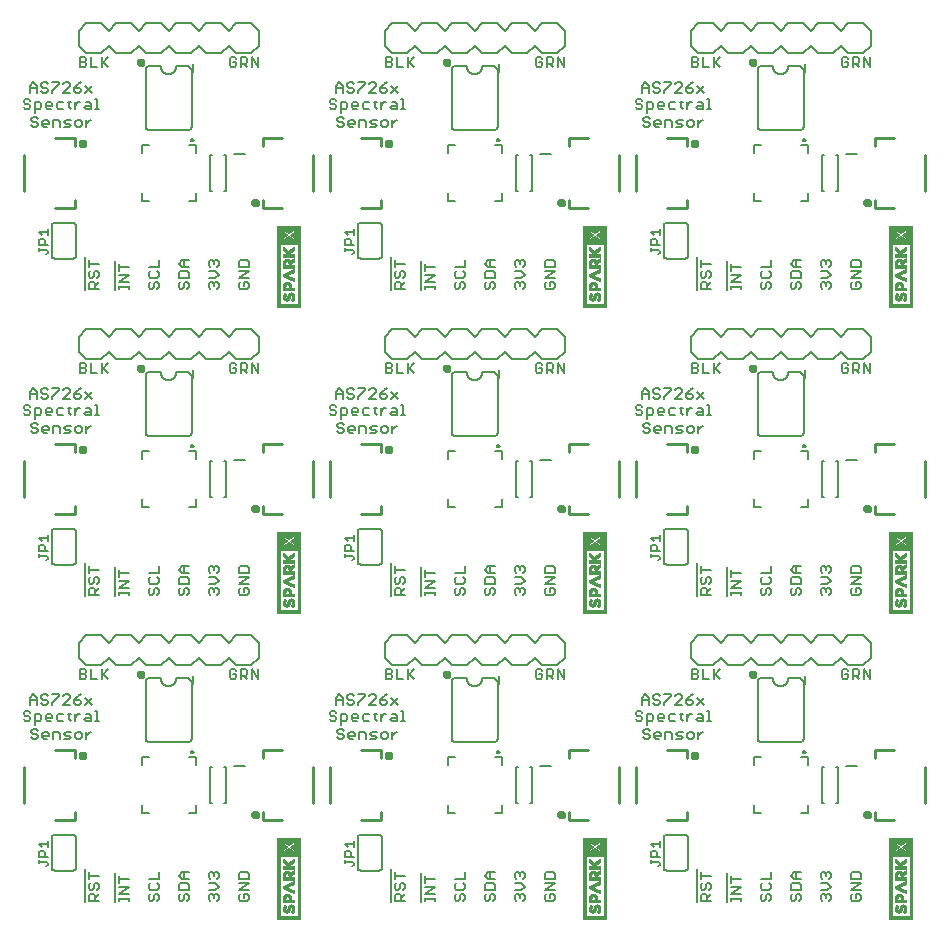
<source format=gto>
G75*
%MOIN*%
%OFA0B0*%
%FSLAX25Y25*%
%IPPOS*%
%LPD*%
%AMOC8*
5,1,8,0,0,1.08239X$1,22.5*
%
%ADD10C,0.00600*%
%ADD11C,0.00500*%
%ADD12C,0.00039*%
%ADD13C,0.00787*%
%ADD14C,0.00800*%
%ADD15C,0.00010*%
%ADD16C,0.01000*%
%ADD17C,0.01575*%
D10*
X0084333Y0060833D02*
X0084333Y0070833D01*
X0084335Y0070893D01*
X0084340Y0070954D01*
X0084349Y0071013D01*
X0084362Y0071072D01*
X0084378Y0071131D01*
X0084398Y0071188D01*
X0084421Y0071243D01*
X0084448Y0071298D01*
X0084477Y0071350D01*
X0084510Y0071401D01*
X0084546Y0071450D01*
X0084584Y0071496D01*
X0084626Y0071540D01*
X0084670Y0071582D01*
X0084716Y0071620D01*
X0084765Y0071656D01*
X0084816Y0071689D01*
X0084868Y0071718D01*
X0084923Y0071745D01*
X0084978Y0071768D01*
X0085035Y0071788D01*
X0085094Y0071804D01*
X0085153Y0071817D01*
X0085212Y0071826D01*
X0085273Y0071831D01*
X0085333Y0071833D01*
X0091333Y0071833D01*
X0091393Y0071831D01*
X0091454Y0071826D01*
X0091513Y0071817D01*
X0091572Y0071804D01*
X0091631Y0071788D01*
X0091688Y0071768D01*
X0091743Y0071745D01*
X0091798Y0071718D01*
X0091850Y0071689D01*
X0091901Y0071656D01*
X0091950Y0071620D01*
X0091996Y0071582D01*
X0092040Y0071540D01*
X0092082Y0071496D01*
X0092120Y0071450D01*
X0092156Y0071401D01*
X0092189Y0071350D01*
X0092218Y0071298D01*
X0092245Y0071243D01*
X0092268Y0071188D01*
X0092288Y0071131D01*
X0092304Y0071072D01*
X0092317Y0071013D01*
X0092326Y0070954D01*
X0092331Y0070893D01*
X0092333Y0070833D01*
X0092333Y0060833D01*
X0092331Y0060773D01*
X0092326Y0060712D01*
X0092317Y0060653D01*
X0092304Y0060594D01*
X0092288Y0060535D01*
X0092268Y0060478D01*
X0092245Y0060423D01*
X0092218Y0060368D01*
X0092189Y0060316D01*
X0092156Y0060265D01*
X0092120Y0060216D01*
X0092082Y0060170D01*
X0092040Y0060126D01*
X0091996Y0060084D01*
X0091950Y0060046D01*
X0091901Y0060010D01*
X0091850Y0059977D01*
X0091798Y0059948D01*
X0091743Y0059921D01*
X0091688Y0059898D01*
X0091631Y0059878D01*
X0091572Y0059862D01*
X0091513Y0059849D01*
X0091454Y0059840D01*
X0091393Y0059835D01*
X0091333Y0059833D01*
X0085333Y0059833D01*
X0085273Y0059835D01*
X0085212Y0059840D01*
X0085153Y0059849D01*
X0085094Y0059862D01*
X0085035Y0059878D01*
X0084978Y0059898D01*
X0084923Y0059921D01*
X0084868Y0059948D01*
X0084816Y0059977D01*
X0084765Y0060010D01*
X0084716Y0060046D01*
X0084670Y0060084D01*
X0084626Y0060126D01*
X0084584Y0060170D01*
X0084546Y0060216D01*
X0084510Y0060265D01*
X0084477Y0060316D01*
X0084448Y0060368D01*
X0084421Y0060423D01*
X0084398Y0060478D01*
X0084378Y0060535D01*
X0084362Y0060594D01*
X0084349Y0060653D01*
X0084340Y0060712D01*
X0084335Y0060773D01*
X0084333Y0060833D01*
X0095433Y0060383D02*
X0095433Y0049333D01*
X0096630Y0049633D02*
X0096630Y0051335D01*
X0097198Y0051902D01*
X0098332Y0051902D01*
X0098899Y0051335D01*
X0098899Y0049633D01*
X0100033Y0049633D02*
X0096630Y0049633D01*
X0098899Y0050768D02*
X0100033Y0051902D01*
X0099466Y0053316D02*
X0100033Y0053884D01*
X0100033Y0055018D01*
X0099466Y0055585D01*
X0098899Y0055585D01*
X0098332Y0055018D01*
X0098332Y0053884D01*
X0097765Y0053316D01*
X0097198Y0053316D01*
X0096630Y0053884D01*
X0096630Y0055018D01*
X0097198Y0055585D01*
X0096630Y0057000D02*
X0096630Y0059268D01*
X0096630Y0058134D02*
X0100033Y0058134D01*
X0105433Y0059155D02*
X0105433Y0049333D01*
X0106630Y0049633D02*
X0106630Y0050768D01*
X0106630Y0050200D02*
X0110033Y0050200D01*
X0110033Y0049633D02*
X0110033Y0050768D01*
X0110033Y0052089D02*
X0106630Y0052089D01*
X0110033Y0054357D01*
X0106630Y0054357D01*
X0106630Y0055772D02*
X0106630Y0058041D01*
X0106630Y0056906D02*
X0110033Y0056906D01*
X0116630Y0057000D02*
X0120033Y0057000D01*
X0120033Y0059268D01*
X0119466Y0055585D02*
X0120033Y0055018D01*
X0120033Y0053884D01*
X0119466Y0053316D01*
X0117198Y0053316D01*
X0116630Y0053884D01*
X0116630Y0055018D01*
X0117198Y0055585D01*
X0117198Y0051902D02*
X0116630Y0051335D01*
X0116630Y0050200D01*
X0117198Y0049633D01*
X0117765Y0049633D01*
X0118332Y0050200D01*
X0118332Y0051335D01*
X0118899Y0051902D01*
X0119466Y0051902D01*
X0120033Y0051335D01*
X0120033Y0050200D01*
X0119466Y0049633D01*
X0126630Y0050200D02*
X0127198Y0049633D01*
X0127765Y0049633D01*
X0128332Y0050200D01*
X0128332Y0051335D01*
X0128899Y0051902D01*
X0129466Y0051902D01*
X0130033Y0051335D01*
X0130033Y0050200D01*
X0129466Y0049633D01*
X0126630Y0050200D02*
X0126630Y0051335D01*
X0127198Y0051902D01*
X0126630Y0053316D02*
X0126630Y0055018D01*
X0127198Y0055585D01*
X0129466Y0055585D01*
X0130033Y0055018D01*
X0130033Y0053316D01*
X0126630Y0053316D01*
X0127765Y0057000D02*
X0126630Y0058134D01*
X0127765Y0059268D01*
X0130033Y0059268D01*
X0128332Y0059268D02*
X0128332Y0057000D01*
X0127765Y0057000D02*
X0130033Y0057000D01*
X0136630Y0057567D02*
X0136630Y0058701D01*
X0137198Y0059268D01*
X0137765Y0059268D01*
X0138332Y0058701D01*
X0138899Y0059268D01*
X0139466Y0059268D01*
X0140033Y0058701D01*
X0140033Y0057567D01*
X0139466Y0057000D01*
X0138899Y0055585D02*
X0136630Y0055585D01*
X0137198Y0057000D02*
X0136630Y0057567D01*
X0138332Y0058134D02*
X0138332Y0058701D01*
X0138899Y0055585D02*
X0140033Y0054451D01*
X0138899Y0053316D01*
X0136630Y0053316D01*
X0137198Y0051902D02*
X0137765Y0051902D01*
X0138332Y0051335D01*
X0138899Y0051902D01*
X0139466Y0051902D01*
X0140033Y0051335D01*
X0140033Y0050200D01*
X0139466Y0049633D01*
X0138332Y0050768D02*
X0138332Y0051335D01*
X0137198Y0051902D02*
X0136630Y0051335D01*
X0136630Y0050200D01*
X0137198Y0049633D01*
X0146630Y0050200D02*
X0147198Y0049633D01*
X0149466Y0049633D01*
X0150033Y0050200D01*
X0150033Y0051335D01*
X0149466Y0051902D01*
X0148332Y0051902D01*
X0148332Y0050768D01*
X0147198Y0051902D02*
X0146630Y0051335D01*
X0146630Y0050200D01*
X0146630Y0053316D02*
X0150033Y0055585D01*
X0146630Y0055585D01*
X0146630Y0057000D02*
X0146630Y0058701D01*
X0147198Y0059268D01*
X0149466Y0059268D01*
X0150033Y0058701D01*
X0150033Y0057000D01*
X0146630Y0057000D01*
X0146630Y0053316D02*
X0150033Y0053316D01*
X0186333Y0060833D02*
X0186333Y0070833D01*
X0186335Y0070893D01*
X0186340Y0070954D01*
X0186349Y0071013D01*
X0186362Y0071072D01*
X0186378Y0071131D01*
X0186398Y0071188D01*
X0186421Y0071243D01*
X0186448Y0071298D01*
X0186477Y0071350D01*
X0186510Y0071401D01*
X0186546Y0071450D01*
X0186584Y0071496D01*
X0186626Y0071540D01*
X0186670Y0071582D01*
X0186716Y0071620D01*
X0186765Y0071656D01*
X0186816Y0071689D01*
X0186868Y0071718D01*
X0186923Y0071745D01*
X0186978Y0071768D01*
X0187035Y0071788D01*
X0187094Y0071804D01*
X0187153Y0071817D01*
X0187212Y0071826D01*
X0187273Y0071831D01*
X0187333Y0071833D01*
X0193333Y0071833D01*
X0193393Y0071831D01*
X0193454Y0071826D01*
X0193513Y0071817D01*
X0193572Y0071804D01*
X0193631Y0071788D01*
X0193688Y0071768D01*
X0193743Y0071745D01*
X0193798Y0071718D01*
X0193850Y0071689D01*
X0193901Y0071656D01*
X0193950Y0071620D01*
X0193996Y0071582D01*
X0194040Y0071540D01*
X0194082Y0071496D01*
X0194120Y0071450D01*
X0194156Y0071401D01*
X0194189Y0071350D01*
X0194218Y0071298D01*
X0194245Y0071243D01*
X0194268Y0071188D01*
X0194288Y0071131D01*
X0194304Y0071072D01*
X0194317Y0071013D01*
X0194326Y0070954D01*
X0194331Y0070893D01*
X0194333Y0070833D01*
X0194333Y0060833D01*
X0194331Y0060773D01*
X0194326Y0060712D01*
X0194317Y0060653D01*
X0194304Y0060594D01*
X0194288Y0060535D01*
X0194268Y0060478D01*
X0194245Y0060423D01*
X0194218Y0060368D01*
X0194189Y0060316D01*
X0194156Y0060265D01*
X0194120Y0060216D01*
X0194082Y0060170D01*
X0194040Y0060126D01*
X0193996Y0060084D01*
X0193950Y0060046D01*
X0193901Y0060010D01*
X0193850Y0059977D01*
X0193798Y0059948D01*
X0193743Y0059921D01*
X0193688Y0059898D01*
X0193631Y0059878D01*
X0193572Y0059862D01*
X0193513Y0059849D01*
X0193454Y0059840D01*
X0193393Y0059835D01*
X0193333Y0059833D01*
X0187333Y0059833D01*
X0187273Y0059835D01*
X0187212Y0059840D01*
X0187153Y0059849D01*
X0187094Y0059862D01*
X0187035Y0059878D01*
X0186978Y0059898D01*
X0186923Y0059921D01*
X0186868Y0059948D01*
X0186816Y0059977D01*
X0186765Y0060010D01*
X0186716Y0060046D01*
X0186670Y0060084D01*
X0186626Y0060126D01*
X0186584Y0060170D01*
X0186546Y0060216D01*
X0186510Y0060265D01*
X0186477Y0060316D01*
X0186448Y0060368D01*
X0186421Y0060423D01*
X0186398Y0060478D01*
X0186378Y0060535D01*
X0186362Y0060594D01*
X0186349Y0060653D01*
X0186340Y0060712D01*
X0186335Y0060773D01*
X0186333Y0060833D01*
X0197433Y0060383D02*
X0197433Y0049333D01*
X0198630Y0049633D02*
X0198630Y0051335D01*
X0199198Y0051902D01*
X0200332Y0051902D01*
X0200899Y0051335D01*
X0200899Y0049633D01*
X0202033Y0049633D02*
X0198630Y0049633D01*
X0200899Y0050768D02*
X0202033Y0051902D01*
X0201466Y0053316D02*
X0202033Y0053884D01*
X0202033Y0055018D01*
X0201466Y0055585D01*
X0200899Y0055585D01*
X0200332Y0055018D01*
X0200332Y0053884D01*
X0199765Y0053316D01*
X0199198Y0053316D01*
X0198630Y0053884D01*
X0198630Y0055018D01*
X0199198Y0055585D01*
X0198630Y0057000D02*
X0198630Y0059268D01*
X0198630Y0058134D02*
X0202033Y0058134D01*
X0207433Y0059155D02*
X0207433Y0049333D01*
X0208630Y0049633D02*
X0208630Y0050768D01*
X0208630Y0050200D02*
X0212033Y0050200D01*
X0212033Y0049633D02*
X0212033Y0050768D01*
X0212033Y0052089D02*
X0208630Y0052089D01*
X0212033Y0054357D01*
X0208630Y0054357D01*
X0208630Y0055772D02*
X0208630Y0058041D01*
X0208630Y0056906D02*
X0212033Y0056906D01*
X0218630Y0057000D02*
X0222033Y0057000D01*
X0222033Y0059268D01*
X0221466Y0055585D02*
X0222033Y0055018D01*
X0222033Y0053884D01*
X0221466Y0053316D01*
X0219198Y0053316D01*
X0218630Y0053884D01*
X0218630Y0055018D01*
X0219198Y0055585D01*
X0219198Y0051902D02*
X0218630Y0051335D01*
X0218630Y0050200D01*
X0219198Y0049633D01*
X0219765Y0049633D01*
X0220332Y0050200D01*
X0220332Y0051335D01*
X0220899Y0051902D01*
X0221466Y0051902D01*
X0222033Y0051335D01*
X0222033Y0050200D01*
X0221466Y0049633D01*
X0228630Y0050200D02*
X0229198Y0049633D01*
X0229765Y0049633D01*
X0230332Y0050200D01*
X0230332Y0051335D01*
X0230899Y0051902D01*
X0231466Y0051902D01*
X0232033Y0051335D01*
X0232033Y0050200D01*
X0231466Y0049633D01*
X0228630Y0050200D02*
X0228630Y0051335D01*
X0229198Y0051902D01*
X0228630Y0053316D02*
X0228630Y0055018D01*
X0229198Y0055585D01*
X0231466Y0055585D01*
X0232033Y0055018D01*
X0232033Y0053316D01*
X0228630Y0053316D01*
X0229765Y0057000D02*
X0228630Y0058134D01*
X0229765Y0059268D01*
X0232033Y0059268D01*
X0230332Y0059268D02*
X0230332Y0057000D01*
X0229765Y0057000D02*
X0232033Y0057000D01*
X0238630Y0057567D02*
X0238630Y0058701D01*
X0239198Y0059268D01*
X0239765Y0059268D01*
X0240332Y0058701D01*
X0240899Y0059268D01*
X0241466Y0059268D01*
X0242033Y0058701D01*
X0242033Y0057567D01*
X0241466Y0057000D01*
X0240899Y0055585D02*
X0238630Y0055585D01*
X0239198Y0057000D02*
X0238630Y0057567D01*
X0240332Y0058134D02*
X0240332Y0058701D01*
X0240899Y0055585D02*
X0242033Y0054451D01*
X0240899Y0053316D01*
X0238630Y0053316D01*
X0239198Y0051902D02*
X0239765Y0051902D01*
X0240332Y0051335D01*
X0240899Y0051902D01*
X0241466Y0051902D01*
X0242033Y0051335D01*
X0242033Y0050200D01*
X0241466Y0049633D01*
X0240332Y0050768D02*
X0240332Y0051335D01*
X0239198Y0051902D02*
X0238630Y0051335D01*
X0238630Y0050200D01*
X0239198Y0049633D01*
X0248630Y0050200D02*
X0249198Y0049633D01*
X0251466Y0049633D01*
X0252033Y0050200D01*
X0252033Y0051335D01*
X0251466Y0051902D01*
X0250332Y0051902D01*
X0250332Y0050768D01*
X0249198Y0051902D02*
X0248630Y0051335D01*
X0248630Y0050200D01*
X0248630Y0053316D02*
X0252033Y0055585D01*
X0248630Y0055585D01*
X0248630Y0057000D02*
X0248630Y0058701D01*
X0249198Y0059268D01*
X0251466Y0059268D01*
X0252033Y0058701D01*
X0252033Y0057000D01*
X0248630Y0057000D01*
X0248630Y0053316D02*
X0252033Y0053316D01*
X0288333Y0060833D02*
X0288333Y0070833D01*
X0288335Y0070893D01*
X0288340Y0070954D01*
X0288349Y0071013D01*
X0288362Y0071072D01*
X0288378Y0071131D01*
X0288398Y0071188D01*
X0288421Y0071243D01*
X0288448Y0071298D01*
X0288477Y0071350D01*
X0288510Y0071401D01*
X0288546Y0071450D01*
X0288584Y0071496D01*
X0288626Y0071540D01*
X0288670Y0071582D01*
X0288716Y0071620D01*
X0288765Y0071656D01*
X0288816Y0071689D01*
X0288868Y0071718D01*
X0288923Y0071745D01*
X0288978Y0071768D01*
X0289035Y0071788D01*
X0289094Y0071804D01*
X0289153Y0071817D01*
X0289212Y0071826D01*
X0289273Y0071831D01*
X0289333Y0071833D01*
X0295333Y0071833D01*
X0295393Y0071831D01*
X0295454Y0071826D01*
X0295513Y0071817D01*
X0295572Y0071804D01*
X0295631Y0071788D01*
X0295688Y0071768D01*
X0295743Y0071745D01*
X0295798Y0071718D01*
X0295850Y0071689D01*
X0295901Y0071656D01*
X0295950Y0071620D01*
X0295996Y0071582D01*
X0296040Y0071540D01*
X0296082Y0071496D01*
X0296120Y0071450D01*
X0296156Y0071401D01*
X0296189Y0071350D01*
X0296218Y0071298D01*
X0296245Y0071243D01*
X0296268Y0071188D01*
X0296288Y0071131D01*
X0296304Y0071072D01*
X0296317Y0071013D01*
X0296326Y0070954D01*
X0296331Y0070893D01*
X0296333Y0070833D01*
X0296333Y0060833D01*
X0296331Y0060773D01*
X0296326Y0060712D01*
X0296317Y0060653D01*
X0296304Y0060594D01*
X0296288Y0060535D01*
X0296268Y0060478D01*
X0296245Y0060423D01*
X0296218Y0060368D01*
X0296189Y0060316D01*
X0296156Y0060265D01*
X0296120Y0060216D01*
X0296082Y0060170D01*
X0296040Y0060126D01*
X0295996Y0060084D01*
X0295950Y0060046D01*
X0295901Y0060010D01*
X0295850Y0059977D01*
X0295798Y0059948D01*
X0295743Y0059921D01*
X0295688Y0059898D01*
X0295631Y0059878D01*
X0295572Y0059862D01*
X0295513Y0059849D01*
X0295454Y0059840D01*
X0295393Y0059835D01*
X0295333Y0059833D01*
X0289333Y0059833D01*
X0289273Y0059835D01*
X0289212Y0059840D01*
X0289153Y0059849D01*
X0289094Y0059862D01*
X0289035Y0059878D01*
X0288978Y0059898D01*
X0288923Y0059921D01*
X0288868Y0059948D01*
X0288816Y0059977D01*
X0288765Y0060010D01*
X0288716Y0060046D01*
X0288670Y0060084D01*
X0288626Y0060126D01*
X0288584Y0060170D01*
X0288546Y0060216D01*
X0288510Y0060265D01*
X0288477Y0060316D01*
X0288448Y0060368D01*
X0288421Y0060423D01*
X0288398Y0060478D01*
X0288378Y0060535D01*
X0288362Y0060594D01*
X0288349Y0060653D01*
X0288340Y0060712D01*
X0288335Y0060773D01*
X0288333Y0060833D01*
X0299433Y0060383D02*
X0299433Y0049333D01*
X0300630Y0049633D02*
X0300630Y0051335D01*
X0301198Y0051902D01*
X0302332Y0051902D01*
X0302899Y0051335D01*
X0302899Y0049633D01*
X0304033Y0049633D02*
X0300630Y0049633D01*
X0302899Y0050768D02*
X0304033Y0051902D01*
X0303466Y0053316D02*
X0304033Y0053884D01*
X0304033Y0055018D01*
X0303466Y0055585D01*
X0302899Y0055585D01*
X0302332Y0055018D01*
X0302332Y0053884D01*
X0301765Y0053316D01*
X0301198Y0053316D01*
X0300630Y0053884D01*
X0300630Y0055018D01*
X0301198Y0055585D01*
X0300630Y0057000D02*
X0300630Y0059268D01*
X0300630Y0058134D02*
X0304033Y0058134D01*
X0309433Y0059155D02*
X0309433Y0049333D01*
X0310630Y0049633D02*
X0310630Y0050768D01*
X0310630Y0050200D02*
X0314033Y0050200D01*
X0314033Y0049633D02*
X0314033Y0050768D01*
X0314033Y0052089D02*
X0310630Y0052089D01*
X0314033Y0054357D01*
X0310630Y0054357D01*
X0310630Y0055772D02*
X0310630Y0058041D01*
X0310630Y0056906D02*
X0314033Y0056906D01*
X0320630Y0057000D02*
X0324033Y0057000D01*
X0324033Y0059268D01*
X0323466Y0055585D02*
X0324033Y0055018D01*
X0324033Y0053884D01*
X0323466Y0053316D01*
X0321198Y0053316D01*
X0320630Y0053884D01*
X0320630Y0055018D01*
X0321198Y0055585D01*
X0321198Y0051902D02*
X0320630Y0051335D01*
X0320630Y0050200D01*
X0321198Y0049633D01*
X0321765Y0049633D01*
X0322332Y0050200D01*
X0322332Y0051335D01*
X0322899Y0051902D01*
X0323466Y0051902D01*
X0324033Y0051335D01*
X0324033Y0050200D01*
X0323466Y0049633D01*
X0330630Y0050200D02*
X0331198Y0049633D01*
X0331765Y0049633D01*
X0332332Y0050200D01*
X0332332Y0051335D01*
X0332899Y0051902D01*
X0333466Y0051902D01*
X0334033Y0051335D01*
X0334033Y0050200D01*
X0333466Y0049633D01*
X0330630Y0050200D02*
X0330630Y0051335D01*
X0331198Y0051902D01*
X0330630Y0053316D02*
X0334033Y0053316D01*
X0334033Y0055018D01*
X0333466Y0055585D01*
X0331198Y0055585D01*
X0330630Y0055018D01*
X0330630Y0053316D01*
X0331765Y0057000D02*
X0330630Y0058134D01*
X0331765Y0059268D01*
X0334033Y0059268D01*
X0332332Y0059268D02*
X0332332Y0057000D01*
X0331765Y0057000D02*
X0334033Y0057000D01*
X0340630Y0057567D02*
X0340630Y0058701D01*
X0341198Y0059268D01*
X0341765Y0059268D01*
X0342332Y0058701D01*
X0342899Y0059268D01*
X0343466Y0059268D01*
X0344033Y0058701D01*
X0344033Y0057567D01*
X0343466Y0057000D01*
X0342899Y0055585D02*
X0344033Y0054451D01*
X0342899Y0053316D01*
X0340630Y0053316D01*
X0341198Y0051902D02*
X0341765Y0051902D01*
X0342332Y0051335D01*
X0342899Y0051902D01*
X0343466Y0051902D01*
X0344033Y0051335D01*
X0344033Y0050200D01*
X0343466Y0049633D01*
X0342332Y0050768D02*
X0342332Y0051335D01*
X0341198Y0051902D02*
X0340630Y0051335D01*
X0340630Y0050200D01*
X0341198Y0049633D01*
X0340630Y0055585D02*
X0342899Y0055585D01*
X0341198Y0057000D02*
X0340630Y0057567D01*
X0342332Y0058134D02*
X0342332Y0058701D01*
X0350630Y0058701D02*
X0350630Y0057000D01*
X0354033Y0057000D01*
X0354033Y0058701D01*
X0353466Y0059268D01*
X0351198Y0059268D01*
X0350630Y0058701D01*
X0350630Y0055585D02*
X0354033Y0055585D01*
X0350630Y0053316D01*
X0354033Y0053316D01*
X0353466Y0051902D02*
X0352332Y0051902D01*
X0352332Y0050768D01*
X0353466Y0051902D02*
X0354033Y0051335D01*
X0354033Y0050200D01*
X0353466Y0049633D01*
X0351198Y0049633D01*
X0350630Y0050200D01*
X0350630Y0051335D01*
X0351198Y0051902D01*
X0299807Y0103633D02*
X0299807Y0105902D01*
X0300941Y0105902D02*
X0301508Y0105902D01*
X0300941Y0105902D02*
X0299807Y0104768D01*
X0298392Y0105335D02*
X0297825Y0105902D01*
X0296691Y0105902D01*
X0296123Y0105335D01*
X0296123Y0104200D01*
X0296691Y0103633D01*
X0297825Y0103633D01*
X0298392Y0104200D01*
X0298392Y0105335D01*
X0294709Y0105902D02*
X0293007Y0105902D01*
X0292440Y0105335D01*
X0293007Y0104768D01*
X0294142Y0104768D01*
X0294709Y0104200D01*
X0294142Y0103633D01*
X0292440Y0103633D01*
X0291026Y0103633D02*
X0291026Y0105335D01*
X0290459Y0105902D01*
X0288757Y0105902D01*
X0288757Y0103633D01*
X0287343Y0104768D02*
X0285074Y0104768D01*
X0285074Y0105335D02*
X0285641Y0105902D01*
X0286775Y0105902D01*
X0287343Y0105335D01*
X0287343Y0104768D01*
X0286775Y0103633D02*
X0285641Y0103633D01*
X0285074Y0104200D01*
X0285074Y0105335D01*
X0283659Y0104768D02*
X0283659Y0104200D01*
X0283092Y0103633D01*
X0281958Y0103633D01*
X0281391Y0104200D01*
X0281958Y0105335D02*
X0283092Y0105335D01*
X0283659Y0104768D01*
X0283659Y0106469D02*
X0283092Y0107036D01*
X0281958Y0107036D01*
X0281391Y0106469D01*
X0281391Y0105902D01*
X0281958Y0105335D01*
X0282619Y0108499D02*
X0282619Y0111902D01*
X0284320Y0111902D01*
X0284887Y0111335D01*
X0284887Y0110200D01*
X0284320Y0109633D01*
X0282619Y0109633D01*
X0281204Y0110200D02*
X0280637Y0109633D01*
X0279503Y0109633D01*
X0278935Y0110200D01*
X0279503Y0111335D02*
X0280637Y0111335D01*
X0281204Y0110768D01*
X0281204Y0110200D01*
X0279503Y0111335D02*
X0278935Y0111902D01*
X0278935Y0112469D01*
X0279503Y0113036D01*
X0280637Y0113036D01*
X0281204Y0112469D01*
X0281084Y0115133D02*
X0281084Y0117402D01*
X0282218Y0118536D01*
X0283352Y0117402D01*
X0283352Y0115133D01*
X0284767Y0115700D02*
X0285334Y0115133D01*
X0286468Y0115133D01*
X0287036Y0115700D01*
X0287036Y0116268D01*
X0286468Y0116835D01*
X0285334Y0116835D01*
X0284767Y0117402D01*
X0284767Y0117969D01*
X0285334Y0118536D01*
X0286468Y0118536D01*
X0287036Y0117969D01*
X0288450Y0118536D02*
X0290719Y0118536D01*
X0290719Y0117969D01*
X0288450Y0115700D01*
X0288450Y0115133D01*
X0288003Y0111902D02*
X0288570Y0111335D01*
X0288570Y0110768D01*
X0286302Y0110768D01*
X0286302Y0111335D02*
X0286302Y0110200D01*
X0286869Y0109633D01*
X0288003Y0109633D01*
X0289985Y0110200D02*
X0290552Y0109633D01*
X0292253Y0109633D01*
X0294235Y0110200D02*
X0294802Y0109633D01*
X0294235Y0110200D02*
X0294235Y0112469D01*
X0293668Y0111902D02*
X0294802Y0111902D01*
X0296123Y0111902D02*
X0296123Y0109633D01*
X0296123Y0110768D02*
X0297258Y0111902D01*
X0297825Y0111902D01*
X0299760Y0111902D02*
X0300894Y0111902D01*
X0301461Y0111335D01*
X0301461Y0109633D01*
X0299760Y0109633D01*
X0299193Y0110200D01*
X0299760Y0110768D01*
X0301461Y0110768D01*
X0302876Y0109633D02*
X0304010Y0109633D01*
X0303443Y0109633D02*
X0303443Y0113036D01*
X0302876Y0113036D01*
X0301768Y0115133D02*
X0299500Y0117402D01*
X0298085Y0118536D02*
X0296951Y0117969D01*
X0295816Y0116835D01*
X0297518Y0116835D01*
X0298085Y0116268D01*
X0298085Y0115700D01*
X0297518Y0115133D01*
X0296384Y0115133D01*
X0295816Y0115700D01*
X0295816Y0116835D01*
X0294402Y0117402D02*
X0294402Y0117969D01*
X0293835Y0118536D01*
X0292700Y0118536D01*
X0292133Y0117969D01*
X0294402Y0117402D02*
X0292133Y0115133D01*
X0294402Y0115133D01*
X0292253Y0111902D02*
X0290552Y0111902D01*
X0289985Y0111335D01*
X0289985Y0110200D01*
X0288003Y0111902D02*
X0286869Y0111902D01*
X0286302Y0111335D01*
X0283352Y0116835D02*
X0281084Y0116835D01*
X0297609Y0123633D02*
X0299310Y0123633D01*
X0299877Y0124200D01*
X0299877Y0124768D01*
X0299310Y0125335D01*
X0297609Y0125335D01*
X0299310Y0125335D02*
X0299877Y0125902D01*
X0299877Y0126469D01*
X0299310Y0127036D01*
X0297609Y0127036D01*
X0297609Y0123633D01*
X0301292Y0123633D02*
X0301292Y0127036D01*
X0301292Y0123633D02*
X0303560Y0123633D01*
X0304975Y0123633D02*
X0304975Y0127036D01*
X0305542Y0125335D02*
X0307244Y0123633D01*
X0304975Y0124768D02*
X0307244Y0127036D01*
X0301768Y0117402D02*
X0299500Y0115133D01*
X0299433Y0151333D02*
X0299433Y0162383D01*
X0300630Y0161268D02*
X0300630Y0159000D01*
X0300630Y0160134D02*
X0304033Y0160134D01*
X0303466Y0157585D02*
X0304033Y0157018D01*
X0304033Y0155884D01*
X0303466Y0155316D01*
X0302332Y0155884D02*
X0302332Y0157018D01*
X0302899Y0157585D01*
X0303466Y0157585D01*
X0302332Y0155884D02*
X0301765Y0155316D01*
X0301198Y0155316D01*
X0300630Y0155884D01*
X0300630Y0157018D01*
X0301198Y0157585D01*
X0301198Y0153902D02*
X0302332Y0153902D01*
X0302899Y0153335D01*
X0302899Y0151633D01*
X0304033Y0151633D02*
X0300630Y0151633D01*
X0300630Y0153335D01*
X0301198Y0153902D01*
X0302899Y0152768D02*
X0304033Y0153902D01*
X0309433Y0151333D02*
X0309433Y0161155D01*
X0310630Y0160041D02*
X0310630Y0157772D01*
X0310630Y0158906D02*
X0314033Y0158906D01*
X0314033Y0156357D02*
X0310630Y0156357D01*
X0310630Y0154089D02*
X0314033Y0156357D01*
X0314033Y0154089D02*
X0310630Y0154089D01*
X0310630Y0152768D02*
X0310630Y0151633D01*
X0310630Y0152200D02*
X0314033Y0152200D01*
X0314033Y0151633D02*
X0314033Y0152768D01*
X0320630Y0153335D02*
X0320630Y0152200D01*
X0321198Y0151633D01*
X0321765Y0151633D01*
X0322332Y0152200D01*
X0322332Y0153335D01*
X0322899Y0153902D01*
X0323466Y0153902D01*
X0324033Y0153335D01*
X0324033Y0152200D01*
X0323466Y0151633D01*
X0321198Y0153902D02*
X0320630Y0153335D01*
X0321198Y0155316D02*
X0323466Y0155316D01*
X0324033Y0155884D01*
X0324033Y0157018D01*
X0323466Y0157585D01*
X0324033Y0159000D02*
X0320630Y0159000D01*
X0321198Y0157585D02*
X0320630Y0157018D01*
X0320630Y0155884D01*
X0321198Y0155316D01*
X0324033Y0159000D02*
X0324033Y0161268D01*
X0330630Y0160134D02*
X0331765Y0161268D01*
X0334033Y0161268D01*
X0332332Y0161268D02*
X0332332Y0159000D01*
X0331765Y0159000D02*
X0330630Y0160134D01*
X0331765Y0159000D02*
X0334033Y0159000D01*
X0333466Y0157585D02*
X0331198Y0157585D01*
X0330630Y0157018D01*
X0330630Y0155316D01*
X0334033Y0155316D01*
X0334033Y0157018D01*
X0333466Y0157585D01*
X0333466Y0153902D02*
X0334033Y0153335D01*
X0334033Y0152200D01*
X0333466Y0151633D01*
X0332332Y0152200D02*
X0332332Y0153335D01*
X0332899Y0153902D01*
X0333466Y0153902D01*
X0332332Y0152200D02*
X0331765Y0151633D01*
X0331198Y0151633D01*
X0330630Y0152200D01*
X0330630Y0153335D01*
X0331198Y0153902D01*
X0340630Y0153335D02*
X0341198Y0153902D01*
X0341765Y0153902D01*
X0342332Y0153335D01*
X0342899Y0153902D01*
X0343466Y0153902D01*
X0344033Y0153335D01*
X0344033Y0152200D01*
X0343466Y0151633D01*
X0342332Y0152768D02*
X0342332Y0153335D01*
X0340630Y0153335D02*
X0340630Y0152200D01*
X0341198Y0151633D01*
X0340630Y0155316D02*
X0342899Y0155316D01*
X0344033Y0156451D01*
X0342899Y0157585D01*
X0340630Y0157585D01*
X0341198Y0159000D02*
X0340630Y0159567D01*
X0340630Y0160701D01*
X0341198Y0161268D01*
X0341765Y0161268D01*
X0342332Y0160701D01*
X0342899Y0161268D01*
X0343466Y0161268D01*
X0344033Y0160701D01*
X0344033Y0159567D01*
X0343466Y0159000D01*
X0342332Y0160134D02*
X0342332Y0160701D01*
X0350630Y0160701D02*
X0350630Y0159000D01*
X0354033Y0159000D01*
X0354033Y0160701D01*
X0353466Y0161268D01*
X0351198Y0161268D01*
X0350630Y0160701D01*
X0350630Y0157585D02*
X0354033Y0157585D01*
X0350630Y0155316D01*
X0354033Y0155316D01*
X0353466Y0153902D02*
X0352332Y0153902D01*
X0352332Y0152768D01*
X0353466Y0153902D02*
X0354033Y0153335D01*
X0354033Y0152200D01*
X0353466Y0151633D01*
X0351198Y0151633D01*
X0350630Y0152200D01*
X0350630Y0153335D01*
X0351198Y0153902D01*
X0351292Y0127036D02*
X0352993Y0127036D01*
X0353560Y0126469D01*
X0353560Y0125335D01*
X0352993Y0124768D01*
X0351292Y0124768D01*
X0352426Y0124768D02*
X0353560Y0123633D01*
X0354975Y0123633D02*
X0354975Y0127036D01*
X0357244Y0123633D01*
X0357244Y0127036D01*
X0351292Y0127036D02*
X0351292Y0123633D01*
X0349877Y0124200D02*
X0349877Y0125335D01*
X0348743Y0125335D01*
X0349877Y0126469D02*
X0349310Y0127036D01*
X0348176Y0127036D01*
X0347609Y0126469D01*
X0347609Y0124200D01*
X0348176Y0123633D01*
X0349310Y0123633D01*
X0349877Y0124200D01*
X0296333Y0162833D02*
X0296333Y0172833D01*
X0296331Y0172893D01*
X0296326Y0172954D01*
X0296317Y0173013D01*
X0296304Y0173072D01*
X0296288Y0173131D01*
X0296268Y0173188D01*
X0296245Y0173243D01*
X0296218Y0173298D01*
X0296189Y0173350D01*
X0296156Y0173401D01*
X0296120Y0173450D01*
X0296082Y0173496D01*
X0296040Y0173540D01*
X0295996Y0173582D01*
X0295950Y0173620D01*
X0295901Y0173656D01*
X0295850Y0173689D01*
X0295798Y0173718D01*
X0295743Y0173745D01*
X0295688Y0173768D01*
X0295631Y0173788D01*
X0295572Y0173804D01*
X0295513Y0173817D01*
X0295454Y0173826D01*
X0295393Y0173831D01*
X0295333Y0173833D01*
X0289333Y0173833D01*
X0289273Y0173831D01*
X0289212Y0173826D01*
X0289153Y0173817D01*
X0289094Y0173804D01*
X0289035Y0173788D01*
X0288978Y0173768D01*
X0288923Y0173745D01*
X0288868Y0173718D01*
X0288816Y0173689D01*
X0288765Y0173656D01*
X0288716Y0173620D01*
X0288670Y0173582D01*
X0288626Y0173540D01*
X0288584Y0173496D01*
X0288546Y0173450D01*
X0288510Y0173401D01*
X0288477Y0173350D01*
X0288448Y0173298D01*
X0288421Y0173243D01*
X0288398Y0173188D01*
X0288378Y0173131D01*
X0288362Y0173072D01*
X0288349Y0173013D01*
X0288340Y0172954D01*
X0288335Y0172893D01*
X0288333Y0172833D01*
X0288333Y0162833D01*
X0288335Y0162773D01*
X0288340Y0162712D01*
X0288349Y0162653D01*
X0288362Y0162594D01*
X0288378Y0162535D01*
X0288398Y0162478D01*
X0288421Y0162423D01*
X0288448Y0162368D01*
X0288477Y0162316D01*
X0288510Y0162265D01*
X0288546Y0162216D01*
X0288584Y0162170D01*
X0288626Y0162126D01*
X0288670Y0162084D01*
X0288716Y0162046D01*
X0288765Y0162010D01*
X0288816Y0161977D01*
X0288868Y0161948D01*
X0288923Y0161921D01*
X0288978Y0161898D01*
X0289035Y0161878D01*
X0289094Y0161862D01*
X0289153Y0161849D01*
X0289212Y0161840D01*
X0289273Y0161835D01*
X0289333Y0161833D01*
X0295333Y0161833D01*
X0295393Y0161835D01*
X0295454Y0161840D01*
X0295513Y0161849D01*
X0295572Y0161862D01*
X0295631Y0161878D01*
X0295688Y0161898D01*
X0295743Y0161921D01*
X0295798Y0161948D01*
X0295850Y0161977D01*
X0295901Y0162010D01*
X0295950Y0162046D01*
X0295996Y0162084D01*
X0296040Y0162126D01*
X0296082Y0162170D01*
X0296120Y0162216D01*
X0296156Y0162265D01*
X0296189Y0162316D01*
X0296218Y0162368D01*
X0296245Y0162423D01*
X0296268Y0162478D01*
X0296288Y0162535D01*
X0296304Y0162594D01*
X0296317Y0162653D01*
X0296326Y0162712D01*
X0296331Y0162773D01*
X0296333Y0162833D01*
X0255244Y0127036D02*
X0255244Y0123633D01*
X0252975Y0127036D01*
X0252975Y0123633D01*
X0251560Y0123633D02*
X0250426Y0124768D01*
X0250993Y0124768D02*
X0249292Y0124768D01*
X0249292Y0123633D02*
X0249292Y0127036D01*
X0250993Y0127036D01*
X0251560Y0126469D01*
X0251560Y0125335D01*
X0250993Y0124768D01*
X0247877Y0125335D02*
X0246743Y0125335D01*
X0247877Y0125335D02*
X0247877Y0124200D01*
X0247310Y0123633D01*
X0246176Y0123633D01*
X0245609Y0124200D01*
X0245609Y0126469D01*
X0246176Y0127036D01*
X0247310Y0127036D01*
X0247877Y0126469D01*
X0249198Y0151633D02*
X0251466Y0151633D01*
X0252033Y0152200D01*
X0252033Y0153335D01*
X0251466Y0153902D01*
X0250332Y0153902D01*
X0250332Y0152768D01*
X0249198Y0153902D02*
X0248630Y0153335D01*
X0248630Y0152200D01*
X0249198Y0151633D01*
X0248630Y0155316D02*
X0252033Y0157585D01*
X0248630Y0157585D01*
X0248630Y0159000D02*
X0248630Y0160701D01*
X0249198Y0161268D01*
X0251466Y0161268D01*
X0252033Y0160701D01*
X0252033Y0159000D01*
X0248630Y0159000D01*
X0248630Y0155316D02*
X0252033Y0155316D01*
X0242033Y0156451D02*
X0240899Y0157585D01*
X0238630Y0157585D01*
X0239198Y0159000D02*
X0238630Y0159567D01*
X0238630Y0160701D01*
X0239198Y0161268D01*
X0239765Y0161268D01*
X0240332Y0160701D01*
X0240899Y0161268D01*
X0241466Y0161268D01*
X0242033Y0160701D01*
X0242033Y0159567D01*
X0241466Y0159000D01*
X0240332Y0160134D02*
X0240332Y0160701D01*
X0242033Y0156451D02*
X0240899Y0155316D01*
X0238630Y0155316D01*
X0239198Y0153902D02*
X0239765Y0153902D01*
X0240332Y0153335D01*
X0240899Y0153902D01*
X0241466Y0153902D01*
X0242033Y0153335D01*
X0242033Y0152200D01*
X0241466Y0151633D01*
X0240332Y0152768D02*
X0240332Y0153335D01*
X0239198Y0153902D02*
X0238630Y0153335D01*
X0238630Y0152200D01*
X0239198Y0151633D01*
X0232033Y0152200D02*
X0231466Y0151633D01*
X0232033Y0152200D02*
X0232033Y0153335D01*
X0231466Y0153902D01*
X0230899Y0153902D01*
X0230332Y0153335D01*
X0230332Y0152200D01*
X0229765Y0151633D01*
X0229198Y0151633D01*
X0228630Y0152200D01*
X0228630Y0153335D01*
X0229198Y0153902D01*
X0228630Y0155316D02*
X0228630Y0157018D01*
X0229198Y0157585D01*
X0231466Y0157585D01*
X0232033Y0157018D01*
X0232033Y0155316D01*
X0228630Y0155316D01*
X0229765Y0159000D02*
X0228630Y0160134D01*
X0229765Y0161268D01*
X0232033Y0161268D01*
X0230332Y0161268D02*
X0230332Y0159000D01*
X0229765Y0159000D02*
X0232033Y0159000D01*
X0222033Y0159000D02*
X0222033Y0161268D01*
X0222033Y0159000D02*
X0218630Y0159000D01*
X0219198Y0157585D02*
X0218630Y0157018D01*
X0218630Y0155884D01*
X0219198Y0155316D01*
X0221466Y0155316D01*
X0222033Y0155884D01*
X0222033Y0157018D01*
X0221466Y0157585D01*
X0221466Y0153902D02*
X0222033Y0153335D01*
X0222033Y0152200D01*
X0221466Y0151633D01*
X0220332Y0152200D02*
X0220332Y0153335D01*
X0220899Y0153902D01*
X0221466Y0153902D01*
X0220332Y0152200D02*
X0219765Y0151633D01*
X0219198Y0151633D01*
X0218630Y0152200D01*
X0218630Y0153335D01*
X0219198Y0153902D01*
X0212033Y0154089D02*
X0208630Y0154089D01*
X0212033Y0156357D01*
X0208630Y0156357D01*
X0208630Y0157772D02*
X0208630Y0160041D01*
X0208630Y0158906D02*
X0212033Y0158906D01*
X0207433Y0161155D02*
X0207433Y0151333D01*
X0208630Y0151633D02*
X0208630Y0152768D01*
X0208630Y0152200D02*
X0212033Y0152200D01*
X0212033Y0151633D02*
X0212033Y0152768D01*
X0202033Y0153902D02*
X0200899Y0152768D01*
X0200899Y0153335D02*
X0200899Y0151633D01*
X0202033Y0151633D02*
X0198630Y0151633D01*
X0198630Y0153335D01*
X0199198Y0153902D01*
X0200332Y0153902D01*
X0200899Y0153335D01*
X0201466Y0155316D02*
X0202033Y0155884D01*
X0202033Y0157018D01*
X0201466Y0157585D01*
X0200899Y0157585D01*
X0200332Y0157018D01*
X0200332Y0155884D01*
X0199765Y0155316D01*
X0199198Y0155316D01*
X0198630Y0155884D01*
X0198630Y0157018D01*
X0199198Y0157585D01*
X0198630Y0159000D02*
X0198630Y0161268D01*
X0198630Y0160134D02*
X0202033Y0160134D01*
X0197433Y0162383D02*
X0197433Y0151333D01*
X0193333Y0161833D02*
X0187333Y0161833D01*
X0187273Y0161835D01*
X0187212Y0161840D01*
X0187153Y0161849D01*
X0187094Y0161862D01*
X0187035Y0161878D01*
X0186978Y0161898D01*
X0186923Y0161921D01*
X0186868Y0161948D01*
X0186816Y0161977D01*
X0186765Y0162010D01*
X0186716Y0162046D01*
X0186670Y0162084D01*
X0186626Y0162126D01*
X0186584Y0162170D01*
X0186546Y0162216D01*
X0186510Y0162265D01*
X0186477Y0162316D01*
X0186448Y0162368D01*
X0186421Y0162423D01*
X0186398Y0162478D01*
X0186378Y0162535D01*
X0186362Y0162594D01*
X0186349Y0162653D01*
X0186340Y0162712D01*
X0186335Y0162773D01*
X0186333Y0162833D01*
X0186333Y0172833D01*
X0186335Y0172893D01*
X0186340Y0172954D01*
X0186349Y0173013D01*
X0186362Y0173072D01*
X0186378Y0173131D01*
X0186398Y0173188D01*
X0186421Y0173243D01*
X0186448Y0173298D01*
X0186477Y0173350D01*
X0186510Y0173401D01*
X0186546Y0173450D01*
X0186584Y0173496D01*
X0186626Y0173540D01*
X0186670Y0173582D01*
X0186716Y0173620D01*
X0186765Y0173656D01*
X0186816Y0173689D01*
X0186868Y0173718D01*
X0186923Y0173745D01*
X0186978Y0173768D01*
X0187035Y0173788D01*
X0187094Y0173804D01*
X0187153Y0173817D01*
X0187212Y0173826D01*
X0187273Y0173831D01*
X0187333Y0173833D01*
X0193333Y0173833D01*
X0193393Y0173831D01*
X0193454Y0173826D01*
X0193513Y0173817D01*
X0193572Y0173804D01*
X0193631Y0173788D01*
X0193688Y0173768D01*
X0193743Y0173745D01*
X0193798Y0173718D01*
X0193850Y0173689D01*
X0193901Y0173656D01*
X0193950Y0173620D01*
X0193996Y0173582D01*
X0194040Y0173540D01*
X0194082Y0173496D01*
X0194120Y0173450D01*
X0194156Y0173401D01*
X0194189Y0173350D01*
X0194218Y0173298D01*
X0194245Y0173243D01*
X0194268Y0173188D01*
X0194288Y0173131D01*
X0194304Y0173072D01*
X0194317Y0173013D01*
X0194326Y0172954D01*
X0194331Y0172893D01*
X0194333Y0172833D01*
X0194333Y0162833D01*
X0194331Y0162773D01*
X0194326Y0162712D01*
X0194317Y0162653D01*
X0194304Y0162594D01*
X0194288Y0162535D01*
X0194268Y0162478D01*
X0194245Y0162423D01*
X0194218Y0162368D01*
X0194189Y0162316D01*
X0194156Y0162265D01*
X0194120Y0162216D01*
X0194082Y0162170D01*
X0194040Y0162126D01*
X0193996Y0162084D01*
X0193950Y0162046D01*
X0193901Y0162010D01*
X0193850Y0161977D01*
X0193798Y0161948D01*
X0193743Y0161921D01*
X0193688Y0161898D01*
X0193631Y0161878D01*
X0193572Y0161862D01*
X0193513Y0161849D01*
X0193454Y0161840D01*
X0193393Y0161835D01*
X0193333Y0161833D01*
X0195609Y0127036D02*
X0197310Y0127036D01*
X0197877Y0126469D01*
X0197877Y0125902D01*
X0197310Y0125335D01*
X0195609Y0125335D01*
X0197310Y0125335D02*
X0197877Y0124768D01*
X0197877Y0124200D01*
X0197310Y0123633D01*
X0195609Y0123633D01*
X0195609Y0127036D01*
X0199292Y0127036D02*
X0199292Y0123633D01*
X0201560Y0123633D01*
X0202975Y0123633D02*
X0202975Y0127036D01*
X0203542Y0125335D02*
X0205244Y0123633D01*
X0202975Y0124768D02*
X0205244Y0127036D01*
X0196085Y0118536D02*
X0194951Y0117969D01*
X0193816Y0116835D01*
X0195518Y0116835D01*
X0196085Y0116268D01*
X0196085Y0115700D01*
X0195518Y0115133D01*
X0194384Y0115133D01*
X0193816Y0115700D01*
X0193816Y0116835D01*
X0192402Y0117402D02*
X0192402Y0117969D01*
X0191835Y0118536D01*
X0190700Y0118536D01*
X0190133Y0117969D01*
X0188719Y0117969D02*
X0188719Y0118536D01*
X0186450Y0118536D01*
X0185036Y0117969D02*
X0184468Y0118536D01*
X0183334Y0118536D01*
X0182767Y0117969D01*
X0182767Y0117402D01*
X0183334Y0116835D01*
X0184468Y0116835D01*
X0185036Y0116268D01*
X0185036Y0115700D01*
X0184468Y0115133D01*
X0183334Y0115133D01*
X0182767Y0115700D01*
X0181352Y0115133D02*
X0181352Y0117402D01*
X0180218Y0118536D01*
X0179084Y0117402D01*
X0179084Y0115133D01*
X0179084Y0116835D02*
X0181352Y0116835D01*
X0178637Y0113036D02*
X0177503Y0113036D01*
X0176935Y0112469D01*
X0176935Y0111902D01*
X0177503Y0111335D01*
X0178637Y0111335D01*
X0179204Y0110768D01*
X0179204Y0110200D01*
X0178637Y0109633D01*
X0177503Y0109633D01*
X0176935Y0110200D01*
X0179204Y0112469D02*
X0178637Y0113036D01*
X0180619Y0111902D02*
X0182320Y0111902D01*
X0182887Y0111335D01*
X0182887Y0110200D01*
X0182320Y0109633D01*
X0180619Y0109633D01*
X0180619Y0108499D02*
X0180619Y0111902D01*
X0184302Y0111335D02*
X0184302Y0110200D01*
X0184869Y0109633D01*
X0186003Y0109633D01*
X0186570Y0110768D02*
X0184302Y0110768D01*
X0184302Y0111335D02*
X0184869Y0111902D01*
X0186003Y0111902D01*
X0186570Y0111335D01*
X0186570Y0110768D01*
X0187985Y0111335D02*
X0187985Y0110200D01*
X0188552Y0109633D01*
X0190253Y0109633D01*
X0192235Y0110200D02*
X0192802Y0109633D01*
X0192235Y0110200D02*
X0192235Y0112469D01*
X0191668Y0111902D02*
X0192802Y0111902D01*
X0194123Y0111902D02*
X0194123Y0109633D01*
X0194123Y0110768D02*
X0195258Y0111902D01*
X0195825Y0111902D01*
X0197760Y0111902D02*
X0198894Y0111902D01*
X0199461Y0111335D01*
X0199461Y0109633D01*
X0197760Y0109633D01*
X0197193Y0110200D01*
X0197760Y0110768D01*
X0199461Y0110768D01*
X0200876Y0109633D02*
X0202010Y0109633D01*
X0201443Y0109633D02*
X0201443Y0113036D01*
X0200876Y0113036D01*
X0199768Y0115133D02*
X0197500Y0117402D01*
X0199768Y0117402D02*
X0197500Y0115133D01*
X0192402Y0115133D02*
X0190133Y0115133D01*
X0192402Y0117402D01*
X0188719Y0117969D02*
X0186450Y0115700D01*
X0186450Y0115133D01*
X0188552Y0111902D02*
X0187985Y0111335D01*
X0188552Y0111902D02*
X0190253Y0111902D01*
X0191007Y0105902D02*
X0192709Y0105902D01*
X0192142Y0104768D02*
X0191007Y0104768D01*
X0190440Y0105335D01*
X0191007Y0105902D01*
X0192142Y0104768D02*
X0192709Y0104200D01*
X0192142Y0103633D01*
X0190440Y0103633D01*
X0189026Y0103633D02*
X0189026Y0105335D01*
X0188459Y0105902D01*
X0186757Y0105902D01*
X0186757Y0103633D01*
X0185343Y0104768D02*
X0183074Y0104768D01*
X0183074Y0105335D02*
X0183641Y0105902D01*
X0184775Y0105902D01*
X0185343Y0105335D01*
X0185343Y0104768D01*
X0184775Y0103633D02*
X0183641Y0103633D01*
X0183074Y0104200D01*
X0183074Y0105335D01*
X0181659Y0104768D02*
X0181659Y0104200D01*
X0181092Y0103633D01*
X0179958Y0103633D01*
X0179391Y0104200D01*
X0179958Y0105335D02*
X0181092Y0105335D01*
X0181659Y0104768D01*
X0181659Y0106469D02*
X0181092Y0107036D01*
X0179958Y0107036D01*
X0179391Y0106469D01*
X0179391Y0105902D01*
X0179958Y0105335D01*
X0194123Y0105335D02*
X0194123Y0104200D01*
X0194691Y0103633D01*
X0195825Y0103633D01*
X0196392Y0104200D01*
X0196392Y0105335D01*
X0195825Y0105902D01*
X0194691Y0105902D01*
X0194123Y0105335D01*
X0197807Y0105902D02*
X0197807Y0103633D01*
X0197807Y0104768D02*
X0198941Y0105902D01*
X0199508Y0105902D01*
X0153244Y0123633D02*
X0153244Y0127036D01*
X0150975Y0127036D02*
X0153244Y0123633D01*
X0150975Y0123633D02*
X0150975Y0127036D01*
X0149560Y0126469D02*
X0149560Y0125335D01*
X0148993Y0124768D01*
X0147292Y0124768D01*
X0148426Y0124768D02*
X0149560Y0123633D01*
X0147292Y0123633D02*
X0147292Y0127036D01*
X0148993Y0127036D01*
X0149560Y0126469D01*
X0145877Y0126469D02*
X0145310Y0127036D01*
X0144176Y0127036D01*
X0143609Y0126469D01*
X0143609Y0124200D01*
X0144176Y0123633D01*
X0145310Y0123633D01*
X0145877Y0124200D01*
X0145877Y0125335D01*
X0144743Y0125335D01*
X0147198Y0151633D02*
X0149466Y0151633D01*
X0150033Y0152200D01*
X0150033Y0153335D01*
X0149466Y0153902D01*
X0148332Y0153902D01*
X0148332Y0152768D01*
X0147198Y0153902D02*
X0146630Y0153335D01*
X0146630Y0152200D01*
X0147198Y0151633D01*
X0146630Y0155316D02*
X0150033Y0157585D01*
X0146630Y0157585D01*
X0146630Y0159000D02*
X0146630Y0160701D01*
X0147198Y0161268D01*
X0149466Y0161268D01*
X0150033Y0160701D01*
X0150033Y0159000D01*
X0146630Y0159000D01*
X0146630Y0155316D02*
X0150033Y0155316D01*
X0140033Y0156451D02*
X0138899Y0157585D01*
X0136630Y0157585D01*
X0137198Y0159000D02*
X0136630Y0159567D01*
X0136630Y0160701D01*
X0137198Y0161268D01*
X0137765Y0161268D01*
X0138332Y0160701D01*
X0138899Y0161268D01*
X0139466Y0161268D01*
X0140033Y0160701D01*
X0140033Y0159567D01*
X0139466Y0159000D01*
X0138332Y0160134D02*
X0138332Y0160701D01*
X0140033Y0156451D02*
X0138899Y0155316D01*
X0136630Y0155316D01*
X0137198Y0153902D02*
X0137765Y0153902D01*
X0138332Y0153335D01*
X0138899Y0153902D01*
X0139466Y0153902D01*
X0140033Y0153335D01*
X0140033Y0152200D01*
X0139466Y0151633D01*
X0138332Y0152768D02*
X0138332Y0153335D01*
X0137198Y0153902D02*
X0136630Y0153335D01*
X0136630Y0152200D01*
X0137198Y0151633D01*
X0130033Y0152200D02*
X0129466Y0151633D01*
X0130033Y0152200D02*
X0130033Y0153335D01*
X0129466Y0153902D01*
X0128899Y0153902D01*
X0128332Y0153335D01*
X0128332Y0152200D01*
X0127765Y0151633D01*
X0127198Y0151633D01*
X0126630Y0152200D01*
X0126630Y0153335D01*
X0127198Y0153902D01*
X0126630Y0155316D02*
X0126630Y0157018D01*
X0127198Y0157585D01*
X0129466Y0157585D01*
X0130033Y0157018D01*
X0130033Y0155316D01*
X0126630Y0155316D01*
X0127765Y0159000D02*
X0126630Y0160134D01*
X0127765Y0161268D01*
X0130033Y0161268D01*
X0128332Y0161268D02*
X0128332Y0159000D01*
X0127765Y0159000D02*
X0130033Y0159000D01*
X0120033Y0159000D02*
X0120033Y0161268D01*
X0120033Y0159000D02*
X0116630Y0159000D01*
X0117198Y0157585D02*
X0116630Y0157018D01*
X0116630Y0155884D01*
X0117198Y0155316D01*
X0119466Y0155316D01*
X0120033Y0155884D01*
X0120033Y0157018D01*
X0119466Y0157585D01*
X0119466Y0153902D02*
X0120033Y0153335D01*
X0120033Y0152200D01*
X0119466Y0151633D01*
X0118332Y0152200D02*
X0118332Y0153335D01*
X0118899Y0153902D01*
X0119466Y0153902D01*
X0118332Y0152200D02*
X0117765Y0151633D01*
X0117198Y0151633D01*
X0116630Y0152200D01*
X0116630Y0153335D01*
X0117198Y0153902D01*
X0110033Y0154089D02*
X0106630Y0154089D01*
X0110033Y0156357D01*
X0106630Y0156357D01*
X0106630Y0157772D02*
X0106630Y0160041D01*
X0106630Y0158906D02*
X0110033Y0158906D01*
X0105433Y0161155D02*
X0105433Y0151333D01*
X0106630Y0151633D02*
X0106630Y0152768D01*
X0106630Y0152200D02*
X0110033Y0152200D01*
X0110033Y0151633D02*
X0110033Y0152768D01*
X0100033Y0153902D02*
X0098899Y0152768D01*
X0098899Y0153335D02*
X0098899Y0151633D01*
X0100033Y0151633D02*
X0096630Y0151633D01*
X0096630Y0153335D01*
X0097198Y0153902D01*
X0098332Y0153902D01*
X0098899Y0153335D01*
X0099466Y0155316D02*
X0100033Y0155884D01*
X0100033Y0157018D01*
X0099466Y0157585D01*
X0098899Y0157585D01*
X0098332Y0157018D01*
X0098332Y0155884D01*
X0097765Y0155316D01*
X0097198Y0155316D01*
X0096630Y0155884D01*
X0096630Y0157018D01*
X0097198Y0157585D01*
X0096630Y0159000D02*
X0096630Y0161268D01*
X0096630Y0160134D02*
X0100033Y0160134D01*
X0095433Y0162383D02*
X0095433Y0151333D01*
X0091333Y0161833D02*
X0085333Y0161833D01*
X0085273Y0161835D01*
X0085212Y0161840D01*
X0085153Y0161849D01*
X0085094Y0161862D01*
X0085035Y0161878D01*
X0084978Y0161898D01*
X0084923Y0161921D01*
X0084868Y0161948D01*
X0084816Y0161977D01*
X0084765Y0162010D01*
X0084716Y0162046D01*
X0084670Y0162084D01*
X0084626Y0162126D01*
X0084584Y0162170D01*
X0084546Y0162216D01*
X0084510Y0162265D01*
X0084477Y0162316D01*
X0084448Y0162368D01*
X0084421Y0162423D01*
X0084398Y0162478D01*
X0084378Y0162535D01*
X0084362Y0162594D01*
X0084349Y0162653D01*
X0084340Y0162712D01*
X0084335Y0162773D01*
X0084333Y0162833D01*
X0084333Y0172833D01*
X0084335Y0172893D01*
X0084340Y0172954D01*
X0084349Y0173013D01*
X0084362Y0173072D01*
X0084378Y0173131D01*
X0084398Y0173188D01*
X0084421Y0173243D01*
X0084448Y0173298D01*
X0084477Y0173350D01*
X0084510Y0173401D01*
X0084546Y0173450D01*
X0084584Y0173496D01*
X0084626Y0173540D01*
X0084670Y0173582D01*
X0084716Y0173620D01*
X0084765Y0173656D01*
X0084816Y0173689D01*
X0084868Y0173718D01*
X0084923Y0173745D01*
X0084978Y0173768D01*
X0085035Y0173788D01*
X0085094Y0173804D01*
X0085153Y0173817D01*
X0085212Y0173826D01*
X0085273Y0173831D01*
X0085333Y0173833D01*
X0091333Y0173833D01*
X0091393Y0173831D01*
X0091454Y0173826D01*
X0091513Y0173817D01*
X0091572Y0173804D01*
X0091631Y0173788D01*
X0091688Y0173768D01*
X0091743Y0173745D01*
X0091798Y0173718D01*
X0091850Y0173689D01*
X0091901Y0173656D01*
X0091950Y0173620D01*
X0091996Y0173582D01*
X0092040Y0173540D01*
X0092082Y0173496D01*
X0092120Y0173450D01*
X0092156Y0173401D01*
X0092189Y0173350D01*
X0092218Y0173298D01*
X0092245Y0173243D01*
X0092268Y0173188D01*
X0092288Y0173131D01*
X0092304Y0173072D01*
X0092317Y0173013D01*
X0092326Y0172954D01*
X0092331Y0172893D01*
X0092333Y0172833D01*
X0092333Y0162833D01*
X0092331Y0162773D01*
X0092326Y0162712D01*
X0092317Y0162653D01*
X0092304Y0162594D01*
X0092288Y0162535D01*
X0092268Y0162478D01*
X0092245Y0162423D01*
X0092218Y0162368D01*
X0092189Y0162316D01*
X0092156Y0162265D01*
X0092120Y0162216D01*
X0092082Y0162170D01*
X0092040Y0162126D01*
X0091996Y0162084D01*
X0091950Y0162046D01*
X0091901Y0162010D01*
X0091850Y0161977D01*
X0091798Y0161948D01*
X0091743Y0161921D01*
X0091688Y0161898D01*
X0091631Y0161878D01*
X0091572Y0161862D01*
X0091513Y0161849D01*
X0091454Y0161840D01*
X0091393Y0161835D01*
X0091333Y0161833D01*
X0093609Y0127036D02*
X0095310Y0127036D01*
X0095877Y0126469D01*
X0095877Y0125902D01*
X0095310Y0125335D01*
X0093609Y0125335D01*
X0095310Y0125335D02*
X0095877Y0124768D01*
X0095877Y0124200D01*
X0095310Y0123633D01*
X0093609Y0123633D01*
X0093609Y0127036D01*
X0097292Y0127036D02*
X0097292Y0123633D01*
X0099560Y0123633D01*
X0100975Y0123633D02*
X0100975Y0127036D01*
X0101542Y0125335D02*
X0103244Y0123633D01*
X0100975Y0124768D02*
X0103244Y0127036D01*
X0094085Y0118536D02*
X0092951Y0117969D01*
X0091816Y0116835D01*
X0093518Y0116835D01*
X0094085Y0116268D01*
X0094085Y0115700D01*
X0093518Y0115133D01*
X0092384Y0115133D01*
X0091816Y0115700D01*
X0091816Y0116835D01*
X0090402Y0117402D02*
X0090402Y0117969D01*
X0089835Y0118536D01*
X0088700Y0118536D01*
X0088133Y0117969D01*
X0086719Y0117969D02*
X0084450Y0115700D01*
X0084450Y0115133D01*
X0083036Y0115700D02*
X0082468Y0115133D01*
X0081334Y0115133D01*
X0080767Y0115700D01*
X0081334Y0116835D02*
X0082468Y0116835D01*
X0083036Y0116268D01*
X0083036Y0115700D01*
X0081334Y0116835D02*
X0080767Y0117402D01*
X0080767Y0117969D01*
X0081334Y0118536D01*
X0082468Y0118536D01*
X0083036Y0117969D01*
X0084450Y0118536D02*
X0086719Y0118536D01*
X0086719Y0117969D01*
X0088133Y0115133D02*
X0090402Y0117402D01*
X0090402Y0115133D02*
X0088133Y0115133D01*
X0088253Y0111902D02*
X0086552Y0111902D01*
X0085985Y0111335D01*
X0085985Y0110200D01*
X0086552Y0109633D01*
X0088253Y0109633D01*
X0090235Y0110200D02*
X0090235Y0112469D01*
X0089668Y0111902D02*
X0090802Y0111902D01*
X0092123Y0111902D02*
X0092123Y0109633D01*
X0092123Y0110768D02*
X0093258Y0111902D01*
X0093825Y0111902D01*
X0095760Y0111902D02*
X0096894Y0111902D01*
X0097461Y0111335D01*
X0097461Y0109633D01*
X0095760Y0109633D01*
X0095193Y0110200D01*
X0095760Y0110768D01*
X0097461Y0110768D01*
X0098876Y0109633D02*
X0100010Y0109633D01*
X0099443Y0109633D02*
X0099443Y0113036D01*
X0098876Y0113036D01*
X0097768Y0115133D02*
X0095500Y0117402D01*
X0097768Y0117402D02*
X0095500Y0115133D01*
X0090235Y0110200D02*
X0090802Y0109633D01*
X0090709Y0105902D02*
X0089007Y0105902D01*
X0088440Y0105335D01*
X0089007Y0104768D01*
X0090142Y0104768D01*
X0090709Y0104200D01*
X0090142Y0103633D01*
X0088440Y0103633D01*
X0087026Y0103633D02*
X0087026Y0105335D01*
X0086459Y0105902D01*
X0084757Y0105902D01*
X0084757Y0103633D01*
X0083343Y0104768D02*
X0081074Y0104768D01*
X0081074Y0105335D02*
X0081641Y0105902D01*
X0082775Y0105902D01*
X0083343Y0105335D01*
X0083343Y0104768D01*
X0082775Y0103633D02*
X0081641Y0103633D01*
X0081074Y0104200D01*
X0081074Y0105335D01*
X0079659Y0104768D02*
X0079659Y0104200D01*
X0079092Y0103633D01*
X0077958Y0103633D01*
X0077391Y0104200D01*
X0077958Y0105335D02*
X0079092Y0105335D01*
X0079659Y0104768D01*
X0079659Y0106469D02*
X0079092Y0107036D01*
X0077958Y0107036D01*
X0077391Y0106469D01*
X0077391Y0105902D01*
X0077958Y0105335D01*
X0078619Y0108499D02*
X0078619Y0111902D01*
X0080320Y0111902D01*
X0080887Y0111335D01*
X0080887Y0110200D01*
X0080320Y0109633D01*
X0078619Y0109633D01*
X0077204Y0110200D02*
X0076637Y0109633D01*
X0075503Y0109633D01*
X0074935Y0110200D01*
X0075503Y0111335D02*
X0076637Y0111335D01*
X0077204Y0110768D01*
X0077204Y0110200D01*
X0075503Y0111335D02*
X0074935Y0111902D01*
X0074935Y0112469D01*
X0075503Y0113036D01*
X0076637Y0113036D01*
X0077204Y0112469D01*
X0077084Y0115133D02*
X0077084Y0117402D01*
X0078218Y0118536D01*
X0079352Y0117402D01*
X0079352Y0115133D01*
X0079352Y0116835D02*
X0077084Y0116835D01*
X0082302Y0111335D02*
X0082869Y0111902D01*
X0084003Y0111902D01*
X0084570Y0111335D01*
X0084570Y0110768D01*
X0082302Y0110768D01*
X0082302Y0111335D02*
X0082302Y0110200D01*
X0082869Y0109633D01*
X0084003Y0109633D01*
X0092123Y0105335D02*
X0092123Y0104200D01*
X0092691Y0103633D01*
X0093825Y0103633D01*
X0094392Y0104200D01*
X0094392Y0105335D01*
X0093825Y0105902D01*
X0092691Y0105902D01*
X0092123Y0105335D01*
X0095807Y0105902D02*
X0095807Y0103633D01*
X0095807Y0104768D02*
X0096941Y0105902D01*
X0097508Y0105902D01*
X0095807Y0205633D02*
X0095807Y0207902D01*
X0095807Y0206768D02*
X0096941Y0207902D01*
X0097508Y0207902D01*
X0094392Y0207335D02*
X0094392Y0206200D01*
X0093825Y0205633D01*
X0092691Y0205633D01*
X0092123Y0206200D01*
X0092123Y0207335D01*
X0092691Y0207902D01*
X0093825Y0207902D01*
X0094392Y0207335D01*
X0090709Y0207902D02*
X0089007Y0207902D01*
X0088440Y0207335D01*
X0089007Y0206768D01*
X0090142Y0206768D01*
X0090709Y0206200D01*
X0090142Y0205633D01*
X0088440Y0205633D01*
X0087026Y0205633D02*
X0087026Y0207335D01*
X0086459Y0207902D01*
X0084757Y0207902D01*
X0084757Y0205633D01*
X0083343Y0206768D02*
X0081074Y0206768D01*
X0081074Y0207335D02*
X0081074Y0206200D01*
X0081641Y0205633D01*
X0082775Y0205633D01*
X0083343Y0206768D02*
X0083343Y0207335D01*
X0082775Y0207902D01*
X0081641Y0207902D01*
X0081074Y0207335D01*
X0079659Y0206768D02*
X0079659Y0206200D01*
X0079092Y0205633D01*
X0077958Y0205633D01*
X0077391Y0206200D01*
X0077958Y0207335D02*
X0079092Y0207335D01*
X0079659Y0206768D01*
X0079659Y0208469D02*
X0079092Y0209036D01*
X0077958Y0209036D01*
X0077391Y0208469D01*
X0077391Y0207902D01*
X0077958Y0207335D01*
X0078619Y0210499D02*
X0078619Y0213902D01*
X0080320Y0213902D01*
X0080887Y0213335D01*
X0080887Y0212200D01*
X0080320Y0211633D01*
X0078619Y0211633D01*
X0077204Y0212200D02*
X0076637Y0211633D01*
X0075503Y0211633D01*
X0074935Y0212200D01*
X0075503Y0213335D02*
X0076637Y0213335D01*
X0077204Y0212768D01*
X0077204Y0212200D01*
X0075503Y0213335D02*
X0074935Y0213902D01*
X0074935Y0214469D01*
X0075503Y0215036D01*
X0076637Y0215036D01*
X0077204Y0214469D01*
X0077084Y0217133D02*
X0077084Y0219402D01*
X0078218Y0220536D01*
X0079352Y0219402D01*
X0079352Y0217133D01*
X0080767Y0217700D02*
X0081334Y0217133D01*
X0082468Y0217133D01*
X0083036Y0217700D01*
X0083036Y0218268D01*
X0082468Y0218835D01*
X0081334Y0218835D01*
X0080767Y0219402D01*
X0080767Y0219969D01*
X0081334Y0220536D01*
X0082468Y0220536D01*
X0083036Y0219969D01*
X0084450Y0220536D02*
X0086719Y0220536D01*
X0086719Y0219969D01*
X0084450Y0217700D01*
X0084450Y0217133D01*
X0084003Y0213902D02*
X0084570Y0213335D01*
X0084570Y0212768D01*
X0082302Y0212768D01*
X0082302Y0213335D02*
X0082869Y0213902D01*
X0084003Y0213902D01*
X0082302Y0213335D02*
X0082302Y0212200D01*
X0082869Y0211633D01*
X0084003Y0211633D01*
X0085985Y0212200D02*
X0086552Y0211633D01*
X0088253Y0211633D01*
X0090235Y0212200D02*
X0090235Y0214469D01*
X0089668Y0213902D02*
X0090802Y0213902D01*
X0092123Y0213902D02*
X0092123Y0211633D01*
X0092123Y0212768D02*
X0093258Y0213902D01*
X0093825Y0213902D01*
X0095760Y0213902D02*
X0096894Y0213902D01*
X0097461Y0213335D01*
X0097461Y0211633D01*
X0095760Y0211633D01*
X0095193Y0212200D01*
X0095760Y0212768D01*
X0097461Y0212768D01*
X0098876Y0211633D02*
X0100010Y0211633D01*
X0099443Y0211633D02*
X0099443Y0215036D01*
X0098876Y0215036D01*
X0097768Y0217133D02*
X0095500Y0219402D01*
X0094085Y0220536D02*
X0092951Y0219969D01*
X0091816Y0218835D01*
X0093518Y0218835D01*
X0094085Y0218268D01*
X0094085Y0217700D01*
X0093518Y0217133D01*
X0092384Y0217133D01*
X0091816Y0217700D01*
X0091816Y0218835D01*
X0090402Y0219402D02*
X0090402Y0219969D01*
X0089835Y0220536D01*
X0088700Y0220536D01*
X0088133Y0219969D01*
X0090402Y0219402D02*
X0088133Y0217133D01*
X0090402Y0217133D01*
X0088253Y0213902D02*
X0086552Y0213902D01*
X0085985Y0213335D01*
X0085985Y0212200D01*
X0090235Y0212200D02*
X0090802Y0211633D01*
X0095500Y0217133D02*
X0097768Y0219402D01*
X0097292Y0225633D02*
X0099560Y0225633D01*
X0100975Y0225633D02*
X0100975Y0229036D01*
X0101542Y0227335D02*
X0103244Y0225633D01*
X0100975Y0226768D02*
X0103244Y0229036D01*
X0097292Y0229036D02*
X0097292Y0225633D01*
X0095877Y0226200D02*
X0095310Y0225633D01*
X0093609Y0225633D01*
X0093609Y0229036D01*
X0095310Y0229036D01*
X0095877Y0228469D01*
X0095877Y0227902D01*
X0095310Y0227335D01*
X0093609Y0227335D01*
X0095310Y0227335D02*
X0095877Y0226768D01*
X0095877Y0226200D01*
X0079352Y0218835D02*
X0077084Y0218835D01*
X0095433Y0253333D02*
X0095433Y0264383D01*
X0096630Y0263268D02*
X0096630Y0261000D01*
X0096630Y0262134D02*
X0100033Y0262134D01*
X0099466Y0259585D02*
X0100033Y0259018D01*
X0100033Y0257884D01*
X0099466Y0257316D01*
X0098332Y0257884D02*
X0098332Y0259018D01*
X0098899Y0259585D01*
X0099466Y0259585D01*
X0098332Y0257884D02*
X0097765Y0257316D01*
X0097198Y0257316D01*
X0096630Y0257884D01*
X0096630Y0259018D01*
X0097198Y0259585D01*
X0097198Y0255902D02*
X0096630Y0255335D01*
X0096630Y0253633D01*
X0100033Y0253633D01*
X0098899Y0253633D02*
X0098899Y0255335D01*
X0098332Y0255902D01*
X0097198Y0255902D01*
X0098899Y0254768D02*
X0100033Y0255902D01*
X0105433Y0253333D02*
X0105433Y0263155D01*
X0106630Y0262041D02*
X0106630Y0259772D01*
X0106630Y0260906D02*
X0110033Y0260906D01*
X0110033Y0258357D02*
X0106630Y0258357D01*
X0106630Y0256089D02*
X0110033Y0258357D01*
X0110033Y0256089D02*
X0106630Y0256089D01*
X0106630Y0254768D02*
X0106630Y0253633D01*
X0106630Y0254200D02*
X0110033Y0254200D01*
X0110033Y0253633D02*
X0110033Y0254768D01*
X0116630Y0255335D02*
X0116630Y0254200D01*
X0117198Y0253633D01*
X0117765Y0253633D01*
X0118332Y0254200D01*
X0118332Y0255335D01*
X0118899Y0255902D01*
X0119466Y0255902D01*
X0120033Y0255335D01*
X0120033Y0254200D01*
X0119466Y0253633D01*
X0117198Y0255902D02*
X0116630Y0255335D01*
X0117198Y0257316D02*
X0116630Y0257884D01*
X0116630Y0259018D01*
X0117198Y0259585D01*
X0116630Y0261000D02*
X0120033Y0261000D01*
X0120033Y0263268D01*
X0119466Y0259585D02*
X0120033Y0259018D01*
X0120033Y0257884D01*
X0119466Y0257316D01*
X0117198Y0257316D01*
X0126630Y0257316D02*
X0126630Y0259018D01*
X0127198Y0259585D01*
X0129466Y0259585D01*
X0130033Y0259018D01*
X0130033Y0257316D01*
X0126630Y0257316D01*
X0127198Y0255902D02*
X0126630Y0255335D01*
X0126630Y0254200D01*
X0127198Y0253633D01*
X0127765Y0253633D01*
X0128332Y0254200D01*
X0128332Y0255335D01*
X0128899Y0255902D01*
X0129466Y0255902D01*
X0130033Y0255335D01*
X0130033Y0254200D01*
X0129466Y0253633D01*
X0136630Y0254200D02*
X0136630Y0255335D01*
X0137198Y0255902D01*
X0137765Y0255902D01*
X0138332Y0255335D01*
X0138899Y0255902D01*
X0139466Y0255902D01*
X0140033Y0255335D01*
X0140033Y0254200D01*
X0139466Y0253633D01*
X0138332Y0254768D02*
X0138332Y0255335D01*
X0137198Y0253633D02*
X0136630Y0254200D01*
X0136630Y0257316D02*
X0138899Y0257316D01*
X0140033Y0258451D01*
X0138899Y0259585D01*
X0136630Y0259585D01*
X0137198Y0261000D02*
X0136630Y0261567D01*
X0136630Y0262701D01*
X0137198Y0263268D01*
X0137765Y0263268D01*
X0138332Y0262701D01*
X0138899Y0263268D01*
X0139466Y0263268D01*
X0140033Y0262701D01*
X0140033Y0261567D01*
X0139466Y0261000D01*
X0138332Y0262134D02*
X0138332Y0262701D01*
X0146630Y0262701D02*
X0146630Y0261000D01*
X0150033Y0261000D01*
X0150033Y0262701D01*
X0149466Y0263268D01*
X0147198Y0263268D01*
X0146630Y0262701D01*
X0146630Y0259585D02*
X0150033Y0259585D01*
X0146630Y0257316D01*
X0150033Y0257316D01*
X0149466Y0255902D02*
X0148332Y0255902D01*
X0148332Y0254768D01*
X0149466Y0255902D02*
X0150033Y0255335D01*
X0150033Y0254200D01*
X0149466Y0253633D01*
X0147198Y0253633D01*
X0146630Y0254200D01*
X0146630Y0255335D01*
X0147198Y0255902D01*
X0130033Y0261000D02*
X0127765Y0261000D01*
X0126630Y0262134D01*
X0127765Y0263268D01*
X0130033Y0263268D01*
X0128332Y0263268D02*
X0128332Y0261000D01*
X0144176Y0229036D02*
X0143609Y0228469D01*
X0143609Y0226200D01*
X0144176Y0225633D01*
X0145310Y0225633D01*
X0145877Y0226200D01*
X0145877Y0227335D01*
X0144743Y0227335D01*
X0145877Y0228469D02*
X0145310Y0229036D01*
X0144176Y0229036D01*
X0147292Y0229036D02*
X0148993Y0229036D01*
X0149560Y0228469D01*
X0149560Y0227335D01*
X0148993Y0226768D01*
X0147292Y0226768D01*
X0148426Y0226768D02*
X0149560Y0225633D01*
X0150975Y0225633D02*
X0150975Y0229036D01*
X0153244Y0225633D01*
X0153244Y0229036D01*
X0147292Y0229036D02*
X0147292Y0225633D01*
X0176935Y0214469D02*
X0176935Y0213902D01*
X0177503Y0213335D01*
X0178637Y0213335D01*
X0179204Y0212768D01*
X0179204Y0212200D01*
X0178637Y0211633D01*
X0177503Y0211633D01*
X0176935Y0212200D01*
X0176935Y0214469D02*
X0177503Y0215036D01*
X0178637Y0215036D01*
X0179204Y0214469D01*
X0180619Y0213902D02*
X0182320Y0213902D01*
X0182887Y0213335D01*
X0182887Y0212200D01*
X0182320Y0211633D01*
X0180619Y0211633D01*
X0180619Y0210499D02*
X0180619Y0213902D01*
X0181352Y0217133D02*
X0181352Y0219402D01*
X0180218Y0220536D01*
X0179084Y0219402D01*
X0179084Y0217133D01*
X0179084Y0218835D02*
X0181352Y0218835D01*
X0182767Y0219402D02*
X0183334Y0218835D01*
X0184468Y0218835D01*
X0185036Y0218268D01*
X0185036Y0217700D01*
X0184468Y0217133D01*
X0183334Y0217133D01*
X0182767Y0217700D01*
X0182767Y0219402D02*
X0182767Y0219969D01*
X0183334Y0220536D01*
X0184468Y0220536D01*
X0185036Y0219969D01*
X0186450Y0220536D02*
X0188719Y0220536D01*
X0188719Y0219969D01*
X0186450Y0217700D01*
X0186450Y0217133D01*
X0186003Y0213902D02*
X0184869Y0213902D01*
X0184302Y0213335D01*
X0184302Y0212200D01*
X0184869Y0211633D01*
X0186003Y0211633D01*
X0186570Y0212768D02*
X0184302Y0212768D01*
X0186003Y0213902D02*
X0186570Y0213335D01*
X0186570Y0212768D01*
X0187985Y0213335D02*
X0187985Y0212200D01*
X0188552Y0211633D01*
X0190253Y0211633D01*
X0192235Y0212200D02*
X0192802Y0211633D01*
X0192235Y0212200D02*
X0192235Y0214469D01*
X0191668Y0213902D02*
X0192802Y0213902D01*
X0194123Y0213902D02*
X0194123Y0211633D01*
X0194123Y0212768D02*
X0195258Y0213902D01*
X0195825Y0213902D01*
X0197760Y0213902D02*
X0198894Y0213902D01*
X0199461Y0213335D01*
X0199461Y0211633D01*
X0197760Y0211633D01*
X0197193Y0212200D01*
X0197760Y0212768D01*
X0199461Y0212768D01*
X0200876Y0211633D02*
X0202010Y0211633D01*
X0201443Y0211633D02*
X0201443Y0215036D01*
X0200876Y0215036D01*
X0199768Y0217133D02*
X0197500Y0219402D01*
X0196085Y0220536D02*
X0194951Y0219969D01*
X0193816Y0218835D01*
X0195518Y0218835D01*
X0196085Y0218268D01*
X0196085Y0217700D01*
X0195518Y0217133D01*
X0194384Y0217133D01*
X0193816Y0217700D01*
X0193816Y0218835D01*
X0192402Y0219402D02*
X0190133Y0217133D01*
X0192402Y0217133D01*
X0192402Y0219402D02*
X0192402Y0219969D01*
X0191835Y0220536D01*
X0190700Y0220536D01*
X0190133Y0219969D01*
X0197500Y0217133D02*
X0199768Y0219402D01*
X0199292Y0225633D02*
X0201560Y0225633D01*
X0202975Y0225633D02*
X0202975Y0229036D01*
X0203542Y0227335D02*
X0205244Y0225633D01*
X0202975Y0226768D02*
X0205244Y0229036D01*
X0199292Y0229036D02*
X0199292Y0225633D01*
X0197877Y0226200D02*
X0197310Y0225633D01*
X0195609Y0225633D01*
X0195609Y0229036D01*
X0197310Y0229036D01*
X0197877Y0228469D01*
X0197877Y0227902D01*
X0197310Y0227335D01*
X0195609Y0227335D01*
X0197310Y0227335D02*
X0197877Y0226768D01*
X0197877Y0226200D01*
X0190253Y0213902D02*
X0188552Y0213902D01*
X0187985Y0213335D01*
X0188459Y0207902D02*
X0189026Y0207335D01*
X0189026Y0205633D01*
X0190440Y0205633D02*
X0192142Y0205633D01*
X0192709Y0206200D01*
X0192142Y0206768D01*
X0191007Y0206768D01*
X0190440Y0207335D01*
X0191007Y0207902D01*
X0192709Y0207902D01*
X0194123Y0207335D02*
X0194123Y0206200D01*
X0194691Y0205633D01*
X0195825Y0205633D01*
X0196392Y0206200D01*
X0196392Y0207335D01*
X0195825Y0207902D01*
X0194691Y0207902D01*
X0194123Y0207335D01*
X0197807Y0207902D02*
X0197807Y0205633D01*
X0197807Y0206768D02*
X0198941Y0207902D01*
X0199508Y0207902D01*
X0188459Y0207902D02*
X0186757Y0207902D01*
X0186757Y0205633D01*
X0185343Y0206768D02*
X0185343Y0207335D01*
X0184775Y0207902D01*
X0183641Y0207902D01*
X0183074Y0207335D01*
X0183074Y0206200D01*
X0183641Y0205633D01*
X0184775Y0205633D01*
X0185343Y0206768D02*
X0183074Y0206768D01*
X0181659Y0206768D02*
X0181092Y0207335D01*
X0179958Y0207335D01*
X0179391Y0207902D01*
X0179391Y0208469D01*
X0179958Y0209036D01*
X0181092Y0209036D01*
X0181659Y0208469D01*
X0181659Y0206768D02*
X0181659Y0206200D01*
X0181092Y0205633D01*
X0179958Y0205633D01*
X0179391Y0206200D01*
X0197433Y0253333D02*
X0197433Y0264383D01*
X0198630Y0263268D02*
X0198630Y0261000D01*
X0198630Y0262134D02*
X0202033Y0262134D01*
X0201466Y0259585D02*
X0202033Y0259018D01*
X0202033Y0257884D01*
X0201466Y0257316D01*
X0200332Y0257884D02*
X0200332Y0259018D01*
X0200899Y0259585D01*
X0201466Y0259585D01*
X0200332Y0257884D02*
X0199765Y0257316D01*
X0199198Y0257316D01*
X0198630Y0257884D01*
X0198630Y0259018D01*
X0199198Y0259585D01*
X0199198Y0255902D02*
X0200332Y0255902D01*
X0200899Y0255335D01*
X0200899Y0253633D01*
X0202033Y0253633D02*
X0198630Y0253633D01*
X0198630Y0255335D01*
X0199198Y0255902D01*
X0200899Y0254768D02*
X0202033Y0255902D01*
X0207433Y0253333D02*
X0207433Y0263155D01*
X0208630Y0262041D02*
X0208630Y0259772D01*
X0208630Y0260906D02*
X0212033Y0260906D01*
X0212033Y0258357D02*
X0208630Y0258357D01*
X0208630Y0256089D02*
X0212033Y0258357D01*
X0212033Y0256089D02*
X0208630Y0256089D01*
X0208630Y0254768D02*
X0208630Y0253633D01*
X0208630Y0254200D02*
X0212033Y0254200D01*
X0212033Y0253633D02*
X0212033Y0254768D01*
X0218630Y0255335D02*
X0218630Y0254200D01*
X0219198Y0253633D01*
X0219765Y0253633D01*
X0220332Y0254200D01*
X0220332Y0255335D01*
X0220899Y0255902D01*
X0221466Y0255902D01*
X0222033Y0255335D01*
X0222033Y0254200D01*
X0221466Y0253633D01*
X0219198Y0255902D02*
X0218630Y0255335D01*
X0219198Y0257316D02*
X0221466Y0257316D01*
X0222033Y0257884D01*
X0222033Y0259018D01*
X0221466Y0259585D01*
X0222033Y0261000D02*
X0222033Y0263268D01*
X0222033Y0261000D02*
X0218630Y0261000D01*
X0219198Y0259585D02*
X0218630Y0259018D01*
X0218630Y0257884D01*
X0219198Y0257316D01*
X0228630Y0257316D02*
X0228630Y0259018D01*
X0229198Y0259585D01*
X0231466Y0259585D01*
X0232033Y0259018D01*
X0232033Y0257316D01*
X0228630Y0257316D01*
X0229198Y0255902D02*
X0228630Y0255335D01*
X0228630Y0254200D01*
X0229198Y0253633D01*
X0229765Y0253633D01*
X0230332Y0254200D01*
X0230332Y0255335D01*
X0230899Y0255902D01*
X0231466Y0255902D01*
X0232033Y0255335D01*
X0232033Y0254200D01*
X0231466Y0253633D01*
X0238630Y0254200D02*
X0238630Y0255335D01*
X0239198Y0255902D01*
X0239765Y0255902D01*
X0240332Y0255335D01*
X0240899Y0255902D01*
X0241466Y0255902D01*
X0242033Y0255335D01*
X0242033Y0254200D01*
X0241466Y0253633D01*
X0240332Y0254768D02*
X0240332Y0255335D01*
X0239198Y0253633D02*
X0238630Y0254200D01*
X0238630Y0257316D02*
X0240899Y0257316D01*
X0242033Y0258451D01*
X0240899Y0259585D01*
X0238630Y0259585D01*
X0239198Y0261000D02*
X0238630Y0261567D01*
X0238630Y0262701D01*
X0239198Y0263268D01*
X0239765Y0263268D01*
X0240332Y0262701D01*
X0240899Y0263268D01*
X0241466Y0263268D01*
X0242033Y0262701D01*
X0242033Y0261567D01*
X0241466Y0261000D01*
X0240332Y0262134D02*
X0240332Y0262701D01*
X0248630Y0262701D02*
X0248630Y0261000D01*
X0252033Y0261000D01*
X0252033Y0262701D01*
X0251466Y0263268D01*
X0249198Y0263268D01*
X0248630Y0262701D01*
X0248630Y0259585D02*
X0252033Y0259585D01*
X0248630Y0257316D01*
X0252033Y0257316D01*
X0251466Y0255902D02*
X0250332Y0255902D01*
X0250332Y0254768D01*
X0251466Y0255902D02*
X0252033Y0255335D01*
X0252033Y0254200D01*
X0251466Y0253633D01*
X0249198Y0253633D01*
X0248630Y0254200D01*
X0248630Y0255335D01*
X0249198Y0255902D01*
X0232033Y0261000D02*
X0229765Y0261000D01*
X0228630Y0262134D01*
X0229765Y0263268D01*
X0232033Y0263268D01*
X0230332Y0263268D02*
X0230332Y0261000D01*
X0246176Y0229036D02*
X0245609Y0228469D01*
X0245609Y0226200D01*
X0246176Y0225633D01*
X0247310Y0225633D01*
X0247877Y0226200D01*
X0247877Y0227335D01*
X0246743Y0227335D01*
X0247877Y0228469D02*
X0247310Y0229036D01*
X0246176Y0229036D01*
X0249292Y0229036D02*
X0250993Y0229036D01*
X0251560Y0228469D01*
X0251560Y0227335D01*
X0250993Y0226768D01*
X0249292Y0226768D01*
X0250426Y0226768D02*
X0251560Y0225633D01*
X0252975Y0225633D02*
X0252975Y0229036D01*
X0255244Y0225633D01*
X0255244Y0229036D01*
X0249292Y0229036D02*
X0249292Y0225633D01*
X0278935Y0214469D02*
X0278935Y0213902D01*
X0279503Y0213335D01*
X0280637Y0213335D01*
X0281204Y0212768D01*
X0281204Y0212200D01*
X0280637Y0211633D01*
X0279503Y0211633D01*
X0278935Y0212200D01*
X0278935Y0214469D02*
X0279503Y0215036D01*
X0280637Y0215036D01*
X0281204Y0214469D01*
X0282619Y0213902D02*
X0284320Y0213902D01*
X0284887Y0213335D01*
X0284887Y0212200D01*
X0284320Y0211633D01*
X0282619Y0211633D01*
X0282619Y0210499D02*
X0282619Y0213902D01*
X0283352Y0217133D02*
X0283352Y0219402D01*
X0282218Y0220536D01*
X0281084Y0219402D01*
X0281084Y0217133D01*
X0281084Y0218835D02*
X0283352Y0218835D01*
X0284767Y0219402D02*
X0285334Y0218835D01*
X0286468Y0218835D01*
X0287036Y0218268D01*
X0287036Y0217700D01*
X0286468Y0217133D01*
X0285334Y0217133D01*
X0284767Y0217700D01*
X0284767Y0219402D02*
X0284767Y0219969D01*
X0285334Y0220536D01*
X0286468Y0220536D01*
X0287036Y0219969D01*
X0288450Y0220536D02*
X0290719Y0220536D01*
X0290719Y0219969D01*
X0288450Y0217700D01*
X0288450Y0217133D01*
X0288003Y0213902D02*
X0288570Y0213335D01*
X0288570Y0212768D01*
X0286302Y0212768D01*
X0286302Y0213335D02*
X0286869Y0213902D01*
X0288003Y0213902D01*
X0286302Y0213335D02*
X0286302Y0212200D01*
X0286869Y0211633D01*
X0288003Y0211633D01*
X0289985Y0212200D02*
X0290552Y0211633D01*
X0292253Y0211633D01*
X0294235Y0212200D02*
X0294802Y0211633D01*
X0294235Y0212200D02*
X0294235Y0214469D01*
X0293668Y0213902D02*
X0294802Y0213902D01*
X0296123Y0213902D02*
X0296123Y0211633D01*
X0296123Y0212768D02*
X0297258Y0213902D01*
X0297825Y0213902D01*
X0299760Y0213902D02*
X0300894Y0213902D01*
X0301461Y0213335D01*
X0301461Y0211633D01*
X0299760Y0211633D01*
X0299193Y0212200D01*
X0299760Y0212768D01*
X0301461Y0212768D01*
X0302876Y0211633D02*
X0304010Y0211633D01*
X0303443Y0211633D02*
X0303443Y0215036D01*
X0302876Y0215036D01*
X0301768Y0217133D02*
X0299500Y0219402D01*
X0298085Y0220536D02*
X0296951Y0219969D01*
X0295816Y0218835D01*
X0297518Y0218835D01*
X0298085Y0218268D01*
X0298085Y0217700D01*
X0297518Y0217133D01*
X0296384Y0217133D01*
X0295816Y0217700D01*
X0295816Y0218835D01*
X0294402Y0219402D02*
X0292133Y0217133D01*
X0294402Y0217133D01*
X0294402Y0219402D02*
X0294402Y0219969D01*
X0293835Y0220536D01*
X0292700Y0220536D01*
X0292133Y0219969D01*
X0292253Y0213902D02*
X0290552Y0213902D01*
X0289985Y0213335D01*
X0289985Y0212200D01*
X0290459Y0207902D02*
X0291026Y0207335D01*
X0291026Y0205633D01*
X0292440Y0205633D02*
X0294142Y0205633D01*
X0294709Y0206200D01*
X0294142Y0206768D01*
X0293007Y0206768D01*
X0292440Y0207335D01*
X0293007Y0207902D01*
X0294709Y0207902D01*
X0296123Y0207335D02*
X0296123Y0206200D01*
X0296691Y0205633D01*
X0297825Y0205633D01*
X0298392Y0206200D01*
X0298392Y0207335D01*
X0297825Y0207902D01*
X0296691Y0207902D01*
X0296123Y0207335D01*
X0299807Y0207902D02*
X0299807Y0205633D01*
X0299807Y0206768D02*
X0300941Y0207902D01*
X0301508Y0207902D01*
X0299500Y0217133D02*
X0301768Y0219402D01*
X0301292Y0225633D02*
X0303560Y0225633D01*
X0304975Y0225633D02*
X0304975Y0229036D01*
X0305542Y0227335D02*
X0307244Y0225633D01*
X0304975Y0226768D02*
X0307244Y0229036D01*
X0301292Y0229036D02*
X0301292Y0225633D01*
X0299877Y0226200D02*
X0299310Y0225633D01*
X0297609Y0225633D01*
X0297609Y0229036D01*
X0299310Y0229036D01*
X0299877Y0228469D01*
X0299877Y0227902D01*
X0299310Y0227335D01*
X0297609Y0227335D01*
X0299310Y0227335D02*
X0299877Y0226768D01*
X0299877Y0226200D01*
X0290459Y0207902D02*
X0288757Y0207902D01*
X0288757Y0205633D01*
X0287343Y0206768D02*
X0285074Y0206768D01*
X0285074Y0207335D02*
X0285074Y0206200D01*
X0285641Y0205633D01*
X0286775Y0205633D01*
X0287343Y0206768D02*
X0287343Y0207335D01*
X0286775Y0207902D01*
X0285641Y0207902D01*
X0285074Y0207335D01*
X0283659Y0206768D02*
X0283092Y0207335D01*
X0281958Y0207335D01*
X0281391Y0207902D01*
X0281391Y0208469D01*
X0281958Y0209036D01*
X0283092Y0209036D01*
X0283659Y0208469D01*
X0283659Y0206768D02*
X0283659Y0206200D01*
X0283092Y0205633D01*
X0281958Y0205633D01*
X0281391Y0206200D01*
X0299433Y0253333D02*
X0299433Y0264383D01*
X0300630Y0263268D02*
X0300630Y0261000D01*
X0300630Y0262134D02*
X0304033Y0262134D01*
X0303466Y0259585D02*
X0304033Y0259018D01*
X0304033Y0257884D01*
X0303466Y0257316D01*
X0302332Y0257884D02*
X0302332Y0259018D01*
X0302899Y0259585D01*
X0303466Y0259585D01*
X0302332Y0257884D02*
X0301765Y0257316D01*
X0301198Y0257316D01*
X0300630Y0257884D01*
X0300630Y0259018D01*
X0301198Y0259585D01*
X0301198Y0255902D02*
X0302332Y0255902D01*
X0302899Y0255335D01*
X0302899Y0253633D01*
X0304033Y0253633D02*
X0300630Y0253633D01*
X0300630Y0255335D01*
X0301198Y0255902D01*
X0302899Y0254768D02*
X0304033Y0255902D01*
X0309433Y0253333D02*
X0309433Y0263155D01*
X0310630Y0262041D02*
X0310630Y0259772D01*
X0310630Y0260906D02*
X0314033Y0260906D01*
X0314033Y0258357D02*
X0310630Y0258357D01*
X0310630Y0256089D02*
X0314033Y0258357D01*
X0314033Y0256089D02*
X0310630Y0256089D01*
X0310630Y0254768D02*
X0310630Y0253633D01*
X0310630Y0254200D02*
X0314033Y0254200D01*
X0314033Y0253633D02*
X0314033Y0254768D01*
X0320630Y0255335D02*
X0320630Y0254200D01*
X0321198Y0253633D01*
X0321765Y0253633D01*
X0322332Y0254200D01*
X0322332Y0255335D01*
X0322899Y0255902D01*
X0323466Y0255902D01*
X0324033Y0255335D01*
X0324033Y0254200D01*
X0323466Y0253633D01*
X0321198Y0255902D02*
X0320630Y0255335D01*
X0321198Y0257316D02*
X0323466Y0257316D01*
X0324033Y0257884D01*
X0324033Y0259018D01*
X0323466Y0259585D01*
X0324033Y0261000D02*
X0324033Y0263268D01*
X0324033Y0261000D02*
X0320630Y0261000D01*
X0321198Y0259585D02*
X0320630Y0259018D01*
X0320630Y0257884D01*
X0321198Y0257316D01*
X0330630Y0257316D02*
X0330630Y0259018D01*
X0331198Y0259585D01*
X0333466Y0259585D01*
X0334033Y0259018D01*
X0334033Y0257316D01*
X0330630Y0257316D01*
X0331198Y0255902D02*
X0330630Y0255335D01*
X0330630Y0254200D01*
X0331198Y0253633D01*
X0331765Y0253633D01*
X0332332Y0254200D01*
X0332332Y0255335D01*
X0332899Y0255902D01*
X0333466Y0255902D01*
X0334033Y0255335D01*
X0334033Y0254200D01*
X0333466Y0253633D01*
X0340630Y0254200D02*
X0340630Y0255335D01*
X0341198Y0255902D01*
X0341765Y0255902D01*
X0342332Y0255335D01*
X0342899Y0255902D01*
X0343466Y0255902D01*
X0344033Y0255335D01*
X0344033Y0254200D01*
X0343466Y0253633D01*
X0342332Y0254768D02*
X0342332Y0255335D01*
X0341198Y0253633D02*
X0340630Y0254200D01*
X0340630Y0257316D02*
X0342899Y0257316D01*
X0344033Y0258451D01*
X0342899Y0259585D01*
X0340630Y0259585D01*
X0341198Y0261000D02*
X0340630Y0261567D01*
X0340630Y0262701D01*
X0341198Y0263268D01*
X0341765Y0263268D01*
X0342332Y0262701D01*
X0342899Y0263268D01*
X0343466Y0263268D01*
X0344033Y0262701D01*
X0344033Y0261567D01*
X0343466Y0261000D01*
X0342332Y0262134D02*
X0342332Y0262701D01*
X0350630Y0262701D02*
X0350630Y0261000D01*
X0354033Y0261000D01*
X0354033Y0262701D01*
X0353466Y0263268D01*
X0351198Y0263268D01*
X0350630Y0262701D01*
X0350630Y0259585D02*
X0354033Y0259585D01*
X0350630Y0257316D01*
X0354033Y0257316D01*
X0353466Y0255902D02*
X0352332Y0255902D01*
X0352332Y0254768D01*
X0353466Y0255902D02*
X0354033Y0255335D01*
X0354033Y0254200D01*
X0353466Y0253633D01*
X0351198Y0253633D01*
X0350630Y0254200D01*
X0350630Y0255335D01*
X0351198Y0255902D01*
X0334033Y0261000D02*
X0331765Y0261000D01*
X0330630Y0262134D01*
X0331765Y0263268D01*
X0334033Y0263268D01*
X0332332Y0263268D02*
X0332332Y0261000D01*
X0348176Y0229036D02*
X0347609Y0228469D01*
X0347609Y0226200D01*
X0348176Y0225633D01*
X0349310Y0225633D01*
X0349877Y0226200D01*
X0349877Y0227335D01*
X0348743Y0227335D01*
X0349877Y0228469D02*
X0349310Y0229036D01*
X0348176Y0229036D01*
X0351292Y0229036D02*
X0352993Y0229036D01*
X0353560Y0228469D01*
X0353560Y0227335D01*
X0352993Y0226768D01*
X0351292Y0226768D01*
X0352426Y0226768D02*
X0353560Y0225633D01*
X0354975Y0225633D02*
X0354975Y0229036D01*
X0357244Y0225633D01*
X0357244Y0229036D01*
X0351292Y0229036D02*
X0351292Y0225633D01*
X0296333Y0264833D02*
X0296333Y0274833D01*
X0296331Y0274893D01*
X0296326Y0274954D01*
X0296317Y0275013D01*
X0296304Y0275072D01*
X0296288Y0275131D01*
X0296268Y0275188D01*
X0296245Y0275243D01*
X0296218Y0275298D01*
X0296189Y0275350D01*
X0296156Y0275401D01*
X0296120Y0275450D01*
X0296082Y0275496D01*
X0296040Y0275540D01*
X0295996Y0275582D01*
X0295950Y0275620D01*
X0295901Y0275656D01*
X0295850Y0275689D01*
X0295798Y0275718D01*
X0295743Y0275745D01*
X0295688Y0275768D01*
X0295631Y0275788D01*
X0295572Y0275804D01*
X0295513Y0275817D01*
X0295454Y0275826D01*
X0295393Y0275831D01*
X0295333Y0275833D01*
X0289333Y0275833D01*
X0289273Y0275831D01*
X0289212Y0275826D01*
X0289153Y0275817D01*
X0289094Y0275804D01*
X0289035Y0275788D01*
X0288978Y0275768D01*
X0288923Y0275745D01*
X0288868Y0275718D01*
X0288816Y0275689D01*
X0288765Y0275656D01*
X0288716Y0275620D01*
X0288670Y0275582D01*
X0288626Y0275540D01*
X0288584Y0275496D01*
X0288546Y0275450D01*
X0288510Y0275401D01*
X0288477Y0275350D01*
X0288448Y0275298D01*
X0288421Y0275243D01*
X0288398Y0275188D01*
X0288378Y0275131D01*
X0288362Y0275072D01*
X0288349Y0275013D01*
X0288340Y0274954D01*
X0288335Y0274893D01*
X0288333Y0274833D01*
X0288333Y0264833D01*
X0288335Y0264773D01*
X0288340Y0264712D01*
X0288349Y0264653D01*
X0288362Y0264594D01*
X0288378Y0264535D01*
X0288398Y0264478D01*
X0288421Y0264423D01*
X0288448Y0264368D01*
X0288477Y0264316D01*
X0288510Y0264265D01*
X0288546Y0264216D01*
X0288584Y0264170D01*
X0288626Y0264126D01*
X0288670Y0264084D01*
X0288716Y0264046D01*
X0288765Y0264010D01*
X0288816Y0263977D01*
X0288868Y0263948D01*
X0288923Y0263921D01*
X0288978Y0263898D01*
X0289035Y0263878D01*
X0289094Y0263862D01*
X0289153Y0263849D01*
X0289212Y0263840D01*
X0289273Y0263835D01*
X0289333Y0263833D01*
X0295333Y0263833D01*
X0295393Y0263835D01*
X0295454Y0263840D01*
X0295513Y0263849D01*
X0295572Y0263862D01*
X0295631Y0263878D01*
X0295688Y0263898D01*
X0295743Y0263921D01*
X0295798Y0263948D01*
X0295850Y0263977D01*
X0295901Y0264010D01*
X0295950Y0264046D01*
X0295996Y0264084D01*
X0296040Y0264126D01*
X0296082Y0264170D01*
X0296120Y0264216D01*
X0296156Y0264265D01*
X0296189Y0264316D01*
X0296218Y0264368D01*
X0296245Y0264423D01*
X0296268Y0264478D01*
X0296288Y0264535D01*
X0296304Y0264594D01*
X0296317Y0264653D01*
X0296326Y0264712D01*
X0296331Y0264773D01*
X0296333Y0264833D01*
X0296691Y0307633D02*
X0296123Y0308200D01*
X0296123Y0309335D01*
X0296691Y0309902D01*
X0297825Y0309902D01*
X0298392Y0309335D01*
X0298392Y0308200D01*
X0297825Y0307633D01*
X0296691Y0307633D01*
X0294709Y0308200D02*
X0294142Y0308768D01*
X0293007Y0308768D01*
X0292440Y0309335D01*
X0293007Y0309902D01*
X0294709Y0309902D01*
X0294709Y0308200D02*
X0294142Y0307633D01*
X0292440Y0307633D01*
X0291026Y0307633D02*
X0291026Y0309335D01*
X0290459Y0309902D01*
X0288757Y0309902D01*
X0288757Y0307633D01*
X0287343Y0308768D02*
X0285074Y0308768D01*
X0285074Y0309335D02*
X0285641Y0309902D01*
X0286775Y0309902D01*
X0287343Y0309335D01*
X0287343Y0308768D01*
X0286775Y0307633D02*
X0285641Y0307633D01*
X0285074Y0308200D01*
X0285074Y0309335D01*
X0283659Y0308768D02*
X0283659Y0308200D01*
X0283092Y0307633D01*
X0281958Y0307633D01*
X0281391Y0308200D01*
X0281958Y0309335D02*
X0283092Y0309335D01*
X0283659Y0308768D01*
X0283659Y0310469D02*
X0283092Y0311036D01*
X0281958Y0311036D01*
X0281391Y0310469D01*
X0281391Y0309902D01*
X0281958Y0309335D01*
X0282619Y0312499D02*
X0282619Y0315902D01*
X0284320Y0315902D01*
X0284887Y0315335D01*
X0284887Y0314200D01*
X0284320Y0313633D01*
X0282619Y0313633D01*
X0281204Y0314200D02*
X0281204Y0314768D01*
X0280637Y0315335D01*
X0279503Y0315335D01*
X0278935Y0315902D01*
X0278935Y0316469D01*
X0279503Y0317036D01*
X0280637Y0317036D01*
X0281204Y0316469D01*
X0281204Y0314200D02*
X0280637Y0313633D01*
X0279503Y0313633D01*
X0278935Y0314200D01*
X0286302Y0314200D02*
X0286302Y0315335D01*
X0286869Y0315902D01*
X0288003Y0315902D01*
X0288570Y0315335D01*
X0288570Y0314768D01*
X0286302Y0314768D01*
X0286302Y0314200D02*
X0286869Y0313633D01*
X0288003Y0313633D01*
X0289985Y0314200D02*
X0290552Y0313633D01*
X0292253Y0313633D01*
X0294235Y0314200D02*
X0294802Y0313633D01*
X0294235Y0314200D02*
X0294235Y0316469D01*
X0293668Y0315902D02*
X0294802Y0315902D01*
X0296123Y0315902D02*
X0296123Y0313633D01*
X0296123Y0314768D02*
X0297258Y0315902D01*
X0297825Y0315902D01*
X0299760Y0315902D02*
X0300894Y0315902D01*
X0301461Y0315335D01*
X0301461Y0313633D01*
X0299760Y0313633D01*
X0299193Y0314200D01*
X0299760Y0314768D01*
X0301461Y0314768D01*
X0302876Y0313633D02*
X0304010Y0313633D01*
X0303443Y0313633D02*
X0303443Y0317036D01*
X0302876Y0317036D01*
X0301768Y0319133D02*
X0299500Y0321402D01*
X0298085Y0322536D02*
X0296951Y0321969D01*
X0295816Y0320835D01*
X0297518Y0320835D01*
X0298085Y0320268D01*
X0298085Y0319700D01*
X0297518Y0319133D01*
X0296384Y0319133D01*
X0295816Y0319700D01*
X0295816Y0320835D01*
X0294402Y0321402D02*
X0294402Y0321969D01*
X0293835Y0322536D01*
X0292700Y0322536D01*
X0292133Y0321969D01*
X0290719Y0321969D02*
X0288450Y0319700D01*
X0288450Y0319133D01*
X0287036Y0319700D02*
X0286468Y0319133D01*
X0285334Y0319133D01*
X0284767Y0319700D01*
X0285334Y0320835D02*
X0286468Y0320835D01*
X0287036Y0320268D01*
X0287036Y0319700D01*
X0285334Y0320835D02*
X0284767Y0321402D01*
X0284767Y0321969D01*
X0285334Y0322536D01*
X0286468Y0322536D01*
X0287036Y0321969D01*
X0288450Y0322536D02*
X0290719Y0322536D01*
X0290719Y0321969D01*
X0292133Y0319133D02*
X0294402Y0321402D01*
X0294402Y0319133D02*
X0292133Y0319133D01*
X0292253Y0315902D02*
X0290552Y0315902D01*
X0289985Y0315335D01*
X0289985Y0314200D01*
X0283352Y0319133D02*
X0283352Y0321402D01*
X0282218Y0322536D01*
X0281084Y0321402D01*
X0281084Y0319133D01*
X0281084Y0320835D02*
X0283352Y0320835D01*
X0297609Y0327633D02*
X0297609Y0331036D01*
X0299310Y0331036D01*
X0299877Y0330469D01*
X0299877Y0329902D01*
X0299310Y0329335D01*
X0297609Y0329335D01*
X0299310Y0329335D02*
X0299877Y0328768D01*
X0299877Y0328200D01*
X0299310Y0327633D01*
X0297609Y0327633D01*
X0301292Y0327633D02*
X0301292Y0331036D01*
X0301292Y0327633D02*
X0303560Y0327633D01*
X0304975Y0327633D02*
X0304975Y0331036D01*
X0305542Y0329335D02*
X0307244Y0327633D01*
X0304975Y0328768D02*
X0307244Y0331036D01*
X0301768Y0321402D02*
X0299500Y0319133D01*
X0299807Y0309902D02*
X0299807Y0307633D01*
X0299807Y0308768D02*
X0300941Y0309902D01*
X0301508Y0309902D01*
X0255244Y0327633D02*
X0255244Y0331036D01*
X0252975Y0331036D02*
X0252975Y0327633D01*
X0251560Y0327633D02*
X0250426Y0328768D01*
X0250993Y0328768D02*
X0249292Y0328768D01*
X0249292Y0327633D02*
X0249292Y0331036D01*
X0250993Y0331036D01*
X0251560Y0330469D01*
X0251560Y0329335D01*
X0250993Y0328768D01*
X0252975Y0331036D02*
X0255244Y0327633D01*
X0247877Y0328200D02*
X0247877Y0329335D01*
X0246743Y0329335D01*
X0247877Y0330469D02*
X0247310Y0331036D01*
X0246176Y0331036D01*
X0245609Y0330469D01*
X0245609Y0328200D01*
X0246176Y0327633D01*
X0247310Y0327633D01*
X0247877Y0328200D01*
X0205244Y0327633D02*
X0203542Y0329335D01*
X0202975Y0328768D02*
X0205244Y0331036D01*
X0202975Y0331036D02*
X0202975Y0327633D01*
X0201560Y0327633D02*
X0199292Y0327633D01*
X0199292Y0331036D01*
X0197877Y0330469D02*
X0197877Y0329902D01*
X0197310Y0329335D01*
X0195609Y0329335D01*
X0197310Y0329335D02*
X0197877Y0328768D01*
X0197877Y0328200D01*
X0197310Y0327633D01*
X0195609Y0327633D01*
X0195609Y0331036D01*
X0197310Y0331036D01*
X0197877Y0330469D01*
X0196085Y0322536D02*
X0194951Y0321969D01*
X0193816Y0320835D01*
X0195518Y0320835D01*
X0196085Y0320268D01*
X0196085Y0319700D01*
X0195518Y0319133D01*
X0194384Y0319133D01*
X0193816Y0319700D01*
X0193816Y0320835D01*
X0192402Y0321402D02*
X0192402Y0321969D01*
X0191835Y0322536D01*
X0190700Y0322536D01*
X0190133Y0321969D01*
X0188719Y0321969D02*
X0186450Y0319700D01*
X0186450Y0319133D01*
X0185036Y0319700D02*
X0184468Y0319133D01*
X0183334Y0319133D01*
X0182767Y0319700D01*
X0183334Y0320835D02*
X0184468Y0320835D01*
X0185036Y0320268D01*
X0185036Y0319700D01*
X0183334Y0320835D02*
X0182767Y0321402D01*
X0182767Y0321969D01*
X0183334Y0322536D01*
X0184468Y0322536D01*
X0185036Y0321969D01*
X0186450Y0322536D02*
X0188719Y0322536D01*
X0188719Y0321969D01*
X0190133Y0319133D02*
X0192402Y0321402D01*
X0192402Y0319133D02*
X0190133Y0319133D01*
X0190253Y0315902D02*
X0188552Y0315902D01*
X0187985Y0315335D01*
X0187985Y0314200D01*
X0188552Y0313633D01*
X0190253Y0313633D01*
X0192235Y0314200D02*
X0192802Y0313633D01*
X0192235Y0314200D02*
X0192235Y0316469D01*
X0191668Y0315902D02*
X0192802Y0315902D01*
X0194123Y0315902D02*
X0194123Y0313633D01*
X0194123Y0314768D02*
X0195258Y0315902D01*
X0195825Y0315902D01*
X0197760Y0315902D02*
X0198894Y0315902D01*
X0199461Y0315335D01*
X0199461Y0313633D01*
X0197760Y0313633D01*
X0197193Y0314200D01*
X0197760Y0314768D01*
X0199461Y0314768D01*
X0200876Y0313633D02*
X0202010Y0313633D01*
X0201443Y0313633D02*
X0201443Y0317036D01*
X0200876Y0317036D01*
X0199768Y0319133D02*
X0197500Y0321402D01*
X0199768Y0321402D02*
X0197500Y0319133D01*
X0186570Y0315335D02*
X0186570Y0314768D01*
X0184302Y0314768D01*
X0184302Y0315335D02*
X0184869Y0315902D01*
X0186003Y0315902D01*
X0186570Y0315335D01*
X0186003Y0313633D02*
X0184869Y0313633D01*
X0184302Y0314200D01*
X0184302Y0315335D01*
X0182887Y0315335D02*
X0182887Y0314200D01*
X0182320Y0313633D01*
X0180619Y0313633D01*
X0180619Y0312499D02*
X0180619Y0315902D01*
X0182320Y0315902D01*
X0182887Y0315335D01*
X0179204Y0314768D02*
X0179204Y0314200D01*
X0178637Y0313633D01*
X0177503Y0313633D01*
X0176935Y0314200D01*
X0177503Y0315335D02*
X0178637Y0315335D01*
X0179204Y0314768D01*
X0179204Y0316469D02*
X0178637Y0317036D01*
X0177503Y0317036D01*
X0176935Y0316469D01*
X0176935Y0315902D01*
X0177503Y0315335D01*
X0179084Y0319133D02*
X0179084Y0321402D01*
X0180218Y0322536D01*
X0181352Y0321402D01*
X0181352Y0319133D01*
X0181352Y0320835D02*
X0179084Y0320835D01*
X0179958Y0311036D02*
X0179391Y0310469D01*
X0179391Y0309902D01*
X0179958Y0309335D01*
X0181092Y0309335D01*
X0181659Y0308768D01*
X0181659Y0308200D01*
X0181092Y0307633D01*
X0179958Y0307633D01*
X0179391Y0308200D01*
X0179958Y0311036D02*
X0181092Y0311036D01*
X0181659Y0310469D01*
X0183074Y0309335D02*
X0183641Y0309902D01*
X0184775Y0309902D01*
X0185343Y0309335D01*
X0185343Y0308768D01*
X0183074Y0308768D01*
X0183074Y0309335D02*
X0183074Y0308200D01*
X0183641Y0307633D01*
X0184775Y0307633D01*
X0186757Y0307633D02*
X0186757Y0309902D01*
X0188459Y0309902D01*
X0189026Y0309335D01*
X0189026Y0307633D01*
X0190440Y0307633D02*
X0192142Y0307633D01*
X0192709Y0308200D01*
X0192142Y0308768D01*
X0191007Y0308768D01*
X0190440Y0309335D01*
X0191007Y0309902D01*
X0192709Y0309902D01*
X0194123Y0309335D02*
X0194123Y0308200D01*
X0194691Y0307633D01*
X0195825Y0307633D01*
X0196392Y0308200D01*
X0196392Y0309335D01*
X0195825Y0309902D01*
X0194691Y0309902D01*
X0194123Y0309335D01*
X0197807Y0309902D02*
X0197807Y0307633D01*
X0197807Y0308768D02*
X0198941Y0309902D01*
X0199508Y0309902D01*
X0193333Y0275833D02*
X0187333Y0275833D01*
X0187273Y0275831D01*
X0187212Y0275826D01*
X0187153Y0275817D01*
X0187094Y0275804D01*
X0187035Y0275788D01*
X0186978Y0275768D01*
X0186923Y0275745D01*
X0186868Y0275718D01*
X0186816Y0275689D01*
X0186765Y0275656D01*
X0186716Y0275620D01*
X0186670Y0275582D01*
X0186626Y0275540D01*
X0186584Y0275496D01*
X0186546Y0275450D01*
X0186510Y0275401D01*
X0186477Y0275350D01*
X0186448Y0275298D01*
X0186421Y0275243D01*
X0186398Y0275188D01*
X0186378Y0275131D01*
X0186362Y0275072D01*
X0186349Y0275013D01*
X0186340Y0274954D01*
X0186335Y0274893D01*
X0186333Y0274833D01*
X0186333Y0264833D01*
X0186335Y0264773D01*
X0186340Y0264712D01*
X0186349Y0264653D01*
X0186362Y0264594D01*
X0186378Y0264535D01*
X0186398Y0264478D01*
X0186421Y0264423D01*
X0186448Y0264368D01*
X0186477Y0264316D01*
X0186510Y0264265D01*
X0186546Y0264216D01*
X0186584Y0264170D01*
X0186626Y0264126D01*
X0186670Y0264084D01*
X0186716Y0264046D01*
X0186765Y0264010D01*
X0186816Y0263977D01*
X0186868Y0263948D01*
X0186923Y0263921D01*
X0186978Y0263898D01*
X0187035Y0263878D01*
X0187094Y0263862D01*
X0187153Y0263849D01*
X0187212Y0263840D01*
X0187273Y0263835D01*
X0187333Y0263833D01*
X0193333Y0263833D01*
X0193393Y0263835D01*
X0193454Y0263840D01*
X0193513Y0263849D01*
X0193572Y0263862D01*
X0193631Y0263878D01*
X0193688Y0263898D01*
X0193743Y0263921D01*
X0193798Y0263948D01*
X0193850Y0263977D01*
X0193901Y0264010D01*
X0193950Y0264046D01*
X0193996Y0264084D01*
X0194040Y0264126D01*
X0194082Y0264170D01*
X0194120Y0264216D01*
X0194156Y0264265D01*
X0194189Y0264316D01*
X0194218Y0264368D01*
X0194245Y0264423D01*
X0194268Y0264478D01*
X0194288Y0264535D01*
X0194304Y0264594D01*
X0194317Y0264653D01*
X0194326Y0264712D01*
X0194331Y0264773D01*
X0194333Y0264833D01*
X0194333Y0274833D01*
X0194331Y0274893D01*
X0194326Y0274954D01*
X0194317Y0275013D01*
X0194304Y0275072D01*
X0194288Y0275131D01*
X0194268Y0275188D01*
X0194245Y0275243D01*
X0194218Y0275298D01*
X0194189Y0275350D01*
X0194156Y0275401D01*
X0194120Y0275450D01*
X0194082Y0275496D01*
X0194040Y0275540D01*
X0193996Y0275582D01*
X0193950Y0275620D01*
X0193901Y0275656D01*
X0193850Y0275689D01*
X0193798Y0275718D01*
X0193743Y0275745D01*
X0193688Y0275768D01*
X0193631Y0275788D01*
X0193572Y0275804D01*
X0193513Y0275817D01*
X0193454Y0275826D01*
X0193393Y0275831D01*
X0193333Y0275833D01*
X0153244Y0327633D02*
X0153244Y0331036D01*
X0150975Y0331036D02*
X0153244Y0327633D01*
X0150975Y0327633D02*
X0150975Y0331036D01*
X0149560Y0330469D02*
X0149560Y0329335D01*
X0148993Y0328768D01*
X0147292Y0328768D01*
X0148426Y0328768D02*
X0149560Y0327633D01*
X0147292Y0327633D02*
X0147292Y0331036D01*
X0148993Y0331036D01*
X0149560Y0330469D01*
X0145877Y0330469D02*
X0145310Y0331036D01*
X0144176Y0331036D01*
X0143609Y0330469D01*
X0143609Y0328200D01*
X0144176Y0327633D01*
X0145310Y0327633D01*
X0145877Y0328200D01*
X0145877Y0329335D01*
X0144743Y0329335D01*
X0103244Y0331036D02*
X0100975Y0328768D01*
X0101542Y0329335D02*
X0103244Y0327633D01*
X0100975Y0327633D02*
X0100975Y0331036D01*
X0097292Y0331036D02*
X0097292Y0327633D01*
X0099560Y0327633D01*
X0095877Y0328200D02*
X0095310Y0327633D01*
X0093609Y0327633D01*
X0093609Y0331036D01*
X0095310Y0331036D01*
X0095877Y0330469D01*
X0095877Y0329902D01*
X0095310Y0329335D01*
X0093609Y0329335D01*
X0095310Y0329335D02*
X0095877Y0328768D01*
X0095877Y0328200D01*
X0094085Y0322536D02*
X0092951Y0321969D01*
X0091816Y0320835D01*
X0093518Y0320835D01*
X0094085Y0320268D01*
X0094085Y0319700D01*
X0093518Y0319133D01*
X0092384Y0319133D01*
X0091816Y0319700D01*
X0091816Y0320835D01*
X0090402Y0321402D02*
X0090402Y0321969D01*
X0089835Y0322536D01*
X0088700Y0322536D01*
X0088133Y0321969D01*
X0086719Y0321969D02*
X0084450Y0319700D01*
X0084450Y0319133D01*
X0083036Y0319700D02*
X0082468Y0319133D01*
X0081334Y0319133D01*
X0080767Y0319700D01*
X0081334Y0320835D02*
X0082468Y0320835D01*
X0083036Y0320268D01*
X0083036Y0319700D01*
X0081334Y0320835D02*
X0080767Y0321402D01*
X0080767Y0321969D01*
X0081334Y0322536D01*
X0082468Y0322536D01*
X0083036Y0321969D01*
X0084450Y0322536D02*
X0086719Y0322536D01*
X0086719Y0321969D01*
X0088133Y0319133D02*
X0090402Y0321402D01*
X0090402Y0319133D02*
X0088133Y0319133D01*
X0088253Y0315902D02*
X0086552Y0315902D01*
X0085985Y0315335D01*
X0085985Y0314200D01*
X0086552Y0313633D01*
X0088253Y0313633D01*
X0090235Y0314200D02*
X0090235Y0316469D01*
X0089668Y0315902D02*
X0090802Y0315902D01*
X0092123Y0315902D02*
X0092123Y0313633D01*
X0092123Y0314768D02*
X0093258Y0315902D01*
X0093825Y0315902D01*
X0095760Y0315902D02*
X0096894Y0315902D01*
X0097461Y0315335D01*
X0097461Y0313633D01*
X0095760Y0313633D01*
X0095193Y0314200D01*
X0095760Y0314768D01*
X0097461Y0314768D01*
X0098876Y0313633D02*
X0100010Y0313633D01*
X0099443Y0313633D02*
X0099443Y0317036D01*
X0098876Y0317036D01*
X0097768Y0319133D02*
X0095500Y0321402D01*
X0097768Y0321402D02*
X0095500Y0319133D01*
X0090235Y0314200D02*
X0090802Y0313633D01*
X0090709Y0309902D02*
X0089007Y0309902D01*
X0088440Y0309335D01*
X0089007Y0308768D01*
X0090142Y0308768D01*
X0090709Y0308200D01*
X0090142Y0307633D01*
X0088440Y0307633D01*
X0087026Y0307633D02*
X0087026Y0309335D01*
X0086459Y0309902D01*
X0084757Y0309902D01*
X0084757Y0307633D01*
X0083343Y0308768D02*
X0081074Y0308768D01*
X0081074Y0309335D02*
X0081641Y0309902D01*
X0082775Y0309902D01*
X0083343Y0309335D01*
X0083343Y0308768D01*
X0082775Y0307633D02*
X0081641Y0307633D01*
X0081074Y0308200D01*
X0081074Y0309335D01*
X0079659Y0308768D02*
X0079659Y0308200D01*
X0079092Y0307633D01*
X0077958Y0307633D01*
X0077391Y0308200D01*
X0077958Y0309335D02*
X0079092Y0309335D01*
X0079659Y0308768D01*
X0079659Y0310469D02*
X0079092Y0311036D01*
X0077958Y0311036D01*
X0077391Y0310469D01*
X0077391Y0309902D01*
X0077958Y0309335D01*
X0078619Y0312499D02*
X0078619Y0315902D01*
X0080320Y0315902D01*
X0080887Y0315335D01*
X0080887Y0314200D01*
X0080320Y0313633D01*
X0078619Y0313633D01*
X0077204Y0314200D02*
X0076637Y0313633D01*
X0075503Y0313633D01*
X0074935Y0314200D01*
X0075503Y0315335D02*
X0076637Y0315335D01*
X0077204Y0314768D01*
X0077204Y0314200D01*
X0075503Y0315335D02*
X0074935Y0315902D01*
X0074935Y0316469D01*
X0075503Y0317036D01*
X0076637Y0317036D01*
X0077204Y0316469D01*
X0077084Y0319133D02*
X0077084Y0321402D01*
X0078218Y0322536D01*
X0079352Y0321402D01*
X0079352Y0319133D01*
X0079352Y0320835D02*
X0077084Y0320835D01*
X0082302Y0315335D02*
X0082869Y0315902D01*
X0084003Y0315902D01*
X0084570Y0315335D01*
X0084570Y0314768D01*
X0082302Y0314768D01*
X0082302Y0315335D02*
X0082302Y0314200D01*
X0082869Y0313633D01*
X0084003Y0313633D01*
X0092123Y0309335D02*
X0092123Y0308200D01*
X0092691Y0307633D01*
X0093825Y0307633D01*
X0094392Y0308200D01*
X0094392Y0309335D01*
X0093825Y0309902D01*
X0092691Y0309902D01*
X0092123Y0309335D01*
X0095807Y0309902D02*
X0095807Y0307633D01*
X0095807Y0308768D02*
X0096941Y0309902D01*
X0097508Y0309902D01*
X0091333Y0275833D02*
X0085333Y0275833D01*
X0085273Y0275831D01*
X0085212Y0275826D01*
X0085153Y0275817D01*
X0085094Y0275804D01*
X0085035Y0275788D01*
X0084978Y0275768D01*
X0084923Y0275745D01*
X0084868Y0275718D01*
X0084816Y0275689D01*
X0084765Y0275656D01*
X0084716Y0275620D01*
X0084670Y0275582D01*
X0084626Y0275540D01*
X0084584Y0275496D01*
X0084546Y0275450D01*
X0084510Y0275401D01*
X0084477Y0275350D01*
X0084448Y0275298D01*
X0084421Y0275243D01*
X0084398Y0275188D01*
X0084378Y0275131D01*
X0084362Y0275072D01*
X0084349Y0275013D01*
X0084340Y0274954D01*
X0084335Y0274893D01*
X0084333Y0274833D01*
X0084333Y0264833D01*
X0084335Y0264773D01*
X0084340Y0264712D01*
X0084349Y0264653D01*
X0084362Y0264594D01*
X0084378Y0264535D01*
X0084398Y0264478D01*
X0084421Y0264423D01*
X0084448Y0264368D01*
X0084477Y0264316D01*
X0084510Y0264265D01*
X0084546Y0264216D01*
X0084584Y0264170D01*
X0084626Y0264126D01*
X0084670Y0264084D01*
X0084716Y0264046D01*
X0084765Y0264010D01*
X0084816Y0263977D01*
X0084868Y0263948D01*
X0084923Y0263921D01*
X0084978Y0263898D01*
X0085035Y0263878D01*
X0085094Y0263862D01*
X0085153Y0263849D01*
X0085212Y0263840D01*
X0085273Y0263835D01*
X0085333Y0263833D01*
X0091333Y0263833D01*
X0091393Y0263835D01*
X0091454Y0263840D01*
X0091513Y0263849D01*
X0091572Y0263862D01*
X0091631Y0263878D01*
X0091688Y0263898D01*
X0091743Y0263921D01*
X0091798Y0263948D01*
X0091850Y0263977D01*
X0091901Y0264010D01*
X0091950Y0264046D01*
X0091996Y0264084D01*
X0092040Y0264126D01*
X0092082Y0264170D01*
X0092120Y0264216D01*
X0092156Y0264265D01*
X0092189Y0264316D01*
X0092218Y0264368D01*
X0092245Y0264423D01*
X0092268Y0264478D01*
X0092288Y0264535D01*
X0092304Y0264594D01*
X0092317Y0264653D01*
X0092326Y0264712D01*
X0092331Y0264773D01*
X0092333Y0264833D01*
X0092333Y0274833D01*
X0092331Y0274893D01*
X0092326Y0274954D01*
X0092317Y0275013D01*
X0092304Y0275072D01*
X0092288Y0275131D01*
X0092268Y0275188D01*
X0092245Y0275243D01*
X0092218Y0275298D01*
X0092189Y0275350D01*
X0092156Y0275401D01*
X0092120Y0275450D01*
X0092082Y0275496D01*
X0092040Y0275540D01*
X0091996Y0275582D01*
X0091950Y0275620D01*
X0091901Y0275656D01*
X0091850Y0275689D01*
X0091798Y0275718D01*
X0091743Y0275745D01*
X0091688Y0275768D01*
X0091631Y0275788D01*
X0091572Y0275804D01*
X0091513Y0275817D01*
X0091454Y0275826D01*
X0091393Y0275831D01*
X0091333Y0275833D01*
X0347609Y0328200D02*
X0348176Y0327633D01*
X0349310Y0327633D01*
X0349877Y0328200D01*
X0349877Y0329335D01*
X0348743Y0329335D01*
X0349877Y0330469D02*
X0349310Y0331036D01*
X0348176Y0331036D01*
X0347609Y0330469D01*
X0347609Y0328200D01*
X0351292Y0327633D02*
X0351292Y0331036D01*
X0352993Y0331036D01*
X0353560Y0330469D01*
X0353560Y0329335D01*
X0352993Y0328768D01*
X0351292Y0328768D01*
X0352426Y0328768D02*
X0353560Y0327633D01*
X0354975Y0327633D02*
X0354975Y0331036D01*
X0357244Y0327633D01*
X0357244Y0331036D01*
D11*
X0080081Y0063251D02*
X0080081Y0062250D01*
X0080081Y0062750D02*
X0082583Y0062750D01*
X0083083Y0062250D01*
X0083083Y0061750D01*
X0082583Y0061249D01*
X0083083Y0064472D02*
X0080081Y0064472D01*
X0080081Y0065973D01*
X0080581Y0066474D01*
X0081582Y0066474D01*
X0082082Y0065973D01*
X0082082Y0064472D01*
X0081082Y0067695D02*
X0080081Y0068696D01*
X0083083Y0068696D01*
X0083083Y0069696D02*
X0083083Y0067695D01*
X0114278Y0078885D02*
X0116640Y0078885D01*
X0114278Y0078885D02*
X0114278Y0081640D01*
X0114278Y0095026D02*
X0114278Y0097782D01*
X0116640Y0097782D01*
X0130026Y0097782D02*
X0132388Y0097782D01*
X0132388Y0095026D01*
X0144958Y0094583D02*
X0148708Y0094583D01*
X0132388Y0081640D02*
X0132388Y0078885D01*
X0130026Y0078885D01*
X0182081Y0068696D02*
X0185083Y0068696D01*
X0185083Y0069696D02*
X0185083Y0067695D01*
X0183582Y0066474D02*
X0184082Y0065973D01*
X0184082Y0064472D01*
X0185083Y0064472D02*
X0182081Y0064472D01*
X0182081Y0065973D01*
X0182581Y0066474D01*
X0183582Y0066474D01*
X0183082Y0067695D02*
X0182081Y0068696D01*
X0182081Y0063251D02*
X0182081Y0062250D01*
X0182081Y0062750D02*
X0184583Y0062750D01*
X0185083Y0062250D01*
X0185083Y0061750D01*
X0184583Y0061249D01*
X0216278Y0078885D02*
X0218640Y0078885D01*
X0216278Y0078885D02*
X0216278Y0081640D01*
X0216278Y0095026D02*
X0216278Y0097782D01*
X0218640Y0097782D01*
X0232026Y0097782D02*
X0234388Y0097782D01*
X0234388Y0095026D01*
X0246958Y0094583D02*
X0250708Y0094583D01*
X0234388Y0081640D02*
X0234388Y0078885D01*
X0232026Y0078885D01*
X0284081Y0068696D02*
X0287083Y0068696D01*
X0287083Y0069696D02*
X0287083Y0067695D01*
X0285582Y0066474D02*
X0286082Y0065973D01*
X0286082Y0064472D01*
X0287083Y0064472D02*
X0284081Y0064472D01*
X0284081Y0065973D01*
X0284581Y0066474D01*
X0285582Y0066474D01*
X0285082Y0067695D02*
X0284081Y0068696D01*
X0284081Y0063251D02*
X0284081Y0062250D01*
X0284081Y0062750D02*
X0286583Y0062750D01*
X0287083Y0062250D01*
X0287083Y0061750D01*
X0286583Y0061249D01*
X0318278Y0078885D02*
X0320640Y0078885D01*
X0318278Y0078885D02*
X0318278Y0081640D01*
X0318278Y0095026D02*
X0318278Y0097782D01*
X0320640Y0097782D01*
X0334026Y0097782D02*
X0336388Y0097782D01*
X0336388Y0095026D01*
X0348958Y0094583D02*
X0352708Y0094583D01*
X0336388Y0081640D02*
X0336388Y0078885D01*
X0334026Y0078885D01*
X0286583Y0163249D02*
X0287083Y0163750D01*
X0287083Y0164250D01*
X0286583Y0164750D01*
X0284081Y0164750D01*
X0284081Y0164250D02*
X0284081Y0165251D01*
X0284081Y0166472D02*
X0284081Y0167973D01*
X0284581Y0168474D01*
X0285582Y0168474D01*
X0286082Y0167973D01*
X0286082Y0166472D01*
X0287083Y0166472D02*
X0284081Y0166472D01*
X0285082Y0169695D02*
X0284081Y0170696D01*
X0287083Y0170696D01*
X0287083Y0171696D02*
X0287083Y0169695D01*
X0318278Y0180885D02*
X0320640Y0180885D01*
X0318278Y0180885D02*
X0318278Y0183640D01*
X0318278Y0197026D02*
X0318278Y0199782D01*
X0320640Y0199782D01*
X0334026Y0199782D02*
X0336388Y0199782D01*
X0336388Y0197026D01*
X0348958Y0196583D02*
X0352708Y0196583D01*
X0336388Y0183640D02*
X0336388Y0180885D01*
X0334026Y0180885D01*
X0250708Y0196583D02*
X0246958Y0196583D01*
X0234388Y0197026D02*
X0234388Y0199782D01*
X0232026Y0199782D01*
X0218640Y0199782D02*
X0216278Y0199782D01*
X0216278Y0197026D01*
X0216278Y0183640D02*
X0216278Y0180885D01*
X0218640Y0180885D01*
X0232026Y0180885D02*
X0234388Y0180885D01*
X0234388Y0183640D01*
X0185083Y0171696D02*
X0185083Y0169695D01*
X0185083Y0170696D02*
X0182081Y0170696D01*
X0183082Y0169695D01*
X0183582Y0168474D02*
X0184082Y0167973D01*
X0184082Y0166472D01*
X0185083Y0166472D02*
X0182081Y0166472D01*
X0182081Y0167973D01*
X0182581Y0168474D01*
X0183582Y0168474D01*
X0182081Y0165251D02*
X0182081Y0164250D01*
X0182081Y0164750D02*
X0184583Y0164750D01*
X0185083Y0164250D01*
X0185083Y0163750D01*
X0184583Y0163249D01*
X0148708Y0196583D02*
X0144958Y0196583D01*
X0132388Y0197026D02*
X0132388Y0199782D01*
X0130026Y0199782D01*
X0116640Y0199782D02*
X0114278Y0199782D01*
X0114278Y0197026D01*
X0114278Y0183640D02*
X0114278Y0180885D01*
X0116640Y0180885D01*
X0130026Y0180885D02*
X0132388Y0180885D01*
X0132388Y0183640D01*
X0083083Y0171696D02*
X0083083Y0169695D01*
X0083083Y0170696D02*
X0080081Y0170696D01*
X0081082Y0169695D01*
X0081582Y0168474D02*
X0082082Y0167973D01*
X0082082Y0166472D01*
X0083083Y0166472D02*
X0080081Y0166472D01*
X0080081Y0167973D01*
X0080581Y0168474D01*
X0081582Y0168474D01*
X0080081Y0165251D02*
X0080081Y0164250D01*
X0080081Y0164750D02*
X0082583Y0164750D01*
X0083083Y0164250D01*
X0083083Y0163750D01*
X0082583Y0163249D01*
X0082583Y0265249D02*
X0083083Y0265750D01*
X0083083Y0266250D01*
X0082583Y0266750D01*
X0080081Y0266750D01*
X0080081Y0266250D02*
X0080081Y0267251D01*
X0080081Y0268472D02*
X0080081Y0269973D01*
X0080581Y0270474D01*
X0081582Y0270474D01*
X0082082Y0269973D01*
X0082082Y0268472D01*
X0083083Y0268472D02*
X0080081Y0268472D01*
X0081082Y0271695D02*
X0080081Y0272696D01*
X0083083Y0272696D01*
X0083083Y0273696D02*
X0083083Y0271695D01*
X0114278Y0282885D02*
X0116640Y0282885D01*
X0114278Y0282885D02*
X0114278Y0285640D01*
X0114278Y0299026D02*
X0114278Y0301782D01*
X0116640Y0301782D01*
X0130026Y0301782D02*
X0132388Y0301782D01*
X0132388Y0299026D01*
X0144958Y0298583D02*
X0148708Y0298583D01*
X0132388Y0285640D02*
X0132388Y0282885D01*
X0130026Y0282885D01*
X0182081Y0272696D02*
X0185083Y0272696D01*
X0185083Y0273696D02*
X0185083Y0271695D01*
X0183582Y0270474D02*
X0184082Y0269973D01*
X0184082Y0268472D01*
X0185083Y0268472D02*
X0182081Y0268472D01*
X0182081Y0269973D01*
X0182581Y0270474D01*
X0183582Y0270474D01*
X0183082Y0271695D02*
X0182081Y0272696D01*
X0182081Y0267251D02*
X0182081Y0266250D01*
X0182081Y0266750D02*
X0184583Y0266750D01*
X0185083Y0266250D01*
X0185083Y0265750D01*
X0184583Y0265249D01*
X0216278Y0282885D02*
X0218640Y0282885D01*
X0216278Y0282885D02*
X0216278Y0285640D01*
X0216278Y0299026D02*
X0216278Y0301782D01*
X0218640Y0301782D01*
X0232026Y0301782D02*
X0234388Y0301782D01*
X0234388Y0299026D01*
X0246958Y0298583D02*
X0250708Y0298583D01*
X0234388Y0285640D02*
X0234388Y0282885D01*
X0232026Y0282885D01*
X0284081Y0272696D02*
X0287083Y0272696D01*
X0287083Y0273696D02*
X0287083Y0271695D01*
X0285582Y0270474D02*
X0286082Y0269973D01*
X0286082Y0268472D01*
X0287083Y0268472D02*
X0284081Y0268472D01*
X0284081Y0269973D01*
X0284581Y0270474D01*
X0285582Y0270474D01*
X0285082Y0271695D02*
X0284081Y0272696D01*
X0284081Y0267251D02*
X0284081Y0266250D01*
X0284081Y0266750D02*
X0286583Y0266750D01*
X0287083Y0266250D01*
X0287083Y0265750D01*
X0286583Y0265249D01*
X0318278Y0282885D02*
X0320640Y0282885D01*
X0318278Y0282885D02*
X0318278Y0285640D01*
X0318278Y0299026D02*
X0318278Y0301782D01*
X0320640Y0301782D01*
X0334026Y0301782D02*
X0336388Y0301782D01*
X0336388Y0299026D01*
X0348958Y0298583D02*
X0352708Y0298583D01*
X0336388Y0285640D02*
X0336388Y0282885D01*
X0334026Y0282885D01*
D12*
X0363597Y0274833D02*
X0363597Y0268802D01*
X0363597Y0247833D01*
X0371070Y0247833D01*
X0371070Y0268559D01*
X0371070Y0274833D01*
X0367697Y0274833D01*
X0367697Y0272569D01*
X0369145Y0273556D01*
X0369145Y0272619D01*
X0367903Y0271807D01*
X0369145Y0270989D01*
X0369145Y0270084D01*
X0367697Y0271078D01*
X0367697Y0268802D01*
X0370376Y0268802D01*
X0370376Y0268559D01*
X0371070Y0268559D01*
X0370376Y0268559D01*
X0370376Y0248527D01*
X0364290Y0248527D01*
X0364290Y0268802D01*
X0367697Y0268802D01*
X0367697Y0271078D01*
X0367304Y0271348D01*
X0365524Y0270138D01*
X0365524Y0271070D01*
X0366699Y0271831D01*
X0365524Y0272598D01*
X0365524Y0273502D01*
X0367293Y0272293D01*
X0367697Y0272569D01*
X0367697Y0274833D01*
X0363597Y0274833D01*
X0363597Y0274827D02*
X0367697Y0274827D01*
X0371070Y0274827D01*
X0371070Y0274789D02*
X0367697Y0274789D01*
X0363597Y0274789D01*
X0363597Y0274751D02*
X0367697Y0274751D01*
X0371070Y0274751D01*
X0371070Y0274713D02*
X0367697Y0274713D01*
X0363597Y0274713D01*
X0363597Y0274675D02*
X0367697Y0274675D01*
X0371070Y0274675D01*
X0371070Y0274637D02*
X0367697Y0274637D01*
X0363597Y0274637D01*
X0363597Y0274600D02*
X0367697Y0274600D01*
X0371070Y0274600D01*
X0371070Y0274562D02*
X0367697Y0274562D01*
X0363597Y0274562D01*
X0363597Y0274524D02*
X0367697Y0274524D01*
X0371070Y0274524D01*
X0371070Y0274486D02*
X0367697Y0274486D01*
X0363597Y0274486D01*
X0363597Y0274448D02*
X0367697Y0274448D01*
X0371070Y0274448D01*
X0371070Y0274410D02*
X0367697Y0274410D01*
X0363597Y0274410D01*
X0363597Y0274372D02*
X0367697Y0274372D01*
X0371070Y0274372D01*
X0371070Y0274334D02*
X0367697Y0274334D01*
X0363597Y0274334D01*
X0363597Y0274297D02*
X0367697Y0274297D01*
X0371070Y0274297D01*
X0371070Y0274259D02*
X0367697Y0274259D01*
X0363597Y0274259D01*
X0363597Y0274221D02*
X0367697Y0274221D01*
X0371070Y0274221D01*
X0371070Y0274183D02*
X0367697Y0274183D01*
X0363597Y0274183D01*
X0363597Y0274145D02*
X0367697Y0274145D01*
X0371070Y0274145D01*
X0371070Y0274107D02*
X0367697Y0274107D01*
X0363597Y0274107D01*
X0363597Y0274069D02*
X0367697Y0274069D01*
X0371070Y0274069D01*
X0371070Y0274031D02*
X0367697Y0274031D01*
X0363597Y0274031D01*
X0363597Y0273994D02*
X0367697Y0273994D01*
X0371070Y0273994D01*
X0371070Y0273956D02*
X0367697Y0273956D01*
X0363597Y0273956D01*
X0363597Y0273918D02*
X0367697Y0273918D01*
X0371070Y0273918D01*
X0371070Y0273880D02*
X0367697Y0273880D01*
X0363597Y0273880D01*
X0363597Y0273842D02*
X0367697Y0273842D01*
X0371070Y0273842D01*
X0371070Y0273804D02*
X0367697Y0273804D01*
X0363597Y0273804D01*
X0363597Y0273766D02*
X0367697Y0273766D01*
X0371070Y0273766D01*
X0371070Y0273728D02*
X0367697Y0273728D01*
X0363597Y0273728D01*
X0363597Y0273690D02*
X0367697Y0273690D01*
X0371070Y0273690D01*
X0371070Y0273653D02*
X0367697Y0273653D01*
X0363597Y0273653D01*
X0363597Y0273615D02*
X0367697Y0273615D01*
X0371070Y0273615D01*
X0371070Y0273577D02*
X0367697Y0273577D01*
X0363597Y0273577D01*
X0363597Y0273539D02*
X0367697Y0273539D01*
X0369120Y0273539D01*
X0369145Y0273539D02*
X0371070Y0273539D01*
X0371070Y0273501D02*
X0369145Y0273501D01*
X0369145Y0273463D02*
X0371070Y0273463D01*
X0371070Y0273425D02*
X0369145Y0273425D01*
X0369145Y0273387D02*
X0371070Y0273387D01*
X0371070Y0273350D02*
X0369145Y0273350D01*
X0369145Y0273312D02*
X0371070Y0273312D01*
X0371070Y0273274D02*
X0369145Y0273274D01*
X0369145Y0273236D02*
X0371070Y0273236D01*
X0371070Y0273198D02*
X0369145Y0273198D01*
X0369145Y0273160D02*
X0371070Y0273160D01*
X0371070Y0273122D02*
X0369145Y0273122D01*
X0369145Y0273084D02*
X0371070Y0273084D01*
X0371070Y0273046D02*
X0369145Y0273046D01*
X0369145Y0273009D02*
X0371070Y0273009D01*
X0371070Y0272971D02*
X0369145Y0272971D01*
X0369145Y0272933D02*
X0371070Y0272933D01*
X0371070Y0272895D02*
X0369145Y0272895D01*
X0369145Y0272857D02*
X0371070Y0272857D01*
X0371070Y0272819D02*
X0369145Y0272819D01*
X0369145Y0272781D02*
X0371070Y0272781D01*
X0371070Y0272743D02*
X0369145Y0272743D01*
X0369145Y0272706D02*
X0371070Y0272706D01*
X0371070Y0272668D02*
X0369145Y0272668D01*
X0369145Y0272630D02*
X0371070Y0272630D01*
X0371070Y0272592D02*
X0369103Y0272592D01*
X0369045Y0272554D02*
X0371070Y0272554D01*
X0371070Y0272516D02*
X0368987Y0272516D01*
X0368929Y0272478D02*
X0371070Y0272478D01*
X0371070Y0272440D02*
X0368872Y0272440D01*
X0368814Y0272402D02*
X0371070Y0272402D01*
X0371070Y0272365D02*
X0368756Y0272365D01*
X0368698Y0272327D02*
X0371070Y0272327D01*
X0371070Y0272289D02*
X0368640Y0272289D01*
X0368582Y0272251D02*
X0371070Y0272251D01*
X0371070Y0272213D02*
X0368524Y0272213D01*
X0368466Y0272175D02*
X0371070Y0272175D01*
X0371070Y0272137D02*
X0368408Y0272137D01*
X0368351Y0272099D02*
X0371070Y0272099D01*
X0371070Y0272062D02*
X0368293Y0272062D01*
X0368235Y0272024D02*
X0371070Y0272024D01*
X0371070Y0271986D02*
X0368177Y0271986D01*
X0368119Y0271948D02*
X0371070Y0271948D01*
X0371070Y0271910D02*
X0368061Y0271910D01*
X0368003Y0271872D02*
X0371070Y0271872D01*
X0371070Y0271834D02*
X0367945Y0271834D01*
X0367919Y0271796D02*
X0371070Y0271796D01*
X0371070Y0271759D02*
X0367976Y0271759D01*
X0368034Y0271721D02*
X0371070Y0271721D01*
X0371070Y0271683D02*
X0368091Y0271683D01*
X0368149Y0271645D02*
X0371070Y0271645D01*
X0371070Y0271607D02*
X0368206Y0271607D01*
X0368264Y0271569D02*
X0371070Y0271569D01*
X0371070Y0271531D02*
X0368321Y0271531D01*
X0368379Y0271493D02*
X0371070Y0271493D01*
X0371070Y0271455D02*
X0368436Y0271455D01*
X0368494Y0271418D02*
X0371070Y0271418D01*
X0371070Y0271380D02*
X0368551Y0271380D01*
X0368609Y0271342D02*
X0371070Y0271342D01*
X0371070Y0271304D02*
X0368666Y0271304D01*
X0368724Y0271266D02*
X0371070Y0271266D01*
X0371070Y0271228D02*
X0368781Y0271228D01*
X0368839Y0271190D02*
X0371070Y0271190D01*
X0371070Y0271152D02*
X0368896Y0271152D01*
X0368954Y0271115D02*
X0371070Y0271115D01*
X0371070Y0271077D02*
X0369011Y0271077D01*
X0369069Y0271039D02*
X0371070Y0271039D01*
X0371070Y0271001D02*
X0369126Y0271001D01*
X0369145Y0270963D02*
X0371070Y0270963D01*
X0371070Y0270925D02*
X0369145Y0270925D01*
X0369145Y0270887D02*
X0371070Y0270887D01*
X0371070Y0270849D02*
X0369145Y0270849D01*
X0369145Y0270811D02*
X0371070Y0270811D01*
X0371070Y0270774D02*
X0369145Y0270774D01*
X0369145Y0270736D02*
X0371070Y0270736D01*
X0371070Y0270698D02*
X0369145Y0270698D01*
X0369145Y0270660D02*
X0371070Y0270660D01*
X0371070Y0270622D02*
X0369145Y0270622D01*
X0369145Y0270584D02*
X0371070Y0270584D01*
X0371070Y0270546D02*
X0369145Y0270546D01*
X0369145Y0270508D02*
X0371070Y0270508D01*
X0371070Y0270471D02*
X0369145Y0270471D01*
X0369145Y0270433D02*
X0371070Y0270433D01*
X0371070Y0270395D02*
X0369145Y0270395D01*
X0369145Y0270357D02*
X0371070Y0270357D01*
X0371070Y0270319D02*
X0369145Y0270319D01*
X0369145Y0270281D02*
X0371070Y0270281D01*
X0371070Y0270243D02*
X0369145Y0270243D01*
X0369145Y0270205D02*
X0371070Y0270205D01*
X0371070Y0270167D02*
X0369145Y0270167D01*
X0369145Y0270130D02*
X0371070Y0270130D01*
X0371070Y0270092D02*
X0369145Y0270092D01*
X0369134Y0270092D02*
X0367697Y0270092D01*
X0363597Y0270092D01*
X0363597Y0270130D02*
X0367697Y0270130D01*
X0369079Y0270130D01*
X0369023Y0270167D02*
X0367697Y0270167D01*
X0365568Y0270167D01*
X0365524Y0270167D02*
X0363597Y0270167D01*
X0363597Y0270205D02*
X0365524Y0270205D01*
X0365524Y0270243D02*
X0363597Y0270243D01*
X0363597Y0270281D02*
X0365524Y0270281D01*
X0365524Y0270319D02*
X0363597Y0270319D01*
X0363597Y0270357D02*
X0365524Y0270357D01*
X0365524Y0270395D02*
X0363597Y0270395D01*
X0363597Y0270433D02*
X0365524Y0270433D01*
X0365524Y0270471D02*
X0363597Y0270471D01*
X0363597Y0270508D02*
X0365524Y0270508D01*
X0365524Y0270546D02*
X0363597Y0270546D01*
X0363597Y0270584D02*
X0365524Y0270584D01*
X0365524Y0270622D02*
X0363597Y0270622D01*
X0363597Y0270660D02*
X0365524Y0270660D01*
X0365524Y0270698D02*
X0363597Y0270698D01*
X0363597Y0270736D02*
X0365524Y0270736D01*
X0365524Y0270774D02*
X0363597Y0270774D01*
X0363597Y0270811D02*
X0365524Y0270811D01*
X0365524Y0270849D02*
X0363597Y0270849D01*
X0363597Y0270887D02*
X0365524Y0270887D01*
X0365524Y0270925D02*
X0363597Y0270925D01*
X0363597Y0270963D02*
X0365524Y0270963D01*
X0365524Y0271001D02*
X0363597Y0271001D01*
X0363597Y0271039D02*
X0365524Y0271039D01*
X0365535Y0271077D02*
X0363597Y0271077D01*
X0363597Y0271115D02*
X0365594Y0271115D01*
X0365652Y0271152D02*
X0363597Y0271152D01*
X0363597Y0271190D02*
X0365711Y0271190D01*
X0365769Y0271228D02*
X0363597Y0271228D01*
X0363597Y0271266D02*
X0365827Y0271266D01*
X0365886Y0271304D02*
X0363597Y0271304D01*
X0363597Y0271342D02*
X0365944Y0271342D01*
X0366003Y0271380D02*
X0363597Y0271380D01*
X0363597Y0271418D02*
X0366061Y0271418D01*
X0366120Y0271455D02*
X0363597Y0271455D01*
X0363597Y0271493D02*
X0366178Y0271493D01*
X0366236Y0271531D02*
X0363597Y0271531D01*
X0363597Y0271569D02*
X0366295Y0271569D01*
X0366353Y0271607D02*
X0363597Y0271607D01*
X0363597Y0271645D02*
X0366412Y0271645D01*
X0366470Y0271683D02*
X0363597Y0271683D01*
X0363597Y0271721D02*
X0366529Y0271721D01*
X0366587Y0271759D02*
X0363597Y0271759D01*
X0363597Y0271796D02*
X0366646Y0271796D01*
X0366694Y0271834D02*
X0363597Y0271834D01*
X0363597Y0271872D02*
X0366636Y0271872D01*
X0366578Y0271910D02*
X0363597Y0271910D01*
X0363597Y0271948D02*
X0366520Y0271948D01*
X0366462Y0271986D02*
X0363597Y0271986D01*
X0363597Y0272024D02*
X0366404Y0272024D01*
X0366346Y0272062D02*
X0363597Y0272062D01*
X0363597Y0272099D02*
X0366288Y0272099D01*
X0366230Y0272137D02*
X0363597Y0272137D01*
X0363597Y0272175D02*
X0366172Y0272175D01*
X0366113Y0272213D02*
X0363597Y0272213D01*
X0363597Y0272251D02*
X0366055Y0272251D01*
X0365997Y0272289D02*
X0363597Y0272289D01*
X0363597Y0272327D02*
X0365939Y0272327D01*
X0365881Y0272365D02*
X0363597Y0272365D01*
X0363597Y0272402D02*
X0365823Y0272402D01*
X0365765Y0272440D02*
X0363597Y0272440D01*
X0363597Y0272478D02*
X0365707Y0272478D01*
X0365649Y0272516D02*
X0363597Y0272516D01*
X0363597Y0272554D02*
X0365591Y0272554D01*
X0365533Y0272592D02*
X0363597Y0272592D01*
X0363597Y0272630D02*
X0365524Y0272630D01*
X0365524Y0272668D02*
X0363597Y0272668D01*
X0363597Y0272706D02*
X0365524Y0272706D01*
X0365524Y0272743D02*
X0363597Y0272743D01*
X0363597Y0272781D02*
X0365524Y0272781D01*
X0365524Y0272819D02*
X0363597Y0272819D01*
X0363597Y0272857D02*
X0365524Y0272857D01*
X0365524Y0272895D02*
X0363597Y0272895D01*
X0363597Y0272933D02*
X0365524Y0272933D01*
X0365524Y0272971D02*
X0363597Y0272971D01*
X0363597Y0273009D02*
X0365524Y0273009D01*
X0365524Y0273046D02*
X0363597Y0273046D01*
X0363597Y0273084D02*
X0365524Y0273084D01*
X0365524Y0273122D02*
X0363597Y0273122D01*
X0363597Y0273160D02*
X0365524Y0273160D01*
X0365524Y0273198D02*
X0363597Y0273198D01*
X0363597Y0273236D02*
X0365524Y0273236D01*
X0365524Y0273274D02*
X0363597Y0273274D01*
X0363597Y0273312D02*
X0365524Y0273312D01*
X0365524Y0273350D02*
X0363597Y0273350D01*
X0363597Y0273387D02*
X0365524Y0273387D01*
X0365524Y0273425D02*
X0363597Y0273425D01*
X0363597Y0273463D02*
X0365524Y0273463D01*
X0365524Y0273501D02*
X0363597Y0273501D01*
X0365526Y0273501D02*
X0367697Y0273501D01*
X0369064Y0273501D01*
X0369009Y0273463D02*
X0367697Y0273463D01*
X0365581Y0273463D01*
X0365637Y0273425D02*
X0367697Y0273425D01*
X0368953Y0273425D01*
X0368898Y0273387D02*
X0367697Y0273387D01*
X0365692Y0273387D01*
X0365748Y0273350D02*
X0367697Y0273350D01*
X0368842Y0273350D01*
X0368786Y0273312D02*
X0367697Y0273312D01*
X0365803Y0273312D01*
X0365858Y0273274D02*
X0367697Y0273274D01*
X0368731Y0273274D01*
X0368675Y0273236D02*
X0367697Y0273236D01*
X0365914Y0273236D01*
X0365969Y0273198D02*
X0367697Y0273198D01*
X0368620Y0273198D01*
X0368564Y0273160D02*
X0367697Y0273160D01*
X0366025Y0273160D01*
X0366080Y0273122D02*
X0367697Y0273122D01*
X0368509Y0273122D01*
X0368453Y0273084D02*
X0367697Y0273084D01*
X0366135Y0273084D01*
X0366191Y0273046D02*
X0367697Y0273046D01*
X0368398Y0273046D01*
X0368342Y0273009D02*
X0367697Y0273009D01*
X0366246Y0273009D01*
X0366301Y0272971D02*
X0367697Y0272971D01*
X0368287Y0272971D01*
X0368231Y0272933D02*
X0367697Y0272933D01*
X0366357Y0272933D01*
X0366412Y0272895D02*
X0367697Y0272895D01*
X0368176Y0272895D01*
X0368120Y0272857D02*
X0367697Y0272857D01*
X0366468Y0272857D01*
X0366523Y0272819D02*
X0367697Y0272819D01*
X0368065Y0272819D01*
X0368009Y0272781D02*
X0367697Y0272781D01*
X0366578Y0272781D01*
X0366634Y0272743D02*
X0367697Y0272743D01*
X0367953Y0272743D01*
X0367898Y0272706D02*
X0367697Y0272706D01*
X0366689Y0272706D01*
X0366745Y0272668D02*
X0367697Y0272668D01*
X0367842Y0272668D01*
X0367787Y0272630D02*
X0367697Y0272630D01*
X0366800Y0272630D01*
X0366855Y0272592D02*
X0367697Y0272592D01*
X0367731Y0272592D01*
X0367676Y0272554D02*
X0366911Y0272554D01*
X0366966Y0272516D02*
X0367620Y0272516D01*
X0367565Y0272478D02*
X0367021Y0272478D01*
X0367077Y0272440D02*
X0367509Y0272440D01*
X0367454Y0272402D02*
X0367132Y0272402D01*
X0367188Y0272365D02*
X0367398Y0272365D01*
X0367343Y0272327D02*
X0367243Y0272327D01*
X0367295Y0271342D02*
X0367312Y0271342D01*
X0367367Y0271304D02*
X0367239Y0271304D01*
X0367184Y0271266D02*
X0367423Y0271266D01*
X0367478Y0271228D02*
X0367128Y0271228D01*
X0367072Y0271190D02*
X0367533Y0271190D01*
X0367588Y0271152D02*
X0367016Y0271152D01*
X0366961Y0271115D02*
X0367643Y0271115D01*
X0367697Y0271077D02*
X0367699Y0271077D01*
X0367697Y0271077D02*
X0366905Y0271077D01*
X0366849Y0271039D02*
X0367697Y0271039D01*
X0367754Y0271039D01*
X0367809Y0271001D02*
X0367697Y0271001D01*
X0366794Y0271001D01*
X0366738Y0270963D02*
X0367697Y0270963D01*
X0367864Y0270963D01*
X0367919Y0270925D02*
X0367697Y0270925D01*
X0366682Y0270925D01*
X0366626Y0270887D02*
X0367697Y0270887D01*
X0367975Y0270887D01*
X0368030Y0270849D02*
X0367697Y0270849D01*
X0366571Y0270849D01*
X0366515Y0270811D02*
X0367697Y0270811D01*
X0368085Y0270811D01*
X0368140Y0270774D02*
X0367697Y0270774D01*
X0366459Y0270774D01*
X0366404Y0270736D02*
X0367697Y0270736D01*
X0368195Y0270736D01*
X0368251Y0270698D02*
X0367697Y0270698D01*
X0366348Y0270698D01*
X0366292Y0270660D02*
X0367697Y0270660D01*
X0368306Y0270660D01*
X0368361Y0270622D02*
X0367697Y0270622D01*
X0366236Y0270622D01*
X0366181Y0270584D02*
X0367697Y0270584D01*
X0368416Y0270584D01*
X0368471Y0270546D02*
X0367697Y0270546D01*
X0366125Y0270546D01*
X0366069Y0270508D02*
X0367697Y0270508D01*
X0368527Y0270508D01*
X0368582Y0270471D02*
X0367697Y0270471D01*
X0366013Y0270471D01*
X0365958Y0270433D02*
X0367697Y0270433D01*
X0368637Y0270433D01*
X0368692Y0270395D02*
X0367697Y0270395D01*
X0365902Y0270395D01*
X0365846Y0270357D02*
X0367697Y0270357D01*
X0368747Y0270357D01*
X0368803Y0270319D02*
X0367697Y0270319D01*
X0365791Y0270319D01*
X0365735Y0270281D02*
X0367697Y0270281D01*
X0368858Y0270281D01*
X0368913Y0270243D02*
X0367697Y0270243D01*
X0365679Y0270243D01*
X0365623Y0270205D02*
X0367697Y0270205D01*
X0368968Y0270205D01*
X0367697Y0270054D02*
X0371070Y0270054D01*
X0371070Y0270016D02*
X0367697Y0270016D01*
X0363597Y0270016D01*
X0363597Y0270054D02*
X0367697Y0270054D01*
X0367697Y0269978D02*
X0371070Y0269978D01*
X0371070Y0269940D02*
X0367697Y0269940D01*
X0363597Y0269940D01*
X0363597Y0269902D02*
X0367697Y0269902D01*
X0371070Y0269902D01*
X0371070Y0269864D02*
X0367697Y0269864D01*
X0363597Y0269864D01*
X0363597Y0269827D02*
X0367697Y0269827D01*
X0371070Y0269827D01*
X0371070Y0269789D02*
X0367697Y0269789D01*
X0363597Y0269789D01*
X0363597Y0269751D02*
X0367697Y0269751D01*
X0371070Y0269751D01*
X0371070Y0269713D02*
X0367697Y0269713D01*
X0363597Y0269713D01*
X0363597Y0269675D02*
X0367697Y0269675D01*
X0371070Y0269675D01*
X0371070Y0269637D02*
X0367697Y0269637D01*
X0363597Y0269637D01*
X0363597Y0269599D02*
X0367697Y0269599D01*
X0371070Y0269599D01*
X0371070Y0269561D02*
X0367697Y0269561D01*
X0363597Y0269561D01*
X0363597Y0269523D02*
X0367697Y0269523D01*
X0371070Y0269523D01*
X0371070Y0269486D02*
X0367697Y0269486D01*
X0363597Y0269486D01*
X0363597Y0269448D02*
X0367697Y0269448D01*
X0371070Y0269448D01*
X0371070Y0269410D02*
X0367697Y0269410D01*
X0363597Y0269410D01*
X0363597Y0269372D02*
X0367697Y0269372D01*
X0371070Y0269372D01*
X0371070Y0269334D02*
X0367697Y0269334D01*
X0363597Y0269334D01*
X0363597Y0269296D02*
X0367697Y0269296D01*
X0371070Y0269296D01*
X0371070Y0269258D02*
X0367697Y0269258D01*
X0363597Y0269258D01*
X0363597Y0269220D02*
X0367697Y0269220D01*
X0371070Y0269220D01*
X0371070Y0269183D02*
X0367697Y0269183D01*
X0363597Y0269183D01*
X0363597Y0269145D02*
X0367697Y0269145D01*
X0371070Y0269145D01*
X0371070Y0269107D02*
X0367697Y0269107D01*
X0363597Y0269107D01*
X0363597Y0269069D02*
X0367697Y0269069D01*
X0371070Y0269069D01*
X0371070Y0269031D02*
X0367697Y0269031D01*
X0363597Y0269031D01*
X0363597Y0268993D02*
X0367697Y0268993D01*
X0371070Y0268993D01*
X0371070Y0268955D02*
X0367697Y0268955D01*
X0363597Y0268955D01*
X0363597Y0268917D02*
X0367697Y0268917D01*
X0371070Y0268917D01*
X0371070Y0268880D02*
X0367697Y0268880D01*
X0363597Y0268880D01*
X0363597Y0268842D02*
X0367697Y0268842D01*
X0371070Y0268842D01*
X0371070Y0268804D02*
X0367697Y0268804D01*
X0363597Y0268804D01*
X0363597Y0268766D02*
X0364290Y0268766D01*
X0364290Y0268728D02*
X0363597Y0268728D01*
X0363597Y0268690D02*
X0364290Y0268690D01*
X0364290Y0268652D02*
X0363597Y0268652D01*
X0363597Y0268614D02*
X0364290Y0268614D01*
X0364290Y0268576D02*
X0363597Y0268576D01*
X0363597Y0268539D02*
X0364290Y0268539D01*
X0364290Y0268501D02*
X0363597Y0268501D01*
X0363597Y0268463D02*
X0364290Y0268463D01*
X0364290Y0268425D02*
X0363597Y0268425D01*
X0363597Y0268387D02*
X0364290Y0268387D01*
X0364290Y0268349D02*
X0363597Y0268349D01*
X0363597Y0268311D02*
X0364290Y0268311D01*
X0364290Y0268273D02*
X0363597Y0268273D01*
X0363597Y0268236D02*
X0364290Y0268236D01*
X0364290Y0268198D02*
X0363597Y0268198D01*
X0363597Y0268160D02*
X0364290Y0268160D01*
X0364290Y0268122D02*
X0363597Y0268122D01*
X0363597Y0268084D02*
X0364290Y0268084D01*
X0364290Y0268046D02*
X0363597Y0268046D01*
X0363597Y0268008D02*
X0364290Y0268008D01*
X0364290Y0267970D02*
X0363597Y0267970D01*
X0363597Y0267932D02*
X0364290Y0267932D01*
X0364290Y0267895D02*
X0363597Y0267895D01*
X0363597Y0267857D02*
X0364290Y0267857D01*
X0364290Y0267819D02*
X0363597Y0267819D01*
X0363597Y0267781D02*
X0364290Y0267781D01*
X0364290Y0267743D02*
X0363597Y0267743D01*
X0363597Y0267705D02*
X0364290Y0267705D01*
X0364290Y0267667D02*
X0363597Y0267667D01*
X0363597Y0267629D02*
X0364290Y0267629D01*
X0364290Y0267592D02*
X0363597Y0267592D01*
X0363597Y0267554D02*
X0364290Y0267554D01*
X0364290Y0267516D02*
X0363597Y0267516D01*
X0363597Y0267478D02*
X0364290Y0267478D01*
X0364290Y0267440D02*
X0363597Y0267440D01*
X0363597Y0267402D02*
X0364290Y0267402D01*
X0364290Y0267364D02*
X0363597Y0267364D01*
X0363597Y0267326D02*
X0364290Y0267326D01*
X0364290Y0267288D02*
X0363597Y0267288D01*
X0363597Y0267251D02*
X0364290Y0267251D01*
X0364290Y0267213D02*
X0363597Y0267213D01*
X0363597Y0267175D02*
X0364290Y0267175D01*
X0364290Y0267137D02*
X0363597Y0267137D01*
X0363597Y0267099D02*
X0364290Y0267099D01*
X0364290Y0267061D02*
X0363597Y0267061D01*
X0363597Y0267023D02*
X0364290Y0267023D01*
X0364290Y0266985D02*
X0363597Y0266985D01*
X0363597Y0266948D02*
X0364290Y0266948D01*
X0364290Y0266910D02*
X0363597Y0266910D01*
X0363597Y0266872D02*
X0364290Y0266872D01*
X0364290Y0266834D02*
X0363597Y0266834D01*
X0363597Y0266796D02*
X0364290Y0266796D01*
X0364290Y0266758D02*
X0363597Y0266758D01*
X0363597Y0266720D02*
X0364290Y0266720D01*
X0364290Y0266682D02*
X0363597Y0266682D01*
X0363597Y0266645D02*
X0364290Y0266645D01*
X0364290Y0266607D02*
X0363597Y0266607D01*
X0363597Y0266569D02*
X0364290Y0266569D01*
X0364290Y0266531D02*
X0363597Y0266531D01*
X0363597Y0266493D02*
X0364290Y0266493D01*
X0364290Y0266455D02*
X0363597Y0266455D01*
X0363597Y0266417D02*
X0364290Y0266417D01*
X0364290Y0266379D02*
X0363597Y0266379D01*
X0363597Y0266341D02*
X0364290Y0266341D01*
X0364290Y0266304D02*
X0363597Y0266304D01*
X0363597Y0266266D02*
X0364290Y0266266D01*
X0364290Y0266228D02*
X0363597Y0266228D01*
X0363597Y0266190D02*
X0364290Y0266190D01*
X0364290Y0266152D02*
X0363597Y0266152D01*
X0363597Y0266114D02*
X0364290Y0266114D01*
X0364290Y0266076D02*
X0363597Y0266076D01*
X0363597Y0266038D02*
X0364290Y0266038D01*
X0364290Y0266001D02*
X0363597Y0266001D01*
X0363597Y0265963D02*
X0364290Y0265963D01*
X0364290Y0265925D02*
X0363597Y0265925D01*
X0363597Y0265887D02*
X0364290Y0265887D01*
X0364290Y0265849D02*
X0363597Y0265849D01*
X0363597Y0265811D02*
X0364290Y0265811D01*
X0364290Y0265773D02*
X0363597Y0265773D01*
X0363597Y0265735D02*
X0364290Y0265735D01*
X0364290Y0265697D02*
X0363597Y0265697D01*
X0363597Y0265660D02*
X0364290Y0265660D01*
X0364290Y0265622D02*
X0363597Y0265622D01*
X0363597Y0265584D02*
X0364290Y0265584D01*
X0364290Y0265546D02*
X0363597Y0265546D01*
X0363597Y0265508D02*
X0364290Y0265508D01*
X0364290Y0265470D02*
X0363597Y0265470D01*
X0363597Y0265432D02*
X0364290Y0265432D01*
X0364290Y0265394D02*
X0363597Y0265394D01*
X0363597Y0265357D02*
X0364290Y0265357D01*
X0364290Y0265319D02*
X0363597Y0265319D01*
X0363597Y0265281D02*
X0364290Y0265281D01*
X0364290Y0265243D02*
X0363597Y0265243D01*
X0363597Y0265205D02*
X0364290Y0265205D01*
X0364290Y0265167D02*
X0363597Y0265167D01*
X0363597Y0265129D02*
X0364290Y0265129D01*
X0364290Y0265091D02*
X0363597Y0265091D01*
X0363597Y0265053D02*
X0364290Y0265053D01*
X0364290Y0265016D02*
X0363597Y0265016D01*
X0363597Y0264978D02*
X0364290Y0264978D01*
X0364290Y0264940D02*
X0363597Y0264940D01*
X0363597Y0264902D02*
X0364290Y0264902D01*
X0364290Y0264864D02*
X0363597Y0264864D01*
X0363597Y0264826D02*
X0364290Y0264826D01*
X0364290Y0264788D02*
X0363597Y0264788D01*
X0363597Y0264750D02*
X0364290Y0264750D01*
X0364290Y0264713D02*
X0363597Y0264713D01*
X0363597Y0264675D02*
X0364290Y0264675D01*
X0364290Y0264637D02*
X0363597Y0264637D01*
X0363597Y0264599D02*
X0364290Y0264599D01*
X0364290Y0264561D02*
X0363597Y0264561D01*
X0363597Y0264523D02*
X0364290Y0264523D01*
X0364290Y0264485D02*
X0363597Y0264485D01*
X0363597Y0264447D02*
X0364290Y0264447D01*
X0364290Y0264410D02*
X0363597Y0264410D01*
X0363597Y0264372D02*
X0364290Y0264372D01*
X0364290Y0264334D02*
X0363597Y0264334D01*
X0363597Y0264296D02*
X0364290Y0264296D01*
X0364290Y0264258D02*
X0363597Y0264258D01*
X0363597Y0264220D02*
X0364290Y0264220D01*
X0364290Y0264182D02*
X0363597Y0264182D01*
X0363597Y0264144D02*
X0364290Y0264144D01*
X0364290Y0264106D02*
X0363597Y0264106D01*
X0363597Y0264069D02*
X0364290Y0264069D01*
X0364290Y0264031D02*
X0363597Y0264031D01*
X0363597Y0263993D02*
X0364290Y0263993D01*
X0364290Y0263955D02*
X0363597Y0263955D01*
X0363597Y0263917D02*
X0364290Y0263917D01*
X0364290Y0263879D02*
X0363597Y0263879D01*
X0363597Y0263841D02*
X0364290Y0263841D01*
X0364290Y0263803D02*
X0363597Y0263803D01*
X0363597Y0263766D02*
X0364290Y0263766D01*
X0364290Y0263728D02*
X0363597Y0263728D01*
X0363597Y0263690D02*
X0364290Y0263690D01*
X0364290Y0263652D02*
X0363597Y0263652D01*
X0363597Y0263614D02*
X0364290Y0263614D01*
X0364290Y0263576D02*
X0363597Y0263576D01*
X0363597Y0263538D02*
X0364290Y0263538D01*
X0364290Y0263500D02*
X0363597Y0263500D01*
X0363597Y0263462D02*
X0364290Y0263462D01*
X0364290Y0263425D02*
X0363597Y0263425D01*
X0363597Y0263387D02*
X0364290Y0263387D01*
X0364290Y0263349D02*
X0363597Y0263349D01*
X0363597Y0263311D02*
X0364290Y0263311D01*
X0364290Y0263273D02*
X0363597Y0263273D01*
X0363597Y0263235D02*
X0364290Y0263235D01*
X0364290Y0263197D02*
X0363597Y0263197D01*
X0363597Y0263159D02*
X0364290Y0263159D01*
X0364290Y0263122D02*
X0363597Y0263122D01*
X0363597Y0263084D02*
X0364290Y0263084D01*
X0364290Y0263046D02*
X0363597Y0263046D01*
X0363597Y0263008D02*
X0364290Y0263008D01*
X0364290Y0262970D02*
X0363597Y0262970D01*
X0363597Y0262932D02*
X0364290Y0262932D01*
X0364290Y0262894D02*
X0363597Y0262894D01*
X0363597Y0262856D02*
X0364290Y0262856D01*
X0364290Y0262818D02*
X0363597Y0262818D01*
X0363597Y0262781D02*
X0364290Y0262781D01*
X0364290Y0262743D02*
X0363597Y0262743D01*
X0363597Y0262705D02*
X0364290Y0262705D01*
X0364290Y0262667D02*
X0363597Y0262667D01*
X0363597Y0262629D02*
X0364290Y0262629D01*
X0364290Y0262591D02*
X0363597Y0262591D01*
X0363597Y0262553D02*
X0364290Y0262553D01*
X0364290Y0262515D02*
X0363597Y0262515D01*
X0363597Y0262478D02*
X0364290Y0262478D01*
X0364290Y0262440D02*
X0363597Y0262440D01*
X0363597Y0262402D02*
X0364290Y0262402D01*
X0364290Y0262364D02*
X0363597Y0262364D01*
X0363597Y0262326D02*
X0364290Y0262326D01*
X0364290Y0262288D02*
X0363597Y0262288D01*
X0363597Y0262250D02*
X0364290Y0262250D01*
X0364290Y0262212D02*
X0363597Y0262212D01*
X0363597Y0262175D02*
X0364290Y0262175D01*
X0364290Y0262137D02*
X0363597Y0262137D01*
X0363597Y0262099D02*
X0364290Y0262099D01*
X0364290Y0262061D02*
X0363597Y0262061D01*
X0363597Y0262023D02*
X0364290Y0262023D01*
X0364290Y0261985D02*
X0363597Y0261985D01*
X0363597Y0261947D02*
X0364290Y0261947D01*
X0364290Y0261909D02*
X0363597Y0261909D01*
X0363597Y0261871D02*
X0364290Y0261871D01*
X0364290Y0261834D02*
X0363597Y0261834D01*
X0363597Y0261796D02*
X0364290Y0261796D01*
X0364290Y0261758D02*
X0363597Y0261758D01*
X0363597Y0261720D02*
X0364290Y0261720D01*
X0364290Y0261682D02*
X0363597Y0261682D01*
X0363597Y0261644D02*
X0364290Y0261644D01*
X0364290Y0261606D02*
X0363597Y0261606D01*
X0363597Y0261568D02*
X0364290Y0261568D01*
X0364290Y0261531D02*
X0363597Y0261531D01*
X0363597Y0261493D02*
X0364290Y0261493D01*
X0364290Y0261455D02*
X0363597Y0261455D01*
X0363597Y0261417D02*
X0364290Y0261417D01*
X0364290Y0261379D02*
X0363597Y0261379D01*
X0363597Y0261341D02*
X0364290Y0261341D01*
X0364290Y0261303D02*
X0363597Y0261303D01*
X0363597Y0261265D02*
X0364290Y0261265D01*
X0364290Y0261227D02*
X0363597Y0261227D01*
X0363597Y0261190D02*
X0364290Y0261190D01*
X0364290Y0261152D02*
X0363597Y0261152D01*
X0363597Y0261114D02*
X0364290Y0261114D01*
X0364290Y0261076D02*
X0363597Y0261076D01*
X0363597Y0261038D02*
X0364290Y0261038D01*
X0364290Y0261000D02*
X0363597Y0261000D01*
X0363597Y0260962D02*
X0364290Y0260962D01*
X0364290Y0260924D02*
X0363597Y0260924D01*
X0363597Y0260887D02*
X0364290Y0260887D01*
X0364290Y0260849D02*
X0363597Y0260849D01*
X0363597Y0260811D02*
X0364290Y0260811D01*
X0364290Y0260773D02*
X0363597Y0260773D01*
X0363597Y0260735D02*
X0364290Y0260735D01*
X0364290Y0260697D02*
X0363597Y0260697D01*
X0363597Y0260659D02*
X0364290Y0260659D01*
X0364290Y0260621D02*
X0363597Y0260621D01*
X0363597Y0260583D02*
X0364290Y0260583D01*
X0364290Y0260546D02*
X0363597Y0260546D01*
X0363597Y0260508D02*
X0364290Y0260508D01*
X0364290Y0260470D02*
X0363597Y0260470D01*
X0363597Y0260432D02*
X0364290Y0260432D01*
X0364290Y0260394D02*
X0363597Y0260394D01*
X0363597Y0260356D02*
X0364290Y0260356D01*
X0364290Y0260318D02*
X0363597Y0260318D01*
X0363597Y0260280D02*
X0364290Y0260280D01*
X0364290Y0260243D02*
X0363597Y0260243D01*
X0363597Y0260205D02*
X0364290Y0260205D01*
X0364290Y0260167D02*
X0363597Y0260167D01*
X0363597Y0260129D02*
X0364290Y0260129D01*
X0364290Y0260091D02*
X0363597Y0260091D01*
X0363597Y0260053D02*
X0364290Y0260053D01*
X0364290Y0260015D02*
X0363597Y0260015D01*
X0363597Y0259977D02*
X0364290Y0259977D01*
X0364290Y0259940D02*
X0363597Y0259940D01*
X0363597Y0259902D02*
X0364290Y0259902D01*
X0364290Y0259864D02*
X0363597Y0259864D01*
X0363597Y0259826D02*
X0364290Y0259826D01*
X0364290Y0259788D02*
X0363597Y0259788D01*
X0363597Y0259750D02*
X0364290Y0259750D01*
X0364290Y0259712D02*
X0363597Y0259712D01*
X0363597Y0259674D02*
X0364290Y0259674D01*
X0364290Y0259636D02*
X0363597Y0259636D01*
X0363597Y0259599D02*
X0364290Y0259599D01*
X0364290Y0259561D02*
X0363597Y0259561D01*
X0363597Y0259523D02*
X0364290Y0259523D01*
X0364290Y0259485D02*
X0363597Y0259485D01*
X0363597Y0259447D02*
X0364290Y0259447D01*
X0364290Y0259409D02*
X0363597Y0259409D01*
X0363597Y0259371D02*
X0364290Y0259371D01*
X0364290Y0259333D02*
X0363597Y0259333D01*
X0363597Y0259296D02*
X0364290Y0259296D01*
X0364290Y0259258D02*
X0363597Y0259258D01*
X0363597Y0259220D02*
X0364290Y0259220D01*
X0364290Y0259182D02*
X0363597Y0259182D01*
X0363597Y0259144D02*
X0364290Y0259144D01*
X0364290Y0259106D02*
X0363597Y0259106D01*
X0363597Y0259068D02*
X0364290Y0259068D01*
X0364290Y0259030D02*
X0363597Y0259030D01*
X0363597Y0258992D02*
X0364290Y0258992D01*
X0364290Y0258955D02*
X0363597Y0258955D01*
X0363597Y0258917D02*
X0364290Y0258917D01*
X0364290Y0258879D02*
X0363597Y0258879D01*
X0363597Y0258841D02*
X0364290Y0258841D01*
X0364290Y0258803D02*
X0363597Y0258803D01*
X0363597Y0258765D02*
X0364290Y0258765D01*
X0364290Y0258727D02*
X0363597Y0258727D01*
X0363597Y0258689D02*
X0364290Y0258689D01*
X0364290Y0258652D02*
X0363597Y0258652D01*
X0363597Y0258614D02*
X0364290Y0258614D01*
X0364290Y0258576D02*
X0363597Y0258576D01*
X0363597Y0258538D02*
X0364290Y0258538D01*
X0364290Y0258500D02*
X0363597Y0258500D01*
X0363597Y0258462D02*
X0364290Y0258462D01*
X0364290Y0258424D02*
X0363597Y0258424D01*
X0363597Y0258386D02*
X0364290Y0258386D01*
X0364290Y0258348D02*
X0363597Y0258348D01*
X0363597Y0258311D02*
X0364290Y0258311D01*
X0364290Y0258273D02*
X0363597Y0258273D01*
X0363597Y0258235D02*
X0364290Y0258235D01*
X0364290Y0258197D02*
X0363597Y0258197D01*
X0363597Y0258159D02*
X0364290Y0258159D01*
X0364290Y0258121D02*
X0363597Y0258121D01*
X0363597Y0258083D02*
X0364290Y0258083D01*
X0364290Y0258045D02*
X0363597Y0258045D01*
X0363597Y0258008D02*
X0364290Y0258008D01*
X0364290Y0257970D02*
X0363597Y0257970D01*
X0363597Y0257932D02*
X0364290Y0257932D01*
X0364290Y0257894D02*
X0363597Y0257894D01*
X0363597Y0257856D02*
X0364290Y0257856D01*
X0364290Y0257818D02*
X0363597Y0257818D01*
X0363597Y0257780D02*
X0364290Y0257780D01*
X0364290Y0257742D02*
X0363597Y0257742D01*
X0363597Y0257705D02*
X0364290Y0257705D01*
X0364290Y0257667D02*
X0363597Y0257667D01*
X0363597Y0257629D02*
X0364290Y0257629D01*
X0364290Y0257591D02*
X0363597Y0257591D01*
X0363597Y0257553D02*
X0364290Y0257553D01*
X0364290Y0257515D02*
X0363597Y0257515D01*
X0363597Y0257477D02*
X0364290Y0257477D01*
X0364290Y0257439D02*
X0363597Y0257439D01*
X0363597Y0257401D02*
X0364290Y0257401D01*
X0364290Y0257364D02*
X0363597Y0257364D01*
X0363597Y0257326D02*
X0364290Y0257326D01*
X0364290Y0257288D02*
X0363597Y0257288D01*
X0363597Y0257250D02*
X0364290Y0257250D01*
X0364290Y0257212D02*
X0363597Y0257212D01*
X0363597Y0257174D02*
X0364290Y0257174D01*
X0364290Y0257136D02*
X0363597Y0257136D01*
X0363597Y0257098D02*
X0364290Y0257098D01*
X0364290Y0257061D02*
X0363597Y0257061D01*
X0363597Y0257023D02*
X0364290Y0257023D01*
X0364290Y0256985D02*
X0363597Y0256985D01*
X0363597Y0256947D02*
X0364290Y0256947D01*
X0364290Y0256909D02*
X0363597Y0256909D01*
X0363597Y0256871D02*
X0364290Y0256871D01*
X0364290Y0256833D02*
X0363597Y0256833D01*
X0363597Y0256795D02*
X0364290Y0256795D01*
X0364290Y0256757D02*
X0363597Y0256757D01*
X0363597Y0256720D02*
X0364290Y0256720D01*
X0364290Y0256682D02*
X0363597Y0256682D01*
X0363597Y0256644D02*
X0364290Y0256644D01*
X0364290Y0256606D02*
X0363597Y0256606D01*
X0363597Y0256568D02*
X0364290Y0256568D01*
X0364290Y0256530D02*
X0363597Y0256530D01*
X0363597Y0256492D02*
X0364290Y0256492D01*
X0364290Y0256454D02*
X0363597Y0256454D01*
X0363597Y0256417D02*
X0364290Y0256417D01*
X0364290Y0256379D02*
X0363597Y0256379D01*
X0363597Y0256341D02*
X0364290Y0256341D01*
X0364290Y0256303D02*
X0363597Y0256303D01*
X0363597Y0256265D02*
X0364290Y0256265D01*
X0364290Y0256227D02*
X0363597Y0256227D01*
X0363597Y0256189D02*
X0364290Y0256189D01*
X0364290Y0256151D02*
X0363597Y0256151D01*
X0363597Y0256113D02*
X0364290Y0256113D01*
X0364290Y0256076D02*
X0363597Y0256076D01*
X0363597Y0256038D02*
X0364290Y0256038D01*
X0364290Y0256000D02*
X0363597Y0256000D01*
X0363597Y0255962D02*
X0364290Y0255962D01*
X0364290Y0255924D02*
X0363597Y0255924D01*
X0363597Y0255886D02*
X0364290Y0255886D01*
X0364290Y0255848D02*
X0363597Y0255848D01*
X0363597Y0255810D02*
X0364290Y0255810D01*
X0364290Y0255773D02*
X0363597Y0255773D01*
X0363597Y0255735D02*
X0364290Y0255735D01*
X0364290Y0255697D02*
X0363597Y0255697D01*
X0363597Y0255659D02*
X0364290Y0255659D01*
X0364290Y0255621D02*
X0363597Y0255621D01*
X0363597Y0255583D02*
X0364290Y0255583D01*
X0364290Y0255545D02*
X0363597Y0255545D01*
X0363597Y0255507D02*
X0364290Y0255507D01*
X0364290Y0255470D02*
X0363597Y0255470D01*
X0363597Y0255432D02*
X0364290Y0255432D01*
X0364290Y0255394D02*
X0363597Y0255394D01*
X0363597Y0255356D02*
X0364290Y0255356D01*
X0364290Y0255318D02*
X0363597Y0255318D01*
X0363597Y0255280D02*
X0364290Y0255280D01*
X0364290Y0255242D02*
X0363597Y0255242D01*
X0363597Y0255204D02*
X0364290Y0255204D01*
X0364290Y0255166D02*
X0363597Y0255166D01*
X0363597Y0255129D02*
X0364290Y0255129D01*
X0364290Y0255091D02*
X0363597Y0255091D01*
X0363597Y0255053D02*
X0364290Y0255053D01*
X0364290Y0255015D02*
X0363597Y0255015D01*
X0363597Y0254977D02*
X0364290Y0254977D01*
X0364290Y0254939D02*
X0363597Y0254939D01*
X0363597Y0254901D02*
X0364290Y0254901D01*
X0364290Y0254863D02*
X0363597Y0254863D01*
X0363597Y0254826D02*
X0364290Y0254826D01*
X0364290Y0254788D02*
X0363597Y0254788D01*
X0363597Y0254750D02*
X0364290Y0254750D01*
X0364290Y0254712D02*
X0363597Y0254712D01*
X0363597Y0254674D02*
X0364290Y0254674D01*
X0364290Y0254636D02*
X0363597Y0254636D01*
X0363597Y0254598D02*
X0364290Y0254598D01*
X0364290Y0254560D02*
X0363597Y0254560D01*
X0363597Y0254522D02*
X0364290Y0254522D01*
X0364290Y0254485D02*
X0363597Y0254485D01*
X0363597Y0254447D02*
X0364290Y0254447D01*
X0364290Y0254409D02*
X0363597Y0254409D01*
X0363597Y0254371D02*
X0364290Y0254371D01*
X0364290Y0254333D02*
X0363597Y0254333D01*
X0363597Y0254295D02*
X0364290Y0254295D01*
X0364290Y0254257D02*
X0363597Y0254257D01*
X0363597Y0254219D02*
X0364290Y0254219D01*
X0364290Y0254182D02*
X0363597Y0254182D01*
X0363597Y0254144D02*
X0364290Y0254144D01*
X0364290Y0254106D02*
X0363597Y0254106D01*
X0363597Y0254068D02*
X0364290Y0254068D01*
X0364290Y0254030D02*
X0363597Y0254030D01*
X0363597Y0253992D02*
X0364290Y0253992D01*
X0364290Y0253954D02*
X0363597Y0253954D01*
X0363597Y0253916D02*
X0364290Y0253916D01*
X0364290Y0253878D02*
X0363597Y0253878D01*
X0363597Y0253841D02*
X0364290Y0253841D01*
X0364290Y0253803D02*
X0363597Y0253803D01*
X0363597Y0253765D02*
X0364290Y0253765D01*
X0364290Y0253727D02*
X0363597Y0253727D01*
X0363597Y0253689D02*
X0364290Y0253689D01*
X0364290Y0253651D02*
X0363597Y0253651D01*
X0363597Y0253613D02*
X0364290Y0253613D01*
X0364290Y0253575D02*
X0363597Y0253575D01*
X0363597Y0253538D02*
X0364290Y0253538D01*
X0364290Y0253500D02*
X0363597Y0253500D01*
X0363597Y0253462D02*
X0364290Y0253462D01*
X0364290Y0253424D02*
X0363597Y0253424D01*
X0363597Y0253386D02*
X0364290Y0253386D01*
X0364290Y0253348D02*
X0363597Y0253348D01*
X0363597Y0253310D02*
X0364290Y0253310D01*
X0364290Y0253272D02*
X0363597Y0253272D01*
X0363597Y0253234D02*
X0364290Y0253234D01*
X0364290Y0253197D02*
X0363597Y0253197D01*
X0363597Y0253159D02*
X0364290Y0253159D01*
X0364290Y0253121D02*
X0363597Y0253121D01*
X0363597Y0253083D02*
X0364290Y0253083D01*
X0364290Y0253045D02*
X0363597Y0253045D01*
X0363597Y0253007D02*
X0364290Y0253007D01*
X0364290Y0252969D02*
X0363597Y0252969D01*
X0363597Y0252931D02*
X0364290Y0252931D01*
X0364290Y0252894D02*
X0363597Y0252894D01*
X0363597Y0252856D02*
X0364290Y0252856D01*
X0364290Y0252818D02*
X0363597Y0252818D01*
X0363597Y0252780D02*
X0364290Y0252780D01*
X0364290Y0252742D02*
X0363597Y0252742D01*
X0363597Y0252704D02*
X0364290Y0252704D01*
X0364290Y0252666D02*
X0363597Y0252666D01*
X0363597Y0252628D02*
X0364290Y0252628D01*
X0364290Y0252591D02*
X0363597Y0252591D01*
X0363597Y0252553D02*
X0364290Y0252553D01*
X0364290Y0252515D02*
X0363597Y0252515D01*
X0363597Y0252477D02*
X0364290Y0252477D01*
X0364290Y0252439D02*
X0363597Y0252439D01*
X0363597Y0252401D02*
X0364290Y0252401D01*
X0364290Y0252363D02*
X0363597Y0252363D01*
X0363597Y0252325D02*
X0364290Y0252325D01*
X0364290Y0252287D02*
X0363597Y0252287D01*
X0363597Y0252250D02*
X0364290Y0252250D01*
X0364290Y0252212D02*
X0363597Y0252212D01*
X0363597Y0252174D02*
X0364290Y0252174D01*
X0364290Y0252136D02*
X0363597Y0252136D01*
X0363597Y0252098D02*
X0364290Y0252098D01*
X0364290Y0252060D02*
X0363597Y0252060D01*
X0363597Y0252022D02*
X0364290Y0252022D01*
X0364290Y0251984D02*
X0363597Y0251984D01*
X0363597Y0251947D02*
X0364290Y0251947D01*
X0364290Y0251909D02*
X0363597Y0251909D01*
X0363597Y0251871D02*
X0364290Y0251871D01*
X0364290Y0251833D02*
X0363597Y0251833D01*
X0363597Y0251795D02*
X0364290Y0251795D01*
X0364290Y0251757D02*
X0363597Y0251757D01*
X0363597Y0251719D02*
X0364290Y0251719D01*
X0364290Y0251681D02*
X0363597Y0251681D01*
X0363597Y0251643D02*
X0364290Y0251643D01*
X0364290Y0251606D02*
X0363597Y0251606D01*
X0363597Y0251568D02*
X0364290Y0251568D01*
X0364290Y0251530D02*
X0363597Y0251530D01*
X0363597Y0251492D02*
X0364290Y0251492D01*
X0364290Y0251454D02*
X0363597Y0251454D01*
X0363597Y0251416D02*
X0364290Y0251416D01*
X0364290Y0251378D02*
X0363597Y0251378D01*
X0363597Y0251340D02*
X0364290Y0251340D01*
X0364290Y0251303D02*
X0363597Y0251303D01*
X0363597Y0251265D02*
X0364290Y0251265D01*
X0364290Y0251227D02*
X0363597Y0251227D01*
X0363597Y0251189D02*
X0364290Y0251189D01*
X0364290Y0251151D02*
X0363597Y0251151D01*
X0363597Y0251113D02*
X0364290Y0251113D01*
X0364290Y0251075D02*
X0363597Y0251075D01*
X0363597Y0251037D02*
X0364290Y0251037D01*
X0364290Y0250999D02*
X0363597Y0250999D01*
X0363597Y0250962D02*
X0364290Y0250962D01*
X0364290Y0250924D02*
X0363597Y0250924D01*
X0363597Y0250886D02*
X0364290Y0250886D01*
X0364290Y0250848D02*
X0363597Y0250848D01*
X0363597Y0250810D02*
X0364290Y0250810D01*
X0364290Y0250772D02*
X0363597Y0250772D01*
X0363597Y0250734D02*
X0364290Y0250734D01*
X0364290Y0250696D02*
X0363597Y0250696D01*
X0363597Y0250659D02*
X0364290Y0250659D01*
X0364290Y0250621D02*
X0363597Y0250621D01*
X0363597Y0250583D02*
X0364290Y0250583D01*
X0364290Y0250545D02*
X0363597Y0250545D01*
X0363597Y0250507D02*
X0364290Y0250507D01*
X0364290Y0250469D02*
X0363597Y0250469D01*
X0363597Y0250431D02*
X0364290Y0250431D01*
X0364290Y0250393D02*
X0363597Y0250393D01*
X0363597Y0250356D02*
X0364290Y0250356D01*
X0364290Y0250318D02*
X0363597Y0250318D01*
X0363597Y0250280D02*
X0364290Y0250280D01*
X0364290Y0250242D02*
X0363597Y0250242D01*
X0363597Y0250204D02*
X0364290Y0250204D01*
X0364290Y0250166D02*
X0363597Y0250166D01*
X0363597Y0250128D02*
X0364290Y0250128D01*
X0364290Y0250090D02*
X0363597Y0250090D01*
X0363597Y0250052D02*
X0364290Y0250052D01*
X0364290Y0250015D02*
X0363597Y0250015D01*
X0363597Y0249977D02*
X0364290Y0249977D01*
X0364290Y0249939D02*
X0363597Y0249939D01*
X0363597Y0249901D02*
X0364290Y0249901D01*
X0364290Y0249863D02*
X0363597Y0249863D01*
X0363597Y0249825D02*
X0364290Y0249825D01*
X0364290Y0249787D02*
X0363597Y0249787D01*
X0363597Y0249749D02*
X0364290Y0249749D01*
X0364290Y0249712D02*
X0363597Y0249712D01*
X0363597Y0249674D02*
X0364290Y0249674D01*
X0364290Y0249636D02*
X0363597Y0249636D01*
X0363597Y0249598D02*
X0364290Y0249598D01*
X0364290Y0249560D02*
X0363597Y0249560D01*
X0363597Y0249522D02*
X0364290Y0249522D01*
X0364290Y0249484D02*
X0363597Y0249484D01*
X0363597Y0249446D02*
X0364290Y0249446D01*
X0364290Y0249408D02*
X0363597Y0249408D01*
X0363597Y0249371D02*
X0364290Y0249371D01*
X0364290Y0249333D02*
X0363597Y0249333D01*
X0363597Y0249295D02*
X0364290Y0249295D01*
X0364290Y0249257D02*
X0363597Y0249257D01*
X0363597Y0249219D02*
X0364290Y0249219D01*
X0364290Y0249181D02*
X0363597Y0249181D01*
X0363597Y0249143D02*
X0364290Y0249143D01*
X0364290Y0249105D02*
X0363597Y0249105D01*
X0363597Y0249068D02*
X0364290Y0249068D01*
X0364290Y0249030D02*
X0363597Y0249030D01*
X0363597Y0248992D02*
X0364290Y0248992D01*
X0364290Y0248954D02*
X0363597Y0248954D01*
X0363597Y0248916D02*
X0364290Y0248916D01*
X0364290Y0248878D02*
X0363597Y0248878D01*
X0363597Y0248840D02*
X0364290Y0248840D01*
X0364290Y0248802D02*
X0363597Y0248802D01*
X0363597Y0248764D02*
X0364290Y0248764D01*
X0364290Y0248727D02*
X0363597Y0248727D01*
X0363597Y0248689D02*
X0364290Y0248689D01*
X0364290Y0248651D02*
X0363597Y0248651D01*
X0363597Y0248613D02*
X0364290Y0248613D01*
X0364290Y0248575D02*
X0363597Y0248575D01*
X0363597Y0248537D02*
X0364290Y0248537D01*
X0363597Y0248499D02*
X0371070Y0248499D01*
X0371070Y0248461D02*
X0363597Y0248461D01*
X0363597Y0248424D02*
X0371070Y0248424D01*
X0371070Y0248386D02*
X0363597Y0248386D01*
X0363597Y0248348D02*
X0371070Y0248348D01*
X0371070Y0248310D02*
X0363597Y0248310D01*
X0363597Y0248272D02*
X0371070Y0248272D01*
X0371070Y0248234D02*
X0363597Y0248234D01*
X0363597Y0248196D02*
X0371070Y0248196D01*
X0371070Y0248158D02*
X0363597Y0248158D01*
X0363597Y0248121D02*
X0371070Y0248121D01*
X0371070Y0248083D02*
X0363597Y0248083D01*
X0363597Y0248045D02*
X0371070Y0248045D01*
X0371070Y0248007D02*
X0363597Y0248007D01*
X0363597Y0247969D02*
X0371070Y0247969D01*
X0371070Y0247931D02*
X0363597Y0247931D01*
X0363597Y0247893D02*
X0371070Y0247893D01*
X0371070Y0247855D02*
X0363597Y0247855D01*
X0365775Y0250145D02*
X0365934Y0249997D01*
X0366118Y0249885D01*
X0366329Y0249816D01*
X0366446Y0249805D01*
X0366567Y0249794D01*
X0366577Y0249794D01*
X0366824Y0249815D01*
X0367028Y0249880D01*
X0367195Y0249983D01*
X0367331Y0250120D01*
X0367536Y0250498D01*
X0367687Y0250998D01*
X0367795Y0251368D01*
X0367898Y0251592D01*
X0368008Y0251700D01*
X0368146Y0251729D01*
X0368157Y0251729D01*
X0368301Y0251695D01*
X0368408Y0251592D01*
X0368476Y0251427D01*
X0368500Y0251206D01*
X0368470Y0250907D01*
X0368381Y0250633D01*
X0368241Y0250375D01*
X0368060Y0250123D01*
X0368624Y0249653D01*
X0368881Y0249997D01*
X0369061Y0250377D01*
X0369168Y0250779D01*
X0369204Y0251189D01*
X0368498Y0251189D01*
X0368497Y0251227D02*
X0369202Y0251227D01*
X0369204Y0251189D02*
X0369186Y0251471D01*
X0369129Y0251727D01*
X0369037Y0251952D01*
X0368913Y0252145D01*
X0368754Y0252301D01*
X0368562Y0252418D01*
X0368337Y0252491D01*
X0368084Y0252515D01*
X0368062Y0252515D01*
X0367841Y0252497D01*
X0367655Y0252440D01*
X0367495Y0252346D01*
X0367358Y0252215D01*
X0367142Y0251854D01*
X0366980Y0251362D01*
X0366872Y0250976D01*
X0366774Y0250736D01*
X0366658Y0250614D01*
X0366504Y0250582D01*
X0366494Y0250582D01*
X0366446Y0250593D01*
X0366446Y0249805D01*
X0366446Y0250593D01*
X0366370Y0250611D01*
X0366270Y0250698D01*
X0366201Y0250844D01*
X0366178Y0251046D01*
X0366202Y0251279D01*
X0366272Y0251511D01*
X0366446Y0251825D01*
X0366534Y0251986D01*
X0366446Y0252047D01*
X0366446Y0251825D01*
X0366446Y0252047D01*
X0365935Y0252399D01*
X0365738Y0252106D01*
X0365595Y0251786D01*
X0365506Y0251437D01*
X0365476Y0251054D01*
X0365496Y0250787D01*
X0365554Y0250544D01*
X0365649Y0250328D01*
X0365775Y0250145D01*
X0365793Y0250128D02*
X0366446Y0250128D01*
X0367335Y0250128D01*
X0367356Y0250166D02*
X0366446Y0250166D01*
X0365761Y0250166D01*
X0365734Y0250204D02*
X0366446Y0250204D01*
X0367376Y0250204D01*
X0367397Y0250242D02*
X0366446Y0250242D01*
X0365708Y0250242D01*
X0365682Y0250280D02*
X0366446Y0250280D01*
X0367417Y0250280D01*
X0367438Y0250318D02*
X0366446Y0250318D01*
X0365656Y0250318D01*
X0365637Y0250356D02*
X0366446Y0250356D01*
X0367458Y0250356D01*
X0367479Y0250393D02*
X0366446Y0250393D01*
X0365620Y0250393D01*
X0365603Y0250431D02*
X0366446Y0250431D01*
X0367499Y0250431D01*
X0367520Y0250469D02*
X0366446Y0250469D01*
X0365587Y0250469D01*
X0365570Y0250507D02*
X0366446Y0250507D01*
X0367538Y0250507D01*
X0367550Y0250545D02*
X0366446Y0250545D01*
X0365554Y0250545D01*
X0365545Y0250583D02*
X0366446Y0250583D01*
X0366490Y0250583D01*
X0366509Y0250583D02*
X0367561Y0250583D01*
X0367573Y0250621D02*
X0366664Y0250621D01*
X0366701Y0250659D02*
X0367584Y0250659D01*
X0367596Y0250696D02*
X0366737Y0250696D01*
X0366773Y0250734D02*
X0367607Y0250734D01*
X0367619Y0250772D02*
X0366789Y0250772D01*
X0366804Y0250810D02*
X0367630Y0250810D01*
X0367642Y0250848D02*
X0366820Y0250848D01*
X0366835Y0250886D02*
X0367653Y0250886D01*
X0367665Y0250924D02*
X0366850Y0250924D01*
X0366866Y0250962D02*
X0367676Y0250962D01*
X0367688Y0250999D02*
X0366878Y0250999D01*
X0366889Y0251037D02*
X0367699Y0251037D01*
X0367710Y0251075D02*
X0366899Y0251075D01*
X0366910Y0251113D02*
X0367721Y0251113D01*
X0367732Y0251151D02*
X0366921Y0251151D01*
X0366931Y0251189D02*
X0367743Y0251189D01*
X0367754Y0251227D02*
X0366942Y0251227D01*
X0366952Y0251265D02*
X0367765Y0251265D01*
X0367776Y0251303D02*
X0366963Y0251303D01*
X0366974Y0251340D02*
X0367787Y0251340D01*
X0367800Y0251378D02*
X0366985Y0251378D01*
X0366997Y0251416D02*
X0367817Y0251416D01*
X0367835Y0251454D02*
X0367010Y0251454D01*
X0367022Y0251492D02*
X0367852Y0251492D01*
X0367869Y0251530D02*
X0367035Y0251530D01*
X0367047Y0251568D02*
X0367887Y0251568D01*
X0367912Y0251606D02*
X0367060Y0251606D01*
X0367072Y0251643D02*
X0367951Y0251643D01*
X0367989Y0251681D02*
X0367085Y0251681D01*
X0367097Y0251719D02*
X0368099Y0251719D01*
X0368199Y0251719D02*
X0369130Y0251719D01*
X0369139Y0251681D02*
X0368315Y0251681D01*
X0368354Y0251643D02*
X0369147Y0251643D01*
X0369156Y0251606D02*
X0368393Y0251606D01*
X0368418Y0251568D02*
X0369164Y0251568D01*
X0369173Y0251530D02*
X0368434Y0251530D01*
X0368449Y0251492D02*
X0369181Y0251492D01*
X0369187Y0251454D02*
X0368465Y0251454D01*
X0368477Y0251416D02*
X0369189Y0251416D01*
X0369192Y0251378D02*
X0368481Y0251378D01*
X0368485Y0251340D02*
X0369194Y0251340D01*
X0369197Y0251303D02*
X0368489Y0251303D01*
X0368493Y0251265D02*
X0369199Y0251265D01*
X0369201Y0251151D02*
X0368494Y0251151D01*
X0368490Y0251113D02*
X0369198Y0251113D01*
X0369194Y0251075D02*
X0368487Y0251075D01*
X0368483Y0251037D02*
X0369191Y0251037D01*
X0369188Y0250999D02*
X0368479Y0250999D01*
X0368475Y0250962D02*
X0369184Y0250962D01*
X0369181Y0250924D02*
X0368471Y0250924D01*
X0368463Y0250886D02*
X0369178Y0250886D01*
X0369174Y0250848D02*
X0368451Y0250848D01*
X0368438Y0250810D02*
X0369171Y0250810D01*
X0369167Y0250772D02*
X0368426Y0250772D01*
X0368414Y0250734D02*
X0369157Y0250734D01*
X0369146Y0250696D02*
X0368401Y0250696D01*
X0368389Y0250659D02*
X0369136Y0250659D01*
X0369126Y0250621D02*
X0368374Y0250621D01*
X0368354Y0250583D02*
X0369116Y0250583D01*
X0369106Y0250545D02*
X0368333Y0250545D01*
X0368313Y0250507D02*
X0369096Y0250507D01*
X0369086Y0250469D02*
X0368292Y0250469D01*
X0368272Y0250431D02*
X0369076Y0250431D01*
X0369066Y0250393D02*
X0368251Y0250393D01*
X0368227Y0250356D02*
X0369051Y0250356D01*
X0369033Y0250318D02*
X0368200Y0250318D01*
X0368173Y0250280D02*
X0369015Y0250280D01*
X0368997Y0250242D02*
X0368145Y0250242D01*
X0368118Y0250204D02*
X0368979Y0250204D01*
X0368961Y0250166D02*
X0368091Y0250166D01*
X0368063Y0250128D02*
X0368943Y0250128D01*
X0368925Y0250090D02*
X0368099Y0250090D01*
X0368144Y0250052D02*
X0368908Y0250052D01*
X0368890Y0250015D02*
X0368190Y0250015D01*
X0368235Y0249977D02*
X0368866Y0249977D01*
X0368838Y0249939D02*
X0368281Y0249939D01*
X0368326Y0249901D02*
X0368809Y0249901D01*
X0368781Y0249863D02*
X0368372Y0249863D01*
X0368417Y0249825D02*
X0368753Y0249825D01*
X0368724Y0249787D02*
X0368463Y0249787D01*
X0368508Y0249749D02*
X0368696Y0249749D01*
X0368668Y0249712D02*
X0368554Y0249712D01*
X0368599Y0249674D02*
X0368639Y0249674D01*
X0367301Y0250090D02*
X0366446Y0250090D01*
X0365833Y0250090D01*
X0365874Y0250052D02*
X0366446Y0250052D01*
X0367264Y0250052D01*
X0367226Y0250015D02*
X0366446Y0250015D01*
X0365915Y0250015D01*
X0365967Y0249977D02*
X0366446Y0249977D01*
X0367185Y0249977D01*
X0367124Y0249939D02*
X0366446Y0249939D01*
X0366030Y0249939D01*
X0366092Y0249901D02*
X0366446Y0249901D01*
X0367062Y0249901D01*
X0366975Y0249863D02*
X0366446Y0249863D01*
X0366186Y0249863D01*
X0366301Y0249825D02*
X0366446Y0249825D01*
X0366855Y0249825D01*
X0366359Y0250621D02*
X0365536Y0250621D01*
X0365526Y0250659D02*
X0366315Y0250659D01*
X0366271Y0250696D02*
X0365517Y0250696D01*
X0365508Y0250734D02*
X0366253Y0250734D01*
X0366235Y0250772D02*
X0365499Y0250772D01*
X0365494Y0250810D02*
X0366217Y0250810D01*
X0366201Y0250848D02*
X0365491Y0250848D01*
X0365488Y0250886D02*
X0366197Y0250886D01*
X0366192Y0250924D02*
X0365485Y0250924D01*
X0365483Y0250962D02*
X0366188Y0250962D01*
X0366183Y0250999D02*
X0365480Y0250999D01*
X0365477Y0251037D02*
X0366179Y0251037D01*
X0366181Y0251075D02*
X0365477Y0251075D01*
X0365480Y0251113D02*
X0366185Y0251113D01*
X0366189Y0251151D02*
X0365483Y0251151D01*
X0365486Y0251189D02*
X0366192Y0251189D01*
X0366196Y0251227D02*
X0365489Y0251227D01*
X0365492Y0251265D02*
X0366200Y0251265D01*
X0366209Y0251303D02*
X0365495Y0251303D01*
X0365498Y0251340D02*
X0366221Y0251340D01*
X0366232Y0251378D02*
X0365501Y0251378D01*
X0365504Y0251416D02*
X0366244Y0251416D01*
X0366255Y0251454D02*
X0365510Y0251454D01*
X0365520Y0251492D02*
X0366267Y0251492D01*
X0366283Y0251530D02*
X0365529Y0251530D01*
X0365539Y0251568D02*
X0366304Y0251568D01*
X0366324Y0251606D02*
X0365549Y0251606D01*
X0365558Y0251643D02*
X0366345Y0251643D01*
X0366366Y0251681D02*
X0365568Y0251681D01*
X0365578Y0251719D02*
X0366387Y0251719D01*
X0366408Y0251757D02*
X0365587Y0251757D01*
X0365599Y0251795D02*
X0366429Y0251795D01*
X0366446Y0251833D02*
X0366450Y0251833D01*
X0366446Y0251833D02*
X0365616Y0251833D01*
X0365633Y0251871D02*
X0366446Y0251871D01*
X0366471Y0251871D01*
X0366492Y0251909D02*
X0366446Y0251909D01*
X0365650Y0251909D01*
X0365667Y0251947D02*
X0366446Y0251947D01*
X0366512Y0251947D01*
X0366533Y0251984D02*
X0366446Y0251984D01*
X0365684Y0251984D01*
X0365701Y0252022D02*
X0366446Y0252022D01*
X0366481Y0252022D01*
X0366426Y0252060D02*
X0365718Y0252060D01*
X0365735Y0252098D02*
X0366371Y0252098D01*
X0366316Y0252136D02*
X0365759Y0252136D01*
X0365784Y0252174D02*
X0366261Y0252174D01*
X0366206Y0252212D02*
X0365809Y0252212D01*
X0365835Y0252250D02*
X0366152Y0252250D01*
X0366097Y0252287D02*
X0365860Y0252287D01*
X0365885Y0252325D02*
X0366042Y0252325D01*
X0365987Y0252363D02*
X0365911Y0252363D01*
X0365519Y0253206D02*
X0366446Y0253206D01*
X0366446Y0254006D01*
X0366243Y0254006D01*
X0366243Y0254621D01*
X0366277Y0254890D01*
X0366383Y0255094D01*
X0366446Y0255141D01*
X0366446Y0256032D01*
X0366264Y0255979D01*
X0366050Y0255863D01*
X0365867Y0255704D01*
X0365721Y0255506D01*
X0365611Y0255269D01*
X0365543Y0254996D01*
X0365519Y0254686D01*
X0365519Y0253206D01*
X0365519Y0253234D02*
X0366446Y0253234D01*
X0369140Y0253234D01*
X0369140Y0253206D02*
X0369140Y0254003D01*
X0368054Y0254003D01*
X0368054Y0254608D01*
X0368034Y0254903D01*
X0367973Y0255180D01*
X0367872Y0255429D01*
X0367733Y0255644D01*
X0367552Y0255822D01*
X0367333Y0255958D01*
X0367076Y0256043D01*
X0366780Y0256071D01*
X0366785Y0256074D01*
X0366774Y0256074D01*
X0366507Y0256050D01*
X0366446Y0256032D01*
X0366446Y0255141D01*
X0366555Y0255224D01*
X0366791Y0255266D01*
X0366801Y0255266D01*
X0367015Y0255226D01*
X0367193Y0255102D01*
X0367311Y0254903D01*
X0367350Y0254637D01*
X0367350Y0254006D01*
X0366446Y0254006D01*
X0366446Y0253206D01*
X0369140Y0253206D01*
X0369140Y0253272D02*
X0366446Y0253272D01*
X0365519Y0253272D01*
X0365519Y0253310D02*
X0366446Y0253310D01*
X0369140Y0253310D01*
X0369140Y0253348D02*
X0366446Y0253348D01*
X0365519Y0253348D01*
X0365519Y0253386D02*
X0366446Y0253386D01*
X0369140Y0253386D01*
X0369140Y0253424D02*
X0366446Y0253424D01*
X0365519Y0253424D01*
X0365519Y0253462D02*
X0366446Y0253462D01*
X0369140Y0253462D01*
X0369140Y0253500D02*
X0366446Y0253500D01*
X0365519Y0253500D01*
X0365519Y0253538D02*
X0366446Y0253538D01*
X0369140Y0253538D01*
X0369140Y0253575D02*
X0366446Y0253575D01*
X0365519Y0253575D01*
X0365519Y0253613D02*
X0366446Y0253613D01*
X0369140Y0253613D01*
X0369140Y0253651D02*
X0366446Y0253651D01*
X0365519Y0253651D01*
X0365519Y0253689D02*
X0366446Y0253689D01*
X0369140Y0253689D01*
X0369140Y0253727D02*
X0366446Y0253727D01*
X0365519Y0253727D01*
X0365519Y0253765D02*
X0366446Y0253765D01*
X0369140Y0253765D01*
X0369140Y0253803D02*
X0366446Y0253803D01*
X0365519Y0253803D01*
X0365519Y0253841D02*
X0366446Y0253841D01*
X0369140Y0253841D01*
X0369140Y0253878D02*
X0366446Y0253878D01*
X0365519Y0253878D01*
X0365519Y0253916D02*
X0366446Y0253916D01*
X0369140Y0253916D01*
X0369140Y0253954D02*
X0366446Y0253954D01*
X0365519Y0253954D01*
X0365519Y0253992D02*
X0366446Y0253992D01*
X0369140Y0253992D01*
X0368054Y0254030D02*
X0367350Y0254030D01*
X0367350Y0254068D02*
X0368054Y0254068D01*
X0368054Y0254106D02*
X0367350Y0254106D01*
X0367350Y0254144D02*
X0368054Y0254144D01*
X0368054Y0254182D02*
X0367350Y0254182D01*
X0367350Y0254219D02*
X0368054Y0254219D01*
X0368054Y0254257D02*
X0367350Y0254257D01*
X0367350Y0254295D02*
X0368054Y0254295D01*
X0368054Y0254333D02*
X0367350Y0254333D01*
X0367350Y0254371D02*
X0368054Y0254371D01*
X0368054Y0254409D02*
X0367350Y0254409D01*
X0367350Y0254447D02*
X0368054Y0254447D01*
X0368054Y0254485D02*
X0367350Y0254485D01*
X0367350Y0254522D02*
X0368054Y0254522D01*
X0368054Y0254560D02*
X0367350Y0254560D01*
X0367350Y0254598D02*
X0368054Y0254598D01*
X0368052Y0254636D02*
X0367350Y0254636D01*
X0367344Y0254674D02*
X0368050Y0254674D01*
X0368047Y0254712D02*
X0367339Y0254712D01*
X0367333Y0254750D02*
X0368044Y0254750D01*
X0368042Y0254788D02*
X0367328Y0254788D01*
X0367322Y0254826D02*
X0368039Y0254826D01*
X0368037Y0254863D02*
X0367317Y0254863D01*
X0367311Y0254901D02*
X0368034Y0254901D01*
X0368026Y0254939D02*
X0367289Y0254939D01*
X0367267Y0254977D02*
X0368018Y0254977D01*
X0368009Y0255015D02*
X0367244Y0255015D01*
X0367222Y0255053D02*
X0368001Y0255053D01*
X0367993Y0255091D02*
X0367199Y0255091D01*
X0367154Y0255129D02*
X0367984Y0255129D01*
X0367976Y0255166D02*
X0367100Y0255166D01*
X0367046Y0255204D02*
X0367963Y0255204D01*
X0367948Y0255242D02*
X0366928Y0255242D01*
X0366657Y0255242D02*
X0366446Y0255242D01*
X0365604Y0255242D01*
X0365595Y0255204D02*
X0366446Y0255204D01*
X0366529Y0255204D01*
X0366479Y0255166D02*
X0366446Y0255166D01*
X0365585Y0255166D01*
X0365576Y0255129D02*
X0366429Y0255129D01*
X0366381Y0255091D02*
X0365566Y0255091D01*
X0365557Y0255053D02*
X0366362Y0255053D01*
X0366342Y0255015D02*
X0365547Y0255015D01*
X0365541Y0254977D02*
X0366323Y0254977D01*
X0366303Y0254939D02*
X0365538Y0254939D01*
X0365535Y0254901D02*
X0366283Y0254901D01*
X0366274Y0254863D02*
X0365533Y0254863D01*
X0365530Y0254826D02*
X0366269Y0254826D01*
X0366264Y0254788D02*
X0365527Y0254788D01*
X0365524Y0254750D02*
X0366259Y0254750D01*
X0366254Y0254712D02*
X0365521Y0254712D01*
X0365519Y0254674D02*
X0366249Y0254674D01*
X0366244Y0254636D02*
X0365519Y0254636D01*
X0365519Y0254598D02*
X0366243Y0254598D01*
X0366243Y0254560D02*
X0365519Y0254560D01*
X0365519Y0254522D02*
X0366243Y0254522D01*
X0366243Y0254485D02*
X0365519Y0254485D01*
X0365519Y0254447D02*
X0366243Y0254447D01*
X0366243Y0254409D02*
X0365519Y0254409D01*
X0365519Y0254371D02*
X0366243Y0254371D01*
X0366243Y0254333D02*
X0365519Y0254333D01*
X0365519Y0254295D02*
X0366243Y0254295D01*
X0366243Y0254257D02*
X0365519Y0254257D01*
X0365519Y0254219D02*
X0366243Y0254219D01*
X0366243Y0254182D02*
X0365519Y0254182D01*
X0365519Y0254144D02*
X0366243Y0254144D01*
X0366243Y0254106D02*
X0365519Y0254106D01*
X0365519Y0254068D02*
X0366243Y0254068D01*
X0366243Y0254030D02*
X0365519Y0254030D01*
X0365616Y0255280D02*
X0366446Y0255280D01*
X0367933Y0255280D01*
X0367917Y0255318D02*
X0366446Y0255318D01*
X0365633Y0255318D01*
X0365651Y0255356D02*
X0366446Y0255356D01*
X0367902Y0255356D01*
X0367887Y0255394D02*
X0366446Y0255394D01*
X0365669Y0255394D01*
X0365686Y0255432D02*
X0366446Y0255432D01*
X0367871Y0255432D01*
X0367846Y0255470D02*
X0366446Y0255470D01*
X0365704Y0255470D01*
X0365722Y0255507D02*
X0366446Y0255507D01*
X0367822Y0255507D01*
X0367797Y0255545D02*
X0366446Y0255545D01*
X0365750Y0255545D01*
X0365778Y0255583D02*
X0366446Y0255583D01*
X0367773Y0255583D01*
X0367748Y0255621D02*
X0366446Y0255621D01*
X0365806Y0255621D01*
X0365834Y0255659D02*
X0366446Y0255659D01*
X0367718Y0255659D01*
X0367680Y0255697D02*
X0366446Y0255697D01*
X0365862Y0255697D01*
X0365903Y0255735D02*
X0366446Y0255735D01*
X0367641Y0255735D01*
X0367603Y0255773D02*
X0366446Y0255773D01*
X0365946Y0255773D01*
X0365990Y0255810D02*
X0366446Y0255810D01*
X0367564Y0255810D01*
X0367510Y0255848D02*
X0366446Y0255848D01*
X0366033Y0255848D01*
X0366093Y0255886D02*
X0366446Y0255886D01*
X0367449Y0255886D01*
X0367388Y0255924D02*
X0366446Y0255924D01*
X0366162Y0255924D01*
X0366232Y0255962D02*
X0366446Y0255962D01*
X0367320Y0255962D01*
X0367205Y0256000D02*
X0366446Y0256000D01*
X0366335Y0256000D01*
X0366465Y0256038D02*
X0367091Y0256038D01*
X0367480Y0257061D02*
X0369145Y0257061D01*
X0369145Y0257098D02*
X0367391Y0257098D01*
X0367302Y0257136D02*
X0369145Y0257136D01*
X0369145Y0257165D02*
X0366456Y0258261D01*
X0369145Y0259357D01*
X0369145Y0260191D01*
X0366446Y0259042D01*
X0366446Y0257501D01*
X0365497Y0257904D01*
X0365497Y0258639D01*
X0366446Y0259042D01*
X0366446Y0257501D01*
X0369145Y0256352D01*
X0369145Y0257165D01*
X0369121Y0257174D02*
X0367213Y0257174D01*
X0367124Y0257212D02*
X0369028Y0257212D01*
X0368936Y0257250D02*
X0367035Y0257250D01*
X0366946Y0257288D02*
X0368843Y0257288D01*
X0368750Y0257326D02*
X0366856Y0257326D01*
X0366767Y0257364D02*
X0368657Y0257364D01*
X0368564Y0257401D02*
X0366678Y0257401D01*
X0366589Y0257439D02*
X0368471Y0257439D01*
X0368378Y0257477D02*
X0366500Y0257477D01*
X0366446Y0257515D02*
X0366411Y0257515D01*
X0366446Y0257515D02*
X0368285Y0257515D01*
X0368192Y0257553D02*
X0366446Y0257553D01*
X0366322Y0257553D01*
X0366233Y0257591D02*
X0366446Y0257591D01*
X0368099Y0257591D01*
X0368006Y0257629D02*
X0366446Y0257629D01*
X0366145Y0257629D01*
X0366056Y0257667D02*
X0366446Y0257667D01*
X0367913Y0257667D01*
X0367820Y0257705D02*
X0366446Y0257705D01*
X0365967Y0257705D01*
X0365878Y0257742D02*
X0366446Y0257742D01*
X0367727Y0257742D01*
X0367635Y0257780D02*
X0366446Y0257780D01*
X0365789Y0257780D01*
X0365700Y0257818D02*
X0366446Y0257818D01*
X0367542Y0257818D01*
X0367449Y0257856D02*
X0366446Y0257856D01*
X0365611Y0257856D01*
X0365522Y0257894D02*
X0366446Y0257894D01*
X0367356Y0257894D01*
X0367263Y0257932D02*
X0366446Y0257932D01*
X0365497Y0257932D01*
X0365497Y0257970D02*
X0366446Y0257970D01*
X0367170Y0257970D01*
X0367077Y0258008D02*
X0366446Y0258008D01*
X0365497Y0258008D01*
X0365497Y0258045D02*
X0366446Y0258045D01*
X0366984Y0258045D01*
X0366891Y0258083D02*
X0366446Y0258083D01*
X0365497Y0258083D01*
X0365497Y0258121D02*
X0366446Y0258121D01*
X0366798Y0258121D01*
X0366705Y0258159D02*
X0366446Y0258159D01*
X0365497Y0258159D01*
X0365497Y0258197D02*
X0366446Y0258197D01*
X0366612Y0258197D01*
X0366519Y0258235D02*
X0366446Y0258235D01*
X0365497Y0258235D01*
X0365497Y0258273D02*
X0366446Y0258273D01*
X0366485Y0258273D01*
X0366446Y0258311D02*
X0365497Y0258311D01*
X0365497Y0258348D02*
X0366446Y0258348D01*
X0366671Y0258348D01*
X0366578Y0258311D02*
X0366446Y0258311D01*
X0366446Y0258386D02*
X0365497Y0258386D01*
X0365497Y0258424D02*
X0366446Y0258424D01*
X0366857Y0258424D01*
X0366764Y0258386D02*
X0366446Y0258386D01*
X0366446Y0258462D02*
X0365497Y0258462D01*
X0365497Y0258500D02*
X0366446Y0258500D01*
X0367043Y0258500D01*
X0367136Y0258538D02*
X0366446Y0258538D01*
X0365497Y0258538D01*
X0365497Y0258576D02*
X0366446Y0258576D01*
X0367229Y0258576D01*
X0367322Y0258614D02*
X0366446Y0258614D01*
X0365497Y0258614D01*
X0365527Y0258652D02*
X0366446Y0258652D01*
X0367415Y0258652D01*
X0367507Y0258689D02*
X0366446Y0258689D01*
X0365616Y0258689D01*
X0365705Y0258727D02*
X0366446Y0258727D01*
X0367600Y0258727D01*
X0367693Y0258765D02*
X0366446Y0258765D01*
X0365795Y0258765D01*
X0365884Y0258803D02*
X0366446Y0258803D01*
X0367786Y0258803D01*
X0367879Y0258841D02*
X0366446Y0258841D01*
X0365973Y0258841D01*
X0366062Y0258879D02*
X0366446Y0258879D01*
X0367972Y0258879D01*
X0368065Y0258917D02*
X0366446Y0258917D01*
X0366151Y0258917D01*
X0366240Y0258955D02*
X0366446Y0258955D01*
X0368158Y0258955D01*
X0368251Y0258992D02*
X0366446Y0258992D01*
X0366329Y0258992D01*
X0366418Y0259030D02*
X0366446Y0259030D01*
X0368344Y0259030D01*
X0368437Y0259068D02*
X0366507Y0259068D01*
X0366596Y0259106D02*
X0368530Y0259106D01*
X0368623Y0259144D02*
X0366685Y0259144D01*
X0366774Y0259182D02*
X0368716Y0259182D01*
X0368809Y0259220D02*
X0366863Y0259220D01*
X0366952Y0259258D02*
X0368901Y0259258D01*
X0368994Y0259296D02*
X0367041Y0259296D01*
X0367130Y0259333D02*
X0369087Y0259333D01*
X0369145Y0259371D02*
X0367219Y0259371D01*
X0367308Y0259409D02*
X0369145Y0259409D01*
X0369145Y0259447D02*
X0367397Y0259447D01*
X0367486Y0259485D02*
X0369145Y0259485D01*
X0369145Y0259523D02*
X0367575Y0259523D01*
X0367664Y0259561D02*
X0369145Y0259561D01*
X0369145Y0259599D02*
X0367753Y0259599D01*
X0367842Y0259636D02*
X0369145Y0259636D01*
X0369145Y0259674D02*
X0367931Y0259674D01*
X0368020Y0259712D02*
X0369145Y0259712D01*
X0369145Y0259750D02*
X0368109Y0259750D01*
X0368198Y0259788D02*
X0369145Y0259788D01*
X0369145Y0259826D02*
X0368287Y0259826D01*
X0368376Y0259864D02*
X0369145Y0259864D01*
X0369145Y0259902D02*
X0368465Y0259902D01*
X0368554Y0259940D02*
X0369145Y0259940D01*
X0369145Y0259977D02*
X0368643Y0259977D01*
X0368732Y0260015D02*
X0369145Y0260015D01*
X0369145Y0260053D02*
X0368821Y0260053D01*
X0368910Y0260091D02*
X0369145Y0260091D01*
X0369145Y0260129D02*
X0368999Y0260129D01*
X0369088Y0260167D02*
X0369145Y0260167D01*
X0369145Y0260750D02*
X0369145Y0261547D01*
X0367987Y0261547D01*
X0367987Y0262173D01*
X0369145Y0262948D01*
X0369145Y0263879D01*
X0369145Y0263879D01*
X0367852Y0262994D01*
X0367686Y0263308D01*
X0367447Y0263555D01*
X0367130Y0263717D01*
X0366731Y0263771D01*
X0366720Y0263771D01*
X0366454Y0263749D01*
X0366446Y0263747D01*
X0366446Y0262856D01*
X0365576Y0262856D01*
X0365568Y0262818D02*
X0366397Y0262818D01*
X0366372Y0262799D02*
X0366446Y0262856D01*
X0366447Y0262856D01*
X0366446Y0262856D02*
X0366534Y0262923D01*
X0366761Y0262964D01*
X0366769Y0262964D01*
X0366978Y0262925D01*
X0367142Y0262808D01*
X0367246Y0262615D01*
X0367282Y0262354D01*
X0367282Y0261547D01*
X0366446Y0261547D01*
X0366243Y0261547D01*
X0366243Y0262338D01*
X0366275Y0262601D01*
X0366372Y0262799D01*
X0366363Y0262781D02*
X0365559Y0262781D01*
X0365551Y0262743D02*
X0366344Y0262743D01*
X0366326Y0262705D02*
X0365544Y0262705D01*
X0365544Y0262711D02*
X0365524Y0262405D01*
X0365524Y0260750D01*
X0366446Y0260750D01*
X0366446Y0261547D01*
X0366446Y0260750D01*
X0369145Y0260750D01*
X0369145Y0260773D02*
X0366446Y0260773D01*
X0365524Y0260773D01*
X0365524Y0260811D02*
X0366446Y0260811D01*
X0369145Y0260811D01*
X0369145Y0260849D02*
X0366446Y0260849D01*
X0365524Y0260849D01*
X0365524Y0260887D02*
X0366446Y0260887D01*
X0369145Y0260887D01*
X0369145Y0260924D02*
X0366446Y0260924D01*
X0365524Y0260924D01*
X0365524Y0260962D02*
X0366446Y0260962D01*
X0369145Y0260962D01*
X0369145Y0261000D02*
X0366446Y0261000D01*
X0365524Y0261000D01*
X0365524Y0261038D02*
X0366446Y0261038D01*
X0369145Y0261038D01*
X0369145Y0261076D02*
X0366446Y0261076D01*
X0365524Y0261076D01*
X0365524Y0261114D02*
X0366446Y0261114D01*
X0369145Y0261114D01*
X0369145Y0261152D02*
X0366446Y0261152D01*
X0365524Y0261152D01*
X0365524Y0261190D02*
X0366446Y0261190D01*
X0369145Y0261190D01*
X0369145Y0261227D02*
X0366446Y0261227D01*
X0365524Y0261227D01*
X0365524Y0261265D02*
X0366446Y0261265D01*
X0369145Y0261265D01*
X0369145Y0261303D02*
X0366446Y0261303D01*
X0365524Y0261303D01*
X0365524Y0261341D02*
X0366446Y0261341D01*
X0369145Y0261341D01*
X0369145Y0261379D02*
X0366446Y0261379D01*
X0365524Y0261379D01*
X0365524Y0261417D02*
X0366446Y0261417D01*
X0369145Y0261417D01*
X0369145Y0261455D02*
X0366446Y0261455D01*
X0365524Y0261455D01*
X0365524Y0261493D02*
X0366446Y0261493D01*
X0369145Y0261493D01*
X0369145Y0261531D02*
X0366446Y0261531D01*
X0365524Y0261531D01*
X0365524Y0261568D02*
X0366243Y0261568D01*
X0366243Y0261606D02*
X0365524Y0261606D01*
X0365524Y0261644D02*
X0366243Y0261644D01*
X0366243Y0261682D02*
X0365524Y0261682D01*
X0365524Y0261720D02*
X0366243Y0261720D01*
X0366243Y0261758D02*
X0365524Y0261758D01*
X0365524Y0261796D02*
X0366243Y0261796D01*
X0366243Y0261834D02*
X0365524Y0261834D01*
X0365524Y0261871D02*
X0366243Y0261871D01*
X0366243Y0261909D02*
X0365524Y0261909D01*
X0365524Y0261947D02*
X0366243Y0261947D01*
X0366243Y0261985D02*
X0365524Y0261985D01*
X0365524Y0262023D02*
X0366243Y0262023D01*
X0366243Y0262061D02*
X0365524Y0262061D01*
X0365524Y0262099D02*
X0366243Y0262099D01*
X0366243Y0262137D02*
X0365524Y0262137D01*
X0365524Y0262175D02*
X0366243Y0262175D01*
X0366243Y0262212D02*
X0365524Y0262212D01*
X0365524Y0262250D02*
X0366243Y0262250D01*
X0366243Y0262288D02*
X0365524Y0262288D01*
X0365524Y0262326D02*
X0366243Y0262326D01*
X0366246Y0262364D02*
X0365524Y0262364D01*
X0365524Y0262402D02*
X0366250Y0262402D01*
X0366255Y0262440D02*
X0365527Y0262440D01*
X0365529Y0262478D02*
X0366260Y0262478D01*
X0366264Y0262515D02*
X0365531Y0262515D01*
X0365534Y0262553D02*
X0366269Y0262553D01*
X0366274Y0262591D02*
X0365536Y0262591D01*
X0365539Y0262629D02*
X0366289Y0262629D01*
X0366307Y0262667D02*
X0365541Y0262667D01*
X0365544Y0262711D02*
X0365603Y0262981D01*
X0365702Y0263214D01*
X0365840Y0263412D01*
X0366014Y0263570D01*
X0366219Y0263682D01*
X0366446Y0263747D01*
X0366446Y0262856D01*
X0366446Y0262894D02*
X0365584Y0262894D01*
X0365593Y0262932D02*
X0366446Y0262932D01*
X0366583Y0262932D01*
X0366496Y0262894D02*
X0366446Y0262894D01*
X0366446Y0262970D02*
X0365601Y0262970D01*
X0365615Y0263008D02*
X0366446Y0263008D01*
X0367844Y0263008D01*
X0367872Y0263008D02*
X0369145Y0263008D01*
X0369145Y0263046D02*
X0367928Y0263046D01*
X0367983Y0263084D02*
X0369145Y0263084D01*
X0369145Y0263122D02*
X0368038Y0263122D01*
X0368094Y0263159D02*
X0369145Y0263159D01*
X0369145Y0263197D02*
X0368149Y0263197D01*
X0368204Y0263235D02*
X0369145Y0263235D01*
X0369145Y0263273D02*
X0368260Y0263273D01*
X0368315Y0263311D02*
X0369145Y0263311D01*
X0369145Y0263349D02*
X0368370Y0263349D01*
X0368425Y0263387D02*
X0369145Y0263387D01*
X0369145Y0263425D02*
X0368481Y0263425D01*
X0368536Y0263462D02*
X0369145Y0263462D01*
X0369145Y0263500D02*
X0368591Y0263500D01*
X0368647Y0263538D02*
X0369145Y0263538D01*
X0369145Y0263576D02*
X0368702Y0263576D01*
X0368757Y0263614D02*
X0369145Y0263614D01*
X0369145Y0263652D02*
X0368813Y0263652D01*
X0368868Y0263690D02*
X0369145Y0263690D01*
X0369145Y0263728D02*
X0368923Y0263728D01*
X0368979Y0263766D02*
X0369145Y0263766D01*
X0369145Y0263803D02*
X0369034Y0263803D01*
X0369089Y0263841D02*
X0369145Y0263841D01*
X0369145Y0264492D02*
X0369145Y0265289D01*
X0368038Y0265289D01*
X0367603Y0265707D01*
X0369145Y0266831D01*
X0369145Y0267786D01*
X0367061Y0266245D01*
X0366446Y0266835D01*
X0366446Y0265902D01*
X0365524Y0266758D01*
X0366446Y0266758D01*
X0366525Y0266758D01*
X0366486Y0266796D02*
X0366446Y0266796D01*
X0365524Y0266796D01*
X0365524Y0266834D02*
X0366446Y0266834D01*
X0366446Y0266834D01*
X0366446Y0266835D02*
X0365524Y0267719D01*
X0365524Y0266758D01*
X0365565Y0266720D02*
X0366446Y0266720D01*
X0366565Y0266720D01*
X0366604Y0266682D02*
X0366446Y0266682D01*
X0365605Y0266682D01*
X0365646Y0266645D02*
X0366446Y0266645D01*
X0366644Y0266645D01*
X0366683Y0266607D02*
X0366446Y0266607D01*
X0365687Y0266607D01*
X0365728Y0266569D02*
X0366446Y0266569D01*
X0366723Y0266569D01*
X0366762Y0266531D02*
X0366446Y0266531D01*
X0365769Y0266531D01*
X0365809Y0266493D02*
X0366446Y0266493D01*
X0366802Y0266493D01*
X0366841Y0266455D02*
X0366446Y0266455D01*
X0365850Y0266455D01*
X0365891Y0266417D02*
X0366446Y0266417D01*
X0366881Y0266417D01*
X0366920Y0266379D02*
X0366446Y0266379D01*
X0365932Y0266379D01*
X0365973Y0266341D02*
X0366446Y0266341D01*
X0366960Y0266341D01*
X0366999Y0266304D02*
X0366446Y0266304D01*
X0366013Y0266304D01*
X0366054Y0266266D02*
X0366446Y0266266D01*
X0367039Y0266266D01*
X0367089Y0266266D02*
X0368370Y0266266D01*
X0368422Y0266304D02*
X0367140Y0266304D01*
X0367192Y0266341D02*
X0368474Y0266341D01*
X0368526Y0266379D02*
X0367243Y0266379D01*
X0367294Y0266417D02*
X0368578Y0266417D01*
X0368630Y0266455D02*
X0367345Y0266455D01*
X0367396Y0266493D02*
X0368682Y0266493D01*
X0368734Y0266531D02*
X0367448Y0266531D01*
X0367499Y0266569D02*
X0368786Y0266569D01*
X0368838Y0266607D02*
X0367550Y0266607D01*
X0367601Y0266645D02*
X0368890Y0266645D01*
X0368942Y0266682D02*
X0367653Y0266682D01*
X0367704Y0266720D02*
X0368994Y0266720D01*
X0369046Y0266758D02*
X0367755Y0266758D01*
X0367806Y0266796D02*
X0369098Y0266796D01*
X0369145Y0266834D02*
X0367857Y0266834D01*
X0367909Y0266872D02*
X0369145Y0266872D01*
X0369145Y0266910D02*
X0367960Y0266910D01*
X0368011Y0266948D02*
X0369145Y0266948D01*
X0369145Y0266985D02*
X0368062Y0266985D01*
X0368113Y0267023D02*
X0369145Y0267023D01*
X0369145Y0267061D02*
X0368165Y0267061D01*
X0368216Y0267099D02*
X0369145Y0267099D01*
X0369145Y0267137D02*
X0368267Y0267137D01*
X0368318Y0267175D02*
X0369145Y0267175D01*
X0369145Y0267213D02*
X0368370Y0267213D01*
X0368421Y0267251D02*
X0369145Y0267251D01*
X0369145Y0267288D02*
X0368472Y0267288D01*
X0368523Y0267326D02*
X0369145Y0267326D01*
X0369145Y0267364D02*
X0368574Y0267364D01*
X0368626Y0267402D02*
X0369145Y0267402D01*
X0369145Y0267440D02*
X0368677Y0267440D01*
X0368728Y0267478D02*
X0369145Y0267478D01*
X0369145Y0267516D02*
X0368779Y0267516D01*
X0368830Y0267554D02*
X0369145Y0267554D01*
X0369145Y0267592D02*
X0368882Y0267592D01*
X0368933Y0267629D02*
X0369145Y0267629D01*
X0369145Y0267667D02*
X0368984Y0267667D01*
X0369035Y0267705D02*
X0369145Y0267705D01*
X0369145Y0267743D02*
X0369087Y0267743D01*
X0369138Y0267781D02*
X0369145Y0267781D01*
X0370376Y0267781D02*
X0371070Y0267781D01*
X0371070Y0267819D02*
X0370376Y0267819D01*
X0370376Y0267857D02*
X0371070Y0267857D01*
X0371070Y0267895D02*
X0370376Y0267895D01*
X0370376Y0267932D02*
X0371070Y0267932D01*
X0371070Y0267970D02*
X0370376Y0267970D01*
X0370376Y0268008D02*
X0371070Y0268008D01*
X0371070Y0268046D02*
X0370376Y0268046D01*
X0370376Y0268084D02*
X0371070Y0268084D01*
X0371070Y0268122D02*
X0370376Y0268122D01*
X0370376Y0268160D02*
X0371070Y0268160D01*
X0371070Y0268198D02*
X0370376Y0268198D01*
X0370376Y0268236D02*
X0371070Y0268236D01*
X0371070Y0268273D02*
X0370376Y0268273D01*
X0370376Y0268311D02*
X0371070Y0268311D01*
X0371070Y0268349D02*
X0370376Y0268349D01*
X0370376Y0268387D02*
X0371070Y0268387D01*
X0371070Y0268425D02*
X0370376Y0268425D01*
X0370376Y0268463D02*
X0371070Y0268463D01*
X0371070Y0268501D02*
X0370376Y0268501D01*
X0370376Y0268539D02*
X0371070Y0268539D01*
X0371070Y0268576D02*
X0370376Y0268576D01*
X0370376Y0268614D02*
X0371070Y0268614D01*
X0371070Y0268652D02*
X0370376Y0268652D01*
X0370376Y0268690D02*
X0371070Y0268690D01*
X0371070Y0268728D02*
X0370376Y0268728D01*
X0370376Y0268766D02*
X0371070Y0268766D01*
X0371070Y0267743D02*
X0370376Y0267743D01*
X0370376Y0267705D02*
X0371070Y0267705D01*
X0371070Y0267667D02*
X0370376Y0267667D01*
X0370376Y0267629D02*
X0371070Y0267629D01*
X0371070Y0267592D02*
X0370376Y0267592D01*
X0370376Y0267554D02*
X0371070Y0267554D01*
X0371070Y0267516D02*
X0370376Y0267516D01*
X0370376Y0267478D02*
X0371070Y0267478D01*
X0371070Y0267440D02*
X0370376Y0267440D01*
X0370376Y0267402D02*
X0371070Y0267402D01*
X0371070Y0267364D02*
X0370376Y0267364D01*
X0370376Y0267326D02*
X0371070Y0267326D01*
X0371070Y0267288D02*
X0370376Y0267288D01*
X0370376Y0267251D02*
X0371070Y0267251D01*
X0371070Y0267213D02*
X0370376Y0267213D01*
X0370376Y0267175D02*
X0371070Y0267175D01*
X0371070Y0267137D02*
X0370376Y0267137D01*
X0370376Y0267099D02*
X0371070Y0267099D01*
X0371070Y0267061D02*
X0370376Y0267061D01*
X0370376Y0267023D02*
X0371070Y0267023D01*
X0371070Y0266985D02*
X0370376Y0266985D01*
X0370376Y0266948D02*
X0371070Y0266948D01*
X0371070Y0266910D02*
X0370376Y0266910D01*
X0370376Y0266872D02*
X0371070Y0266872D01*
X0371070Y0266834D02*
X0370376Y0266834D01*
X0370376Y0266796D02*
X0371070Y0266796D01*
X0371070Y0266758D02*
X0370376Y0266758D01*
X0370376Y0266720D02*
X0371070Y0266720D01*
X0371070Y0266682D02*
X0370376Y0266682D01*
X0370376Y0266645D02*
X0371070Y0266645D01*
X0371070Y0266607D02*
X0370376Y0266607D01*
X0370376Y0266569D02*
X0371070Y0266569D01*
X0371070Y0266531D02*
X0370376Y0266531D01*
X0370376Y0266493D02*
X0371070Y0266493D01*
X0371070Y0266455D02*
X0370376Y0266455D01*
X0370376Y0266417D02*
X0371070Y0266417D01*
X0371070Y0266379D02*
X0370376Y0266379D01*
X0370376Y0266341D02*
X0371070Y0266341D01*
X0371070Y0266304D02*
X0370376Y0266304D01*
X0370376Y0266266D02*
X0371070Y0266266D01*
X0371070Y0266228D02*
X0370376Y0266228D01*
X0370376Y0266190D02*
X0371070Y0266190D01*
X0371070Y0266152D02*
X0370376Y0266152D01*
X0370376Y0266114D02*
X0371070Y0266114D01*
X0371070Y0266076D02*
X0370376Y0266076D01*
X0370376Y0266038D02*
X0371070Y0266038D01*
X0371070Y0266001D02*
X0370376Y0266001D01*
X0370376Y0265963D02*
X0371070Y0265963D01*
X0371070Y0265925D02*
X0370376Y0265925D01*
X0370376Y0265887D02*
X0371070Y0265887D01*
X0371070Y0265849D02*
X0370376Y0265849D01*
X0370376Y0265811D02*
X0371070Y0265811D01*
X0371070Y0265773D02*
X0370376Y0265773D01*
X0370376Y0265735D02*
X0371070Y0265735D01*
X0371070Y0265697D02*
X0370376Y0265697D01*
X0370376Y0265660D02*
X0371070Y0265660D01*
X0371070Y0265622D02*
X0370376Y0265622D01*
X0370376Y0265584D02*
X0371070Y0265584D01*
X0371070Y0265546D02*
X0370376Y0265546D01*
X0370376Y0265508D02*
X0371070Y0265508D01*
X0371070Y0265470D02*
X0370376Y0265470D01*
X0370376Y0265432D02*
X0371070Y0265432D01*
X0371070Y0265394D02*
X0370376Y0265394D01*
X0370376Y0265357D02*
X0371070Y0265357D01*
X0371070Y0265319D02*
X0370376Y0265319D01*
X0370376Y0265281D02*
X0371070Y0265281D01*
X0371070Y0265243D02*
X0370376Y0265243D01*
X0370376Y0265205D02*
X0371070Y0265205D01*
X0371070Y0265167D02*
X0370376Y0265167D01*
X0370376Y0265129D02*
X0371070Y0265129D01*
X0371070Y0265091D02*
X0370376Y0265091D01*
X0370376Y0265053D02*
X0371070Y0265053D01*
X0371070Y0265016D02*
X0370376Y0265016D01*
X0370376Y0264978D02*
X0371070Y0264978D01*
X0371070Y0264940D02*
X0370376Y0264940D01*
X0370376Y0264902D02*
X0371070Y0264902D01*
X0371070Y0264864D02*
X0370376Y0264864D01*
X0370376Y0264826D02*
X0371070Y0264826D01*
X0371070Y0264788D02*
X0370376Y0264788D01*
X0370376Y0264750D02*
X0371070Y0264750D01*
X0371070Y0264713D02*
X0370376Y0264713D01*
X0370376Y0264675D02*
X0371070Y0264675D01*
X0371070Y0264637D02*
X0370376Y0264637D01*
X0370376Y0264599D02*
X0371070Y0264599D01*
X0371070Y0264561D02*
X0370376Y0264561D01*
X0370376Y0264523D02*
X0371070Y0264523D01*
X0371070Y0264485D02*
X0370376Y0264485D01*
X0370376Y0264447D02*
X0371070Y0264447D01*
X0371070Y0264410D02*
X0370376Y0264410D01*
X0370376Y0264372D02*
X0371070Y0264372D01*
X0371070Y0264334D02*
X0370376Y0264334D01*
X0370376Y0264296D02*
X0371070Y0264296D01*
X0371070Y0264258D02*
X0370376Y0264258D01*
X0370376Y0264220D02*
X0371070Y0264220D01*
X0371070Y0264182D02*
X0370376Y0264182D01*
X0370376Y0264144D02*
X0371070Y0264144D01*
X0371070Y0264106D02*
X0370376Y0264106D01*
X0370376Y0264069D02*
X0371070Y0264069D01*
X0371070Y0264031D02*
X0370376Y0264031D01*
X0370376Y0263993D02*
X0371070Y0263993D01*
X0371070Y0263955D02*
X0370376Y0263955D01*
X0370376Y0263917D02*
X0371070Y0263917D01*
X0371070Y0263879D02*
X0370376Y0263879D01*
X0370376Y0263841D02*
X0371070Y0263841D01*
X0371070Y0263803D02*
X0370376Y0263803D01*
X0370376Y0263766D02*
X0371070Y0263766D01*
X0371070Y0263728D02*
X0370376Y0263728D01*
X0370376Y0263690D02*
X0371070Y0263690D01*
X0371070Y0263652D02*
X0370376Y0263652D01*
X0370376Y0263614D02*
X0371070Y0263614D01*
X0371070Y0263576D02*
X0370376Y0263576D01*
X0370376Y0263538D02*
X0371070Y0263538D01*
X0371070Y0263500D02*
X0370376Y0263500D01*
X0370376Y0263462D02*
X0371070Y0263462D01*
X0371070Y0263425D02*
X0370376Y0263425D01*
X0370376Y0263387D02*
X0371070Y0263387D01*
X0371070Y0263349D02*
X0370376Y0263349D01*
X0370376Y0263311D02*
X0371070Y0263311D01*
X0371070Y0263273D02*
X0370376Y0263273D01*
X0370376Y0263235D02*
X0371070Y0263235D01*
X0371070Y0263197D02*
X0370376Y0263197D01*
X0370376Y0263159D02*
X0371070Y0263159D01*
X0371070Y0263122D02*
X0370376Y0263122D01*
X0370376Y0263084D02*
X0371070Y0263084D01*
X0371070Y0263046D02*
X0370376Y0263046D01*
X0370376Y0263008D02*
X0371070Y0263008D01*
X0371070Y0262970D02*
X0370376Y0262970D01*
X0370376Y0262932D02*
X0371070Y0262932D01*
X0371070Y0262894D02*
X0370376Y0262894D01*
X0370376Y0262856D02*
X0371070Y0262856D01*
X0371070Y0262818D02*
X0370376Y0262818D01*
X0370376Y0262781D02*
X0371070Y0262781D01*
X0371070Y0262743D02*
X0370376Y0262743D01*
X0370376Y0262705D02*
X0371070Y0262705D01*
X0371070Y0262667D02*
X0370376Y0262667D01*
X0370376Y0262629D02*
X0371070Y0262629D01*
X0371070Y0262591D02*
X0370376Y0262591D01*
X0370376Y0262553D02*
X0371070Y0262553D01*
X0371070Y0262515D02*
X0370376Y0262515D01*
X0370376Y0262478D02*
X0371070Y0262478D01*
X0371070Y0262440D02*
X0370376Y0262440D01*
X0370376Y0262402D02*
X0371070Y0262402D01*
X0371070Y0262364D02*
X0370376Y0262364D01*
X0370376Y0262326D02*
X0371070Y0262326D01*
X0371070Y0262288D02*
X0370376Y0262288D01*
X0370376Y0262250D02*
X0371070Y0262250D01*
X0371070Y0262212D02*
X0370376Y0262212D01*
X0370376Y0262175D02*
X0371070Y0262175D01*
X0371070Y0262137D02*
X0370376Y0262137D01*
X0370376Y0262099D02*
X0371070Y0262099D01*
X0371070Y0262061D02*
X0370376Y0262061D01*
X0370376Y0262023D02*
X0371070Y0262023D01*
X0371070Y0261985D02*
X0370376Y0261985D01*
X0370376Y0261947D02*
X0371070Y0261947D01*
X0371070Y0261909D02*
X0370376Y0261909D01*
X0370376Y0261871D02*
X0371070Y0261871D01*
X0371070Y0261834D02*
X0370376Y0261834D01*
X0370376Y0261796D02*
X0371070Y0261796D01*
X0371070Y0261758D02*
X0370376Y0261758D01*
X0370376Y0261720D02*
X0371070Y0261720D01*
X0371070Y0261682D02*
X0370376Y0261682D01*
X0370376Y0261644D02*
X0371070Y0261644D01*
X0371070Y0261606D02*
X0370376Y0261606D01*
X0370376Y0261568D02*
X0371070Y0261568D01*
X0371070Y0261531D02*
X0370376Y0261531D01*
X0370376Y0261493D02*
X0371070Y0261493D01*
X0371070Y0261455D02*
X0370376Y0261455D01*
X0370376Y0261417D02*
X0371070Y0261417D01*
X0371070Y0261379D02*
X0370376Y0261379D01*
X0370376Y0261341D02*
X0371070Y0261341D01*
X0371070Y0261303D02*
X0370376Y0261303D01*
X0370376Y0261265D02*
X0371070Y0261265D01*
X0371070Y0261227D02*
X0370376Y0261227D01*
X0370376Y0261190D02*
X0371070Y0261190D01*
X0371070Y0261152D02*
X0370376Y0261152D01*
X0370376Y0261114D02*
X0371070Y0261114D01*
X0371070Y0261076D02*
X0370376Y0261076D01*
X0370376Y0261038D02*
X0371070Y0261038D01*
X0371070Y0261000D02*
X0370376Y0261000D01*
X0370376Y0260962D02*
X0371070Y0260962D01*
X0371070Y0260924D02*
X0370376Y0260924D01*
X0370376Y0260887D02*
X0371070Y0260887D01*
X0371070Y0260849D02*
X0370376Y0260849D01*
X0370376Y0260811D02*
X0371070Y0260811D01*
X0371070Y0260773D02*
X0370376Y0260773D01*
X0370376Y0260735D02*
X0371070Y0260735D01*
X0371070Y0260697D02*
X0370376Y0260697D01*
X0370376Y0260659D02*
X0371070Y0260659D01*
X0371070Y0260621D02*
X0370376Y0260621D01*
X0370376Y0260583D02*
X0371070Y0260583D01*
X0371070Y0260546D02*
X0370376Y0260546D01*
X0370376Y0260508D02*
X0371070Y0260508D01*
X0371070Y0260470D02*
X0370376Y0260470D01*
X0370376Y0260432D02*
X0371070Y0260432D01*
X0371070Y0260394D02*
X0370376Y0260394D01*
X0370376Y0260356D02*
X0371070Y0260356D01*
X0371070Y0260318D02*
X0370376Y0260318D01*
X0370376Y0260280D02*
X0371070Y0260280D01*
X0371070Y0260243D02*
X0370376Y0260243D01*
X0370376Y0260205D02*
X0371070Y0260205D01*
X0371070Y0260167D02*
X0370376Y0260167D01*
X0370376Y0260129D02*
X0371070Y0260129D01*
X0371070Y0260091D02*
X0370376Y0260091D01*
X0370376Y0260053D02*
X0371070Y0260053D01*
X0371070Y0260015D02*
X0370376Y0260015D01*
X0370376Y0259977D02*
X0371070Y0259977D01*
X0371070Y0259940D02*
X0370376Y0259940D01*
X0370376Y0259902D02*
X0371070Y0259902D01*
X0371070Y0259864D02*
X0370376Y0259864D01*
X0370376Y0259826D02*
X0371070Y0259826D01*
X0371070Y0259788D02*
X0370376Y0259788D01*
X0370376Y0259750D02*
X0371070Y0259750D01*
X0371070Y0259712D02*
X0370376Y0259712D01*
X0370376Y0259674D02*
X0371070Y0259674D01*
X0371070Y0259636D02*
X0370376Y0259636D01*
X0370376Y0259599D02*
X0371070Y0259599D01*
X0371070Y0259561D02*
X0370376Y0259561D01*
X0370376Y0259523D02*
X0371070Y0259523D01*
X0371070Y0259485D02*
X0370376Y0259485D01*
X0370376Y0259447D02*
X0371070Y0259447D01*
X0371070Y0259409D02*
X0370376Y0259409D01*
X0370376Y0259371D02*
X0371070Y0259371D01*
X0371070Y0259333D02*
X0370376Y0259333D01*
X0370376Y0259296D02*
X0371070Y0259296D01*
X0371070Y0259258D02*
X0370376Y0259258D01*
X0370376Y0259220D02*
X0371070Y0259220D01*
X0371070Y0259182D02*
X0370376Y0259182D01*
X0370376Y0259144D02*
X0371070Y0259144D01*
X0371070Y0259106D02*
X0370376Y0259106D01*
X0370376Y0259068D02*
X0371070Y0259068D01*
X0371070Y0259030D02*
X0370376Y0259030D01*
X0370376Y0258992D02*
X0371070Y0258992D01*
X0371070Y0258955D02*
X0370376Y0258955D01*
X0370376Y0258917D02*
X0371070Y0258917D01*
X0371070Y0258879D02*
X0370376Y0258879D01*
X0370376Y0258841D02*
X0371070Y0258841D01*
X0371070Y0258803D02*
X0370376Y0258803D01*
X0370376Y0258765D02*
X0371070Y0258765D01*
X0371070Y0258727D02*
X0370376Y0258727D01*
X0370376Y0258689D02*
X0371070Y0258689D01*
X0371070Y0258652D02*
X0370376Y0258652D01*
X0370376Y0258614D02*
X0371070Y0258614D01*
X0371070Y0258576D02*
X0370376Y0258576D01*
X0370376Y0258538D02*
X0371070Y0258538D01*
X0371070Y0258500D02*
X0370376Y0258500D01*
X0370376Y0258462D02*
X0371070Y0258462D01*
X0371070Y0258424D02*
X0370376Y0258424D01*
X0370376Y0258386D02*
X0371070Y0258386D01*
X0371070Y0258348D02*
X0370376Y0258348D01*
X0370376Y0258311D02*
X0371070Y0258311D01*
X0371070Y0258273D02*
X0370376Y0258273D01*
X0370376Y0258235D02*
X0371070Y0258235D01*
X0371070Y0258197D02*
X0370376Y0258197D01*
X0370376Y0258159D02*
X0371070Y0258159D01*
X0371070Y0258121D02*
X0370376Y0258121D01*
X0370376Y0258083D02*
X0371070Y0258083D01*
X0371070Y0258045D02*
X0370376Y0258045D01*
X0370376Y0258008D02*
X0371070Y0258008D01*
X0371070Y0257970D02*
X0370376Y0257970D01*
X0370376Y0257932D02*
X0371070Y0257932D01*
X0371070Y0257894D02*
X0370376Y0257894D01*
X0370376Y0257856D02*
X0371070Y0257856D01*
X0371070Y0257818D02*
X0370376Y0257818D01*
X0370376Y0257780D02*
X0371070Y0257780D01*
X0371070Y0257742D02*
X0370376Y0257742D01*
X0370376Y0257705D02*
X0371070Y0257705D01*
X0371070Y0257667D02*
X0370376Y0257667D01*
X0370376Y0257629D02*
X0371070Y0257629D01*
X0371070Y0257591D02*
X0370376Y0257591D01*
X0370376Y0257553D02*
X0371070Y0257553D01*
X0371070Y0257515D02*
X0370376Y0257515D01*
X0370376Y0257477D02*
X0371070Y0257477D01*
X0371070Y0257439D02*
X0370376Y0257439D01*
X0370376Y0257401D02*
X0371070Y0257401D01*
X0371070Y0257364D02*
X0370376Y0257364D01*
X0370376Y0257326D02*
X0371070Y0257326D01*
X0371070Y0257288D02*
X0370376Y0257288D01*
X0370376Y0257250D02*
X0371070Y0257250D01*
X0371070Y0257212D02*
X0370376Y0257212D01*
X0370376Y0257174D02*
X0371070Y0257174D01*
X0371070Y0257136D02*
X0370376Y0257136D01*
X0370376Y0257098D02*
X0371070Y0257098D01*
X0371070Y0257061D02*
X0370376Y0257061D01*
X0370376Y0257023D02*
X0371070Y0257023D01*
X0371070Y0256985D02*
X0370376Y0256985D01*
X0370376Y0256947D02*
X0371070Y0256947D01*
X0371070Y0256909D02*
X0370376Y0256909D01*
X0370376Y0256871D02*
X0371070Y0256871D01*
X0371070Y0256833D02*
X0370376Y0256833D01*
X0370376Y0256795D02*
X0371070Y0256795D01*
X0371070Y0256757D02*
X0370376Y0256757D01*
X0370376Y0256720D02*
X0371070Y0256720D01*
X0371070Y0256682D02*
X0370376Y0256682D01*
X0370376Y0256644D02*
X0371070Y0256644D01*
X0371070Y0256606D02*
X0370376Y0256606D01*
X0370376Y0256568D02*
X0371070Y0256568D01*
X0371070Y0256530D02*
X0370376Y0256530D01*
X0370376Y0256492D02*
X0371070Y0256492D01*
X0371070Y0256454D02*
X0370376Y0256454D01*
X0370376Y0256417D02*
X0371070Y0256417D01*
X0371070Y0256379D02*
X0370376Y0256379D01*
X0370376Y0256341D02*
X0371070Y0256341D01*
X0371070Y0256303D02*
X0370376Y0256303D01*
X0370376Y0256265D02*
X0371070Y0256265D01*
X0371070Y0256227D02*
X0370376Y0256227D01*
X0370376Y0256189D02*
X0371070Y0256189D01*
X0371070Y0256151D02*
X0370376Y0256151D01*
X0370376Y0256113D02*
X0371070Y0256113D01*
X0371070Y0256076D02*
X0370376Y0256076D01*
X0370376Y0256038D02*
X0371070Y0256038D01*
X0371070Y0256000D02*
X0370376Y0256000D01*
X0370376Y0255962D02*
X0371070Y0255962D01*
X0371070Y0255924D02*
X0370376Y0255924D01*
X0370376Y0255886D02*
X0371070Y0255886D01*
X0371070Y0255848D02*
X0370376Y0255848D01*
X0370376Y0255810D02*
X0371070Y0255810D01*
X0371070Y0255773D02*
X0370376Y0255773D01*
X0370376Y0255735D02*
X0371070Y0255735D01*
X0371070Y0255697D02*
X0370376Y0255697D01*
X0370376Y0255659D02*
X0371070Y0255659D01*
X0371070Y0255621D02*
X0370376Y0255621D01*
X0370376Y0255583D02*
X0371070Y0255583D01*
X0371070Y0255545D02*
X0370376Y0255545D01*
X0370376Y0255507D02*
X0371070Y0255507D01*
X0371070Y0255470D02*
X0370376Y0255470D01*
X0370376Y0255432D02*
X0371070Y0255432D01*
X0371070Y0255394D02*
X0370376Y0255394D01*
X0370376Y0255356D02*
X0371070Y0255356D01*
X0371070Y0255318D02*
X0370376Y0255318D01*
X0370376Y0255280D02*
X0371070Y0255280D01*
X0371070Y0255242D02*
X0370376Y0255242D01*
X0370376Y0255204D02*
X0371070Y0255204D01*
X0371070Y0255166D02*
X0370376Y0255166D01*
X0370376Y0255129D02*
X0371070Y0255129D01*
X0371070Y0255091D02*
X0370376Y0255091D01*
X0370376Y0255053D02*
X0371070Y0255053D01*
X0371070Y0255015D02*
X0370376Y0255015D01*
X0370376Y0254977D02*
X0371070Y0254977D01*
X0371070Y0254939D02*
X0370376Y0254939D01*
X0370376Y0254901D02*
X0371070Y0254901D01*
X0371070Y0254863D02*
X0370376Y0254863D01*
X0370376Y0254826D02*
X0371070Y0254826D01*
X0371070Y0254788D02*
X0370376Y0254788D01*
X0370376Y0254750D02*
X0371070Y0254750D01*
X0371070Y0254712D02*
X0370376Y0254712D01*
X0370376Y0254674D02*
X0371070Y0254674D01*
X0371070Y0254636D02*
X0370376Y0254636D01*
X0370376Y0254598D02*
X0371070Y0254598D01*
X0371070Y0254560D02*
X0370376Y0254560D01*
X0370376Y0254522D02*
X0371070Y0254522D01*
X0371070Y0254485D02*
X0370376Y0254485D01*
X0370376Y0254447D02*
X0371070Y0254447D01*
X0371070Y0254409D02*
X0370376Y0254409D01*
X0370376Y0254371D02*
X0371070Y0254371D01*
X0371070Y0254333D02*
X0370376Y0254333D01*
X0370376Y0254295D02*
X0371070Y0254295D01*
X0371070Y0254257D02*
X0370376Y0254257D01*
X0370376Y0254219D02*
X0371070Y0254219D01*
X0371070Y0254182D02*
X0370376Y0254182D01*
X0370376Y0254144D02*
X0371070Y0254144D01*
X0371070Y0254106D02*
X0370376Y0254106D01*
X0370376Y0254068D02*
X0371070Y0254068D01*
X0371070Y0254030D02*
X0370376Y0254030D01*
X0370376Y0253992D02*
X0371070Y0253992D01*
X0371070Y0253954D02*
X0370376Y0253954D01*
X0370376Y0253916D02*
X0371070Y0253916D01*
X0371070Y0253878D02*
X0370376Y0253878D01*
X0370376Y0253841D02*
X0371070Y0253841D01*
X0371070Y0253803D02*
X0370376Y0253803D01*
X0370376Y0253765D02*
X0371070Y0253765D01*
X0371070Y0253727D02*
X0370376Y0253727D01*
X0370376Y0253689D02*
X0371070Y0253689D01*
X0371070Y0253651D02*
X0370376Y0253651D01*
X0370376Y0253613D02*
X0371070Y0253613D01*
X0371070Y0253575D02*
X0370376Y0253575D01*
X0370376Y0253538D02*
X0371070Y0253538D01*
X0371070Y0253500D02*
X0370376Y0253500D01*
X0370376Y0253462D02*
X0371070Y0253462D01*
X0371070Y0253424D02*
X0370376Y0253424D01*
X0370376Y0253386D02*
X0371070Y0253386D01*
X0371070Y0253348D02*
X0370376Y0253348D01*
X0370376Y0253310D02*
X0371070Y0253310D01*
X0371070Y0253272D02*
X0370376Y0253272D01*
X0370376Y0253234D02*
X0371070Y0253234D01*
X0371070Y0253197D02*
X0370376Y0253197D01*
X0370376Y0253159D02*
X0371070Y0253159D01*
X0371070Y0253121D02*
X0370376Y0253121D01*
X0370376Y0253083D02*
X0371070Y0253083D01*
X0371070Y0253045D02*
X0370376Y0253045D01*
X0370376Y0253007D02*
X0371070Y0253007D01*
X0371070Y0252969D02*
X0370376Y0252969D01*
X0370376Y0252931D02*
X0371070Y0252931D01*
X0371070Y0252894D02*
X0370376Y0252894D01*
X0370376Y0252856D02*
X0371070Y0252856D01*
X0371070Y0252818D02*
X0370376Y0252818D01*
X0370376Y0252780D02*
X0371070Y0252780D01*
X0371070Y0252742D02*
X0370376Y0252742D01*
X0370376Y0252704D02*
X0371070Y0252704D01*
X0371070Y0252666D02*
X0370376Y0252666D01*
X0370376Y0252628D02*
X0371070Y0252628D01*
X0371070Y0252591D02*
X0370376Y0252591D01*
X0370376Y0252553D02*
X0371070Y0252553D01*
X0371070Y0252515D02*
X0370376Y0252515D01*
X0370376Y0252477D02*
X0371070Y0252477D01*
X0371070Y0252439D02*
X0370376Y0252439D01*
X0370376Y0252401D02*
X0371070Y0252401D01*
X0371070Y0252363D02*
X0370376Y0252363D01*
X0370376Y0252325D02*
X0371070Y0252325D01*
X0371070Y0252287D02*
X0370376Y0252287D01*
X0370376Y0252250D02*
X0371070Y0252250D01*
X0371070Y0252212D02*
X0370376Y0252212D01*
X0370376Y0252174D02*
X0371070Y0252174D01*
X0371070Y0252136D02*
X0370376Y0252136D01*
X0370376Y0252098D02*
X0371070Y0252098D01*
X0371070Y0252060D02*
X0370376Y0252060D01*
X0370376Y0252022D02*
X0371070Y0252022D01*
X0371070Y0251984D02*
X0370376Y0251984D01*
X0370376Y0251947D02*
X0371070Y0251947D01*
X0371070Y0251909D02*
X0370376Y0251909D01*
X0370376Y0251871D02*
X0371070Y0251871D01*
X0371070Y0251833D02*
X0370376Y0251833D01*
X0370376Y0251795D02*
X0371070Y0251795D01*
X0371070Y0251757D02*
X0370376Y0251757D01*
X0370376Y0251719D02*
X0371070Y0251719D01*
X0371070Y0251681D02*
X0370376Y0251681D01*
X0370376Y0251643D02*
X0371070Y0251643D01*
X0371070Y0251606D02*
X0370376Y0251606D01*
X0370376Y0251568D02*
X0371070Y0251568D01*
X0371070Y0251530D02*
X0370376Y0251530D01*
X0370376Y0251492D02*
X0371070Y0251492D01*
X0371070Y0251454D02*
X0370376Y0251454D01*
X0370376Y0251416D02*
X0371070Y0251416D01*
X0371070Y0251378D02*
X0370376Y0251378D01*
X0370376Y0251340D02*
X0371070Y0251340D01*
X0371070Y0251303D02*
X0370376Y0251303D01*
X0370376Y0251265D02*
X0371070Y0251265D01*
X0371070Y0251227D02*
X0370376Y0251227D01*
X0370376Y0251189D02*
X0371070Y0251189D01*
X0371070Y0251151D02*
X0370376Y0251151D01*
X0370376Y0251113D02*
X0371070Y0251113D01*
X0371070Y0251075D02*
X0370376Y0251075D01*
X0370376Y0251037D02*
X0371070Y0251037D01*
X0371070Y0250999D02*
X0370376Y0250999D01*
X0370376Y0250962D02*
X0371070Y0250962D01*
X0371070Y0250924D02*
X0370376Y0250924D01*
X0370376Y0250886D02*
X0371070Y0250886D01*
X0371070Y0250848D02*
X0370376Y0250848D01*
X0370376Y0250810D02*
X0371070Y0250810D01*
X0371070Y0250772D02*
X0370376Y0250772D01*
X0370376Y0250734D02*
X0371070Y0250734D01*
X0371070Y0250696D02*
X0370376Y0250696D01*
X0370376Y0250659D02*
X0371070Y0250659D01*
X0371070Y0250621D02*
X0370376Y0250621D01*
X0370376Y0250583D02*
X0371070Y0250583D01*
X0371070Y0250545D02*
X0370376Y0250545D01*
X0370376Y0250507D02*
X0371070Y0250507D01*
X0371070Y0250469D02*
X0370376Y0250469D01*
X0370376Y0250431D02*
X0371070Y0250431D01*
X0371070Y0250393D02*
X0370376Y0250393D01*
X0370376Y0250356D02*
X0371070Y0250356D01*
X0371070Y0250318D02*
X0370376Y0250318D01*
X0370376Y0250280D02*
X0371070Y0250280D01*
X0371070Y0250242D02*
X0370376Y0250242D01*
X0370376Y0250204D02*
X0371070Y0250204D01*
X0371070Y0250166D02*
X0370376Y0250166D01*
X0370376Y0250128D02*
X0371070Y0250128D01*
X0371070Y0250090D02*
X0370376Y0250090D01*
X0370376Y0250052D02*
X0371070Y0250052D01*
X0371070Y0250015D02*
X0370376Y0250015D01*
X0370376Y0249977D02*
X0371070Y0249977D01*
X0371070Y0249939D02*
X0370376Y0249939D01*
X0370376Y0249901D02*
X0371070Y0249901D01*
X0371070Y0249863D02*
X0370376Y0249863D01*
X0370376Y0249825D02*
X0371070Y0249825D01*
X0371070Y0249787D02*
X0370376Y0249787D01*
X0370376Y0249749D02*
X0371070Y0249749D01*
X0371070Y0249712D02*
X0370376Y0249712D01*
X0370376Y0249674D02*
X0371070Y0249674D01*
X0371070Y0249636D02*
X0370376Y0249636D01*
X0370376Y0249598D02*
X0371070Y0249598D01*
X0371070Y0249560D02*
X0370376Y0249560D01*
X0370376Y0249522D02*
X0371070Y0249522D01*
X0371070Y0249484D02*
X0370376Y0249484D01*
X0370376Y0249446D02*
X0371070Y0249446D01*
X0371070Y0249408D02*
X0370376Y0249408D01*
X0370376Y0249371D02*
X0371070Y0249371D01*
X0371070Y0249333D02*
X0370376Y0249333D01*
X0370376Y0249295D02*
X0371070Y0249295D01*
X0371070Y0249257D02*
X0370376Y0249257D01*
X0370376Y0249219D02*
X0371070Y0249219D01*
X0371070Y0249181D02*
X0370376Y0249181D01*
X0370376Y0249143D02*
X0371070Y0249143D01*
X0371070Y0249105D02*
X0370376Y0249105D01*
X0370376Y0249068D02*
X0371070Y0249068D01*
X0371070Y0249030D02*
X0370376Y0249030D01*
X0370376Y0248992D02*
X0371070Y0248992D01*
X0371070Y0248954D02*
X0370376Y0248954D01*
X0370376Y0248916D02*
X0371070Y0248916D01*
X0371070Y0248878D02*
X0370376Y0248878D01*
X0370376Y0248840D02*
X0371070Y0248840D01*
X0371070Y0248802D02*
X0370376Y0248802D01*
X0370376Y0248764D02*
X0371070Y0248764D01*
X0371070Y0248727D02*
X0370376Y0248727D01*
X0370376Y0248689D02*
X0371070Y0248689D01*
X0371070Y0248651D02*
X0370376Y0248651D01*
X0370376Y0248613D02*
X0371070Y0248613D01*
X0371070Y0248575D02*
X0370376Y0248575D01*
X0370376Y0248537D02*
X0371070Y0248537D01*
X0369116Y0251757D02*
X0367110Y0251757D01*
X0367122Y0251795D02*
X0369101Y0251795D01*
X0369086Y0251833D02*
X0367135Y0251833D01*
X0367152Y0251871D02*
X0369070Y0251871D01*
X0369055Y0251909D02*
X0367174Y0251909D01*
X0367197Y0251947D02*
X0369039Y0251947D01*
X0369016Y0251984D02*
X0367220Y0251984D01*
X0367242Y0252022D02*
X0368992Y0252022D01*
X0368968Y0252060D02*
X0367265Y0252060D01*
X0367288Y0252098D02*
X0368943Y0252098D01*
X0368919Y0252136D02*
X0367310Y0252136D01*
X0367333Y0252174D02*
X0368884Y0252174D01*
X0368845Y0252212D02*
X0367355Y0252212D01*
X0367394Y0252250D02*
X0368806Y0252250D01*
X0368767Y0252287D02*
X0367434Y0252287D01*
X0367474Y0252325D02*
X0368714Y0252325D01*
X0368651Y0252363D02*
X0367525Y0252363D01*
X0367589Y0252401D02*
X0368589Y0252401D01*
X0368497Y0252439D02*
X0367654Y0252439D01*
X0367777Y0252477D02*
X0368380Y0252477D01*
X0368088Y0252515D02*
X0368058Y0252515D01*
X0369082Y0256379D02*
X0369145Y0256379D01*
X0369145Y0256417D02*
X0368993Y0256417D01*
X0368904Y0256454D02*
X0369145Y0256454D01*
X0369145Y0256492D02*
X0368815Y0256492D01*
X0368726Y0256530D02*
X0369145Y0256530D01*
X0369145Y0256568D02*
X0368637Y0256568D01*
X0368548Y0256606D02*
X0369145Y0256606D01*
X0369145Y0256644D02*
X0368459Y0256644D01*
X0368370Y0256682D02*
X0369145Y0256682D01*
X0369145Y0256720D02*
X0368281Y0256720D01*
X0368192Y0256757D02*
X0369145Y0256757D01*
X0369145Y0256795D02*
X0368103Y0256795D01*
X0368014Y0256833D02*
X0369145Y0256833D01*
X0369145Y0256871D02*
X0367925Y0256871D01*
X0367836Y0256909D02*
X0369145Y0256909D01*
X0369145Y0256947D02*
X0367747Y0256947D01*
X0367658Y0256985D02*
X0369145Y0256985D01*
X0369145Y0257023D02*
X0367569Y0257023D01*
X0366950Y0258462D02*
X0366446Y0258462D01*
X0367282Y0261568D02*
X0367987Y0261568D01*
X0367987Y0261606D02*
X0367282Y0261606D01*
X0367282Y0261644D02*
X0367987Y0261644D01*
X0367987Y0261682D02*
X0367282Y0261682D01*
X0367282Y0261720D02*
X0367987Y0261720D01*
X0367987Y0261758D02*
X0367282Y0261758D01*
X0367282Y0261796D02*
X0367987Y0261796D01*
X0367987Y0261834D02*
X0367282Y0261834D01*
X0367282Y0261871D02*
X0367987Y0261871D01*
X0367987Y0261909D02*
X0367282Y0261909D01*
X0367282Y0261947D02*
X0367987Y0261947D01*
X0367987Y0261985D02*
X0367282Y0261985D01*
X0367282Y0262023D02*
X0367987Y0262023D01*
X0367987Y0262061D02*
X0367282Y0262061D01*
X0367282Y0262099D02*
X0367987Y0262099D01*
X0367987Y0262137D02*
X0367282Y0262137D01*
X0367282Y0262175D02*
X0367989Y0262175D01*
X0368046Y0262212D02*
X0367282Y0262212D01*
X0367282Y0262250D02*
X0368102Y0262250D01*
X0368159Y0262288D02*
X0367282Y0262288D01*
X0367282Y0262326D02*
X0368215Y0262326D01*
X0368272Y0262364D02*
X0367281Y0262364D01*
X0367275Y0262402D02*
X0368329Y0262402D01*
X0368385Y0262440D02*
X0367270Y0262440D01*
X0367265Y0262478D02*
X0368442Y0262478D01*
X0368499Y0262515D02*
X0367260Y0262515D01*
X0367255Y0262553D02*
X0368555Y0262553D01*
X0368612Y0262591D02*
X0367250Y0262591D01*
X0367239Y0262629D02*
X0368668Y0262629D01*
X0368725Y0262667D02*
X0367218Y0262667D01*
X0367198Y0262705D02*
X0368782Y0262705D01*
X0368838Y0262743D02*
X0367177Y0262743D01*
X0367156Y0262781D02*
X0368895Y0262781D01*
X0368952Y0262818D02*
X0367126Y0262818D01*
X0367074Y0262856D02*
X0369008Y0262856D01*
X0369065Y0262894D02*
X0367021Y0262894D01*
X0366941Y0262932D02*
X0369121Y0262932D01*
X0369145Y0262970D02*
X0366446Y0262970D01*
X0366446Y0263046D02*
X0365631Y0263046D01*
X0365647Y0263084D02*
X0366446Y0263084D01*
X0367804Y0263084D01*
X0367784Y0263122D02*
X0366446Y0263122D01*
X0365663Y0263122D01*
X0365679Y0263159D02*
X0366446Y0263159D01*
X0367764Y0263159D01*
X0367744Y0263197D02*
X0366446Y0263197D01*
X0365695Y0263197D01*
X0365716Y0263235D02*
X0366446Y0263235D01*
X0367724Y0263235D01*
X0367704Y0263273D02*
X0366446Y0263273D01*
X0365743Y0263273D01*
X0365769Y0263311D02*
X0366446Y0263311D01*
X0367683Y0263311D01*
X0367646Y0263349D02*
X0366446Y0263349D01*
X0365796Y0263349D01*
X0365822Y0263387D02*
X0366446Y0263387D01*
X0367610Y0263387D01*
X0367573Y0263425D02*
X0366446Y0263425D01*
X0365854Y0263425D01*
X0365896Y0263462D02*
X0366446Y0263462D01*
X0367536Y0263462D01*
X0367500Y0263500D02*
X0366446Y0263500D01*
X0365937Y0263500D01*
X0365979Y0263538D02*
X0366446Y0263538D01*
X0367463Y0263538D01*
X0367406Y0263576D02*
X0366446Y0263576D01*
X0366025Y0263576D01*
X0366094Y0263614D02*
X0366446Y0263614D01*
X0367332Y0263614D01*
X0367258Y0263652D02*
X0366446Y0263652D01*
X0366164Y0263652D01*
X0366246Y0263690D02*
X0366446Y0263690D01*
X0367183Y0263690D01*
X0367052Y0263728D02*
X0366446Y0263728D01*
X0366379Y0263728D01*
X0366650Y0263766D02*
X0366775Y0263766D01*
X0366446Y0263046D02*
X0367824Y0263046D01*
X0369145Y0264492D02*
X0366446Y0264492D01*
X0366446Y0265289D01*
X0365524Y0265289D01*
X0365524Y0264492D01*
X0366446Y0264492D01*
X0366446Y0265289D01*
X0367107Y0265289D01*
X0366446Y0265902D01*
X0366446Y0266835D01*
X0366407Y0266872D02*
X0365524Y0266872D01*
X0365524Y0266910D02*
X0366368Y0266910D01*
X0366328Y0266948D02*
X0365524Y0266948D01*
X0365524Y0266985D02*
X0366289Y0266985D01*
X0366249Y0267023D02*
X0365524Y0267023D01*
X0365524Y0267061D02*
X0366210Y0267061D01*
X0366170Y0267099D02*
X0365524Y0267099D01*
X0365524Y0267137D02*
X0366131Y0267137D01*
X0366091Y0267175D02*
X0365524Y0267175D01*
X0365524Y0267213D02*
X0366052Y0267213D01*
X0366012Y0267251D02*
X0365524Y0267251D01*
X0365524Y0267288D02*
X0365973Y0267288D01*
X0365933Y0267326D02*
X0365524Y0267326D01*
X0365524Y0267364D02*
X0365894Y0267364D01*
X0365854Y0267402D02*
X0365524Y0267402D01*
X0365524Y0267440D02*
X0365815Y0267440D01*
X0365775Y0267478D02*
X0365524Y0267478D01*
X0365524Y0267516D02*
X0365736Y0267516D01*
X0365696Y0267554D02*
X0365524Y0267554D01*
X0365524Y0267592D02*
X0365657Y0267592D01*
X0365617Y0267629D02*
X0365524Y0267629D01*
X0365524Y0267667D02*
X0365578Y0267667D01*
X0365539Y0267705D02*
X0365524Y0267705D01*
X0366095Y0266228D02*
X0366446Y0266228D01*
X0368318Y0266228D01*
X0368266Y0266190D02*
X0366446Y0266190D01*
X0366136Y0266190D01*
X0366177Y0266152D02*
X0366446Y0266152D01*
X0368214Y0266152D01*
X0368162Y0266114D02*
X0366446Y0266114D01*
X0366217Y0266114D01*
X0366258Y0266076D02*
X0366446Y0266076D01*
X0368110Y0266076D01*
X0368058Y0266038D02*
X0366446Y0266038D01*
X0366299Y0266038D01*
X0366340Y0266001D02*
X0366446Y0266001D01*
X0368006Y0266001D01*
X0367954Y0265963D02*
X0366446Y0265963D01*
X0366381Y0265963D01*
X0366421Y0265925D02*
X0366446Y0265925D01*
X0367902Y0265925D01*
X0367850Y0265887D02*
X0366462Y0265887D01*
X0366503Y0265849D02*
X0367798Y0265849D01*
X0367746Y0265811D02*
X0366544Y0265811D01*
X0366585Y0265773D02*
X0367694Y0265773D01*
X0367642Y0265735D02*
X0366625Y0265735D01*
X0366666Y0265697D02*
X0367614Y0265697D01*
X0367653Y0265660D02*
X0366707Y0265660D01*
X0366748Y0265622D02*
X0367692Y0265622D01*
X0367732Y0265584D02*
X0366789Y0265584D01*
X0366830Y0265546D02*
X0367771Y0265546D01*
X0367810Y0265508D02*
X0366870Y0265508D01*
X0366911Y0265470D02*
X0367850Y0265470D01*
X0367889Y0265432D02*
X0366952Y0265432D01*
X0366993Y0265394D02*
X0367928Y0265394D01*
X0367968Y0265357D02*
X0367034Y0265357D01*
X0367074Y0265319D02*
X0368007Y0265319D01*
X0369145Y0265281D02*
X0366446Y0265281D01*
X0365524Y0265281D01*
X0365524Y0265243D02*
X0366446Y0265243D01*
X0369145Y0265243D01*
X0369145Y0265205D02*
X0366446Y0265205D01*
X0365524Y0265205D01*
X0365524Y0265167D02*
X0366446Y0265167D01*
X0369145Y0265167D01*
X0369145Y0265129D02*
X0366446Y0265129D01*
X0365524Y0265129D01*
X0365524Y0265091D02*
X0366446Y0265091D01*
X0369145Y0265091D01*
X0369145Y0265053D02*
X0366446Y0265053D01*
X0365524Y0265053D01*
X0365524Y0265016D02*
X0366446Y0265016D01*
X0369145Y0265016D01*
X0369145Y0264978D02*
X0366446Y0264978D01*
X0365524Y0264978D01*
X0365524Y0264940D02*
X0366446Y0264940D01*
X0369145Y0264940D01*
X0369145Y0264902D02*
X0366446Y0264902D01*
X0365524Y0264902D01*
X0365524Y0264864D02*
X0366446Y0264864D01*
X0369145Y0264864D01*
X0369145Y0264826D02*
X0366446Y0264826D01*
X0365524Y0264826D01*
X0365524Y0264788D02*
X0366446Y0264788D01*
X0369145Y0264788D01*
X0369145Y0264750D02*
X0366446Y0264750D01*
X0365524Y0264750D01*
X0365524Y0264713D02*
X0366446Y0264713D01*
X0369145Y0264713D01*
X0369145Y0264675D02*
X0366446Y0264675D01*
X0365524Y0264675D01*
X0365524Y0264637D02*
X0366446Y0264637D01*
X0369145Y0264637D01*
X0369145Y0264599D02*
X0366446Y0264599D01*
X0365524Y0264599D01*
X0365524Y0264561D02*
X0366446Y0264561D01*
X0369145Y0264561D01*
X0369145Y0264523D02*
X0366446Y0264523D01*
X0365524Y0264523D01*
X0363597Y0269978D02*
X0367697Y0269978D01*
X0269070Y0270016D02*
X0265697Y0270016D01*
X0261597Y0270016D01*
X0261597Y0270054D02*
X0265697Y0270054D01*
X0269070Y0270054D01*
X0269070Y0270092D02*
X0267145Y0270092D01*
X0267145Y0270084D02*
X0265697Y0271078D01*
X0265697Y0268802D01*
X0268376Y0268802D01*
X0268376Y0268559D01*
X0269070Y0268559D01*
X0269070Y0274833D01*
X0265697Y0274833D01*
X0265697Y0272569D01*
X0267145Y0273556D01*
X0267145Y0272619D01*
X0265903Y0271807D01*
X0267145Y0270989D01*
X0267145Y0270084D01*
X0267134Y0270092D02*
X0265697Y0270092D01*
X0261597Y0270092D01*
X0261597Y0270130D02*
X0265697Y0270130D01*
X0267079Y0270130D01*
X0267145Y0270130D02*
X0269070Y0270130D01*
X0269070Y0270167D02*
X0267145Y0270167D01*
X0267145Y0270205D02*
X0269070Y0270205D01*
X0269070Y0270243D02*
X0267145Y0270243D01*
X0267145Y0270281D02*
X0269070Y0270281D01*
X0269070Y0270319D02*
X0267145Y0270319D01*
X0267145Y0270357D02*
X0269070Y0270357D01*
X0269070Y0270395D02*
X0267145Y0270395D01*
X0267145Y0270433D02*
X0269070Y0270433D01*
X0269070Y0270471D02*
X0267145Y0270471D01*
X0267145Y0270508D02*
X0269070Y0270508D01*
X0269070Y0270546D02*
X0267145Y0270546D01*
X0267145Y0270584D02*
X0269070Y0270584D01*
X0269070Y0270622D02*
X0267145Y0270622D01*
X0267145Y0270660D02*
X0269070Y0270660D01*
X0269070Y0270698D02*
X0267145Y0270698D01*
X0267145Y0270736D02*
X0269070Y0270736D01*
X0269070Y0270774D02*
X0267145Y0270774D01*
X0267145Y0270811D02*
X0269070Y0270811D01*
X0269070Y0270849D02*
X0267145Y0270849D01*
X0267145Y0270887D02*
X0269070Y0270887D01*
X0269070Y0270925D02*
X0267145Y0270925D01*
X0267145Y0270963D02*
X0269070Y0270963D01*
X0269070Y0271001D02*
X0267126Y0271001D01*
X0267069Y0271039D02*
X0269070Y0271039D01*
X0269070Y0271077D02*
X0267011Y0271077D01*
X0266954Y0271115D02*
X0269070Y0271115D01*
X0269070Y0271152D02*
X0266896Y0271152D01*
X0266839Y0271190D02*
X0269070Y0271190D01*
X0269070Y0271228D02*
X0266781Y0271228D01*
X0266724Y0271266D02*
X0269070Y0271266D01*
X0269070Y0271304D02*
X0266666Y0271304D01*
X0266609Y0271342D02*
X0269070Y0271342D01*
X0269070Y0271380D02*
X0266551Y0271380D01*
X0266494Y0271418D02*
X0269070Y0271418D01*
X0269070Y0271455D02*
X0266436Y0271455D01*
X0266379Y0271493D02*
X0269070Y0271493D01*
X0269070Y0271531D02*
X0266321Y0271531D01*
X0266264Y0271569D02*
X0269070Y0271569D01*
X0269070Y0271607D02*
X0266206Y0271607D01*
X0266149Y0271645D02*
X0269070Y0271645D01*
X0269070Y0271683D02*
X0266091Y0271683D01*
X0266034Y0271721D02*
X0269070Y0271721D01*
X0269070Y0271759D02*
X0265976Y0271759D01*
X0265919Y0271796D02*
X0269070Y0271796D01*
X0269070Y0271834D02*
X0265945Y0271834D01*
X0266003Y0271872D02*
X0269070Y0271872D01*
X0269070Y0271910D02*
X0266061Y0271910D01*
X0266119Y0271948D02*
X0269070Y0271948D01*
X0269070Y0271986D02*
X0266177Y0271986D01*
X0266235Y0272024D02*
X0269070Y0272024D01*
X0269070Y0272062D02*
X0266293Y0272062D01*
X0266351Y0272099D02*
X0269070Y0272099D01*
X0269070Y0272137D02*
X0266408Y0272137D01*
X0266466Y0272175D02*
X0269070Y0272175D01*
X0269070Y0272213D02*
X0266524Y0272213D01*
X0266582Y0272251D02*
X0269070Y0272251D01*
X0269070Y0272289D02*
X0266640Y0272289D01*
X0266698Y0272327D02*
X0269070Y0272327D01*
X0269070Y0272365D02*
X0266756Y0272365D01*
X0266814Y0272402D02*
X0269070Y0272402D01*
X0269070Y0272440D02*
X0266872Y0272440D01*
X0266929Y0272478D02*
X0269070Y0272478D01*
X0269070Y0272516D02*
X0266987Y0272516D01*
X0267045Y0272554D02*
X0269070Y0272554D01*
X0269070Y0272592D02*
X0267103Y0272592D01*
X0267145Y0272630D02*
X0269070Y0272630D01*
X0269070Y0272668D02*
X0267145Y0272668D01*
X0267145Y0272706D02*
X0269070Y0272706D01*
X0269070Y0272743D02*
X0267145Y0272743D01*
X0267145Y0272781D02*
X0269070Y0272781D01*
X0269070Y0272819D02*
X0267145Y0272819D01*
X0267145Y0272857D02*
X0269070Y0272857D01*
X0269070Y0272895D02*
X0267145Y0272895D01*
X0267145Y0272933D02*
X0269070Y0272933D01*
X0269070Y0272971D02*
X0267145Y0272971D01*
X0267145Y0273009D02*
X0269070Y0273009D01*
X0269070Y0273046D02*
X0267145Y0273046D01*
X0267145Y0273084D02*
X0269070Y0273084D01*
X0269070Y0273122D02*
X0267145Y0273122D01*
X0267145Y0273160D02*
X0269070Y0273160D01*
X0269070Y0273198D02*
X0267145Y0273198D01*
X0267145Y0273236D02*
X0269070Y0273236D01*
X0269070Y0273274D02*
X0267145Y0273274D01*
X0267145Y0273312D02*
X0269070Y0273312D01*
X0269070Y0273350D02*
X0267145Y0273350D01*
X0267145Y0273387D02*
X0269070Y0273387D01*
X0269070Y0273425D02*
X0267145Y0273425D01*
X0267145Y0273463D02*
X0269070Y0273463D01*
X0269070Y0273501D02*
X0267145Y0273501D01*
X0267145Y0273539D02*
X0269070Y0273539D01*
X0269070Y0273577D02*
X0265697Y0273577D01*
X0261597Y0273577D01*
X0261597Y0273615D02*
X0265697Y0273615D01*
X0269070Y0273615D01*
X0269070Y0273653D02*
X0265697Y0273653D01*
X0261597Y0273653D01*
X0261597Y0273690D02*
X0265697Y0273690D01*
X0269070Y0273690D01*
X0269070Y0273728D02*
X0265697Y0273728D01*
X0261597Y0273728D01*
X0261597Y0273766D02*
X0265697Y0273766D01*
X0269070Y0273766D01*
X0269070Y0273804D02*
X0265697Y0273804D01*
X0261597Y0273804D01*
X0261597Y0273842D02*
X0265697Y0273842D01*
X0269070Y0273842D01*
X0269070Y0273880D02*
X0265697Y0273880D01*
X0261597Y0273880D01*
X0261597Y0273918D02*
X0265697Y0273918D01*
X0269070Y0273918D01*
X0269070Y0273956D02*
X0265697Y0273956D01*
X0261597Y0273956D01*
X0261597Y0273994D02*
X0265697Y0273994D01*
X0269070Y0273994D01*
X0269070Y0274031D02*
X0265697Y0274031D01*
X0261597Y0274031D01*
X0261597Y0274069D02*
X0265697Y0274069D01*
X0269070Y0274069D01*
X0269070Y0274107D02*
X0265697Y0274107D01*
X0261597Y0274107D01*
X0261597Y0274145D02*
X0265697Y0274145D01*
X0269070Y0274145D01*
X0269070Y0274183D02*
X0265697Y0274183D01*
X0261597Y0274183D01*
X0261597Y0274221D02*
X0265697Y0274221D01*
X0269070Y0274221D01*
X0269070Y0274259D02*
X0265697Y0274259D01*
X0261597Y0274259D01*
X0261597Y0274297D02*
X0265697Y0274297D01*
X0269070Y0274297D01*
X0269070Y0274334D02*
... [990034 chars truncated]
</source>
